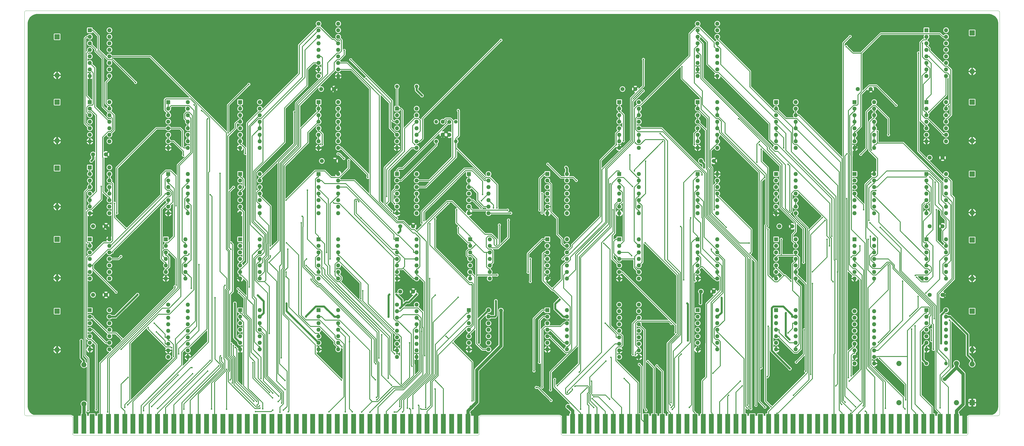
<source format=gbl>
G04 #@! TF.GenerationSoftware,KiCad,Pcbnew,(5.1.4)-1*
G04 #@! TF.CreationDate,2019-11-18T03:08:56+02:00*
G04 #@! TF.ProjectId,HexPerTerminal,48657850-6572-4546-9572-6d696e616c2e,0.1*
G04 #@! TF.SameCoordinates,Original*
G04 #@! TF.FileFunction,Copper,L2,Bot*
G04 #@! TF.FilePolarity,Positive*
%FSLAX46Y46*%
G04 Gerber Fmt 4.6, Leading zero omitted, Abs format (unit mm)*
G04 Created by KiCad (PCBNEW (5.1.4)-1) date 2019-11-18 03:08:56*
%MOMM*%
%LPD*%
G04 APERTURE LIST*
%ADD10C,0.050000*%
%ADD11O,1.600000X1.600000*%
%ADD12R,1.600000X1.600000*%
%ADD13C,1.600000*%
%ADD14O,1.400000X1.400000*%
%ADD15C,1.400000*%
%ADD16O,2.000000X2.000000*%
%ADD17C,2.000000*%
%ADD18R,2.000000X2.000000*%
%ADD19R,1.905000X7.620000*%
%ADD20C,1.524000*%
%ADD21C,0.800000*%
%ADD22C,0.600000*%
%ADD23C,1.270000*%
%ADD24C,0.750000*%
%ADD25C,0.350000*%
%ADD26C,0.127000*%
G04 APERTURE END LIST*
D10*
X18669000Y-158115000D02*
X18669000Y-164465000D01*
X19304000Y-165100000D02*
G75*
G02X18669000Y-164465000I0J635000D01*
G01*
X0Y-635000D02*
X0Y-156845000D01*
X176784000Y-158115000D02*
G75*
G02X177419000Y-157480000I635000J0D01*
G01*
X18034000Y-157480000D02*
G75*
G02X18669000Y-158115000I0J-635000D01*
G01*
X366649000Y-164465000D02*
G75*
G02X366014000Y-165100000I-635000J0D01*
G01*
X366649000Y-164465000D02*
X366649000Y-158115000D01*
X209169000Y-165100000D02*
X266954000Y-165100000D01*
X208534000Y-158115000D02*
X208534000Y-164465000D01*
X209169000Y-165100000D02*
G75*
G02X208534000Y-164465000I0J635000D01*
G01*
X207899000Y-157480000D02*
G75*
G02X208534000Y-158115000I0J-635000D01*
G01*
X266954000Y-165100000D02*
X366014000Y-165100000D01*
X96139000Y-165100000D02*
X176149000Y-165100000D01*
X176784000Y-158115000D02*
X176784000Y-164465000D01*
X207899000Y-157480000D02*
X177419000Y-157480000D01*
X176784000Y-164465000D02*
G75*
G02X176149000Y-165100000I-635000J0D01*
G01*
X366649000Y-158115000D02*
G75*
G02X367284000Y-157480000I635000J0D01*
G01*
X378968000Y-156845000D02*
G75*
G02X378333000Y-157480000I-635000J0D01*
G01*
X367284000Y-157480000D02*
X378333000Y-157480000D01*
X378968000Y-635000D02*
X378968000Y-156845000D01*
X19304000Y-165100000D02*
X96139000Y-165100000D01*
X635000Y-157480000D02*
X18034000Y-157480000D01*
X378333000Y0D02*
X635000Y0D01*
X378333000Y0D02*
G75*
G02X378968000Y-635000I0J-635000D01*
G01*
X635000Y-157480000D02*
G75*
G02X0Y-156845000I0J635000D01*
G01*
X0Y-635000D02*
G75*
G02X635000Y0I635000J0D01*
G01*
D11*
X91440000Y-35560000D03*
X83820000Y-53340000D03*
X91440000Y-38100000D03*
X83820000Y-50800000D03*
X91440000Y-40640000D03*
X83820000Y-48260000D03*
X91440000Y-43180000D03*
X83820000Y-45720000D03*
X91440000Y-45720000D03*
X83820000Y-43180000D03*
X91440000Y-48260000D03*
X83820000Y-40640000D03*
X91440000Y-50800000D03*
X83820000Y-38100000D03*
X91440000Y-53340000D03*
D12*
X83820000Y-35560000D03*
D11*
X33020000Y-7620000D03*
X25400000Y-25400000D03*
X33020000Y-10160000D03*
X25400000Y-22860000D03*
X33020000Y-12700000D03*
X25400000Y-20320000D03*
X33020000Y-15240000D03*
X25400000Y-17780000D03*
X33020000Y-17780000D03*
X25400000Y-15240000D03*
X33020000Y-20320000D03*
X25400000Y-12700000D03*
X33020000Y-22860000D03*
X25400000Y-10160000D03*
X33020000Y-25400000D03*
D12*
X25400000Y-7620000D03*
D11*
X330200000Y-116840000D03*
X322580000Y-137160000D03*
X330200000Y-119380000D03*
X322580000Y-134620000D03*
X330200000Y-121920000D03*
X322580000Y-132080000D03*
X330200000Y-124460000D03*
X322580000Y-129540000D03*
X330200000Y-127000000D03*
X322580000Y-127000000D03*
X330200000Y-129540000D03*
X322580000Y-124460000D03*
X330200000Y-132080000D03*
X322580000Y-121920000D03*
X330200000Y-134620000D03*
X322580000Y-119380000D03*
X330200000Y-137160000D03*
D13*
X322580000Y-116840000D03*
D11*
X269240000Y-5080000D03*
X261620000Y-25400000D03*
X269240000Y-7620000D03*
X261620000Y-22860000D03*
X269240000Y-10160000D03*
X261620000Y-20320000D03*
X269240000Y-12700000D03*
X261620000Y-17780000D03*
X269240000Y-15240000D03*
X261620000Y-15240000D03*
X269240000Y-17780000D03*
X261620000Y-12700000D03*
X269240000Y-20320000D03*
X261620000Y-10160000D03*
X269240000Y-22860000D03*
X261620000Y-7620000D03*
X269240000Y-25400000D03*
D13*
X261620000Y-5080000D03*
D11*
X238760000Y-114300000D03*
X231140000Y-134620000D03*
X238760000Y-116840000D03*
X231140000Y-132080000D03*
X238760000Y-119380000D03*
X231140000Y-129540000D03*
X238760000Y-121920000D03*
X231140000Y-127000000D03*
X238760000Y-124460000D03*
X231140000Y-124460000D03*
X238760000Y-127000000D03*
X231140000Y-121920000D03*
X238760000Y-129540000D03*
X231140000Y-119380000D03*
X238760000Y-132080000D03*
X231140000Y-116840000D03*
X238760000Y-134620000D03*
D13*
X231140000Y-114300000D03*
D11*
X152400000Y-114300000D03*
X144780000Y-134620000D03*
X152400000Y-116840000D03*
X144780000Y-132080000D03*
X152400000Y-119380000D03*
X144780000Y-129540000D03*
X152400000Y-121920000D03*
X144780000Y-127000000D03*
X152400000Y-124460000D03*
X144780000Y-124460000D03*
X152400000Y-127000000D03*
X144780000Y-121920000D03*
X152400000Y-129540000D03*
X144780000Y-119380000D03*
X152400000Y-132080000D03*
X144780000Y-116840000D03*
X152400000Y-134620000D03*
D13*
X144780000Y-114300000D03*
D11*
X121920000Y-5080000D03*
X114300000Y-25400000D03*
X121920000Y-7620000D03*
X114300000Y-22860000D03*
X121920000Y-10160000D03*
X114300000Y-20320000D03*
X121920000Y-12700000D03*
X114300000Y-17780000D03*
X121920000Y-15240000D03*
X114300000Y-15240000D03*
X121920000Y-17780000D03*
X114300000Y-12700000D03*
X121920000Y-20320000D03*
X114300000Y-10160000D03*
X121920000Y-22860000D03*
X114300000Y-7620000D03*
X121920000Y-25400000D03*
D13*
X114300000Y-5080000D03*
D11*
X63500000Y-114300000D03*
X55880000Y-134620000D03*
X63500000Y-116840000D03*
X55880000Y-132080000D03*
X63500000Y-119380000D03*
X55880000Y-129540000D03*
X63500000Y-121920000D03*
X55880000Y-127000000D03*
X63500000Y-124460000D03*
X55880000Y-124460000D03*
X63500000Y-127000000D03*
X55880000Y-121920000D03*
X63500000Y-129540000D03*
X55880000Y-119380000D03*
X63500000Y-132080000D03*
X55880000Y-116840000D03*
X63500000Y-134620000D03*
D13*
X55880000Y-114300000D03*
D14*
X160020000Y-43180000D03*
D15*
X160020000Y-50800000D03*
D14*
X167640000Y-50800000D03*
D15*
X167640000Y-43180000D03*
D14*
X152400000Y-29464000D03*
D15*
X144780000Y-29464000D03*
D14*
X358140000Y-137160000D03*
D15*
X350520000Y-137160000D03*
D16*
X339852000Y-137160000D03*
D17*
X339852000Y-152400000D03*
D16*
X362204000Y-152400000D03*
D17*
X362204000Y-137160000D03*
D16*
X23114000Y-137668000D03*
D17*
X23114000Y-152908000D03*
D16*
X368300000Y-137400000D03*
D18*
X368300000Y-152400000D03*
D16*
X368300000Y-50560000D03*
D18*
X368300000Y-35560000D03*
D16*
X368300000Y-78500000D03*
D18*
X368300000Y-63500000D03*
D16*
X368300000Y-104140000D03*
D18*
X368300000Y-89140000D03*
D16*
X368300000Y-131840000D03*
D18*
X368300000Y-116840000D03*
D16*
X368300000Y-23636000D03*
D18*
X368300000Y-8636000D03*
D16*
X12700000Y-131840000D03*
D18*
X12700000Y-116840000D03*
D16*
X12700000Y-103900000D03*
D18*
X12700000Y-88900000D03*
D16*
X12700000Y-76200000D03*
D18*
X12700000Y-61200000D03*
D16*
X12700000Y-50560000D03*
D18*
X12700000Y-35560000D03*
D16*
X12700000Y-25160000D03*
D18*
X12700000Y-10160000D03*
D13*
X356790000Y-110490000D03*
X351790000Y-110490000D03*
X356790000Y-83820000D03*
X351790000Y-83820000D03*
X356790000Y-57150000D03*
X351790000Y-57150000D03*
X328850000Y-30480000D03*
X323850000Y-30480000D03*
X298370000Y-83820000D03*
X293370000Y-83820000D03*
X267890000Y-109220000D03*
X262890000Y-109220000D03*
X267890000Y-58420000D03*
X262890000Y-58420000D03*
X237410000Y-30480000D03*
X232410000Y-30480000D03*
X151050000Y-109220000D03*
X146050000Y-109220000D03*
X120570000Y-58420000D03*
X115570000Y-58420000D03*
X120316000Y-30480000D03*
X115316000Y-30480000D03*
X151050000Y-83820000D03*
X146050000Y-83820000D03*
X31670000Y-55880000D03*
X26670000Y-55880000D03*
X31670000Y-83820000D03*
X26670000Y-83820000D03*
X31670000Y-110490000D03*
X26670000Y-110490000D03*
X165100000Y-43260000D03*
X165100000Y-48260000D03*
X162560000Y-48180000D03*
X162560000Y-43180000D03*
D11*
X358140000Y-7620000D03*
X350520000Y-25400000D03*
X358140000Y-10160000D03*
X350520000Y-22860000D03*
X358140000Y-12700000D03*
X350520000Y-20320000D03*
X358140000Y-15240000D03*
X350520000Y-17780000D03*
X358140000Y-17780000D03*
X350520000Y-15240000D03*
X358140000Y-20320000D03*
X350520000Y-12700000D03*
X358140000Y-22860000D03*
X350520000Y-10160000D03*
X358140000Y-25400000D03*
D12*
X350520000Y-7620000D03*
D11*
X358140000Y-35560000D03*
X350520000Y-50800000D03*
X358140000Y-38100000D03*
X350520000Y-48260000D03*
X358140000Y-40640000D03*
X350520000Y-45720000D03*
X358140000Y-43180000D03*
X350520000Y-43180000D03*
X358140000Y-45720000D03*
X350520000Y-40640000D03*
X358140000Y-48260000D03*
X350520000Y-38100000D03*
X358140000Y-50800000D03*
D12*
X350520000Y-35560000D03*
D11*
X358140000Y-63500000D03*
X350520000Y-78740000D03*
X358140000Y-66040000D03*
X350520000Y-76200000D03*
X358140000Y-68580000D03*
X350520000Y-73660000D03*
X358140000Y-71120000D03*
X350520000Y-71120000D03*
X358140000Y-73660000D03*
X350520000Y-68580000D03*
X358140000Y-76200000D03*
X350520000Y-66040000D03*
X358140000Y-78740000D03*
D12*
X350520000Y-63500000D03*
D11*
X358140000Y-88900000D03*
X350520000Y-104140000D03*
X358140000Y-91440000D03*
X350520000Y-101600000D03*
X358140000Y-93980000D03*
X350520000Y-99060000D03*
X358140000Y-96520000D03*
X350520000Y-96520000D03*
X358140000Y-99060000D03*
X350520000Y-93980000D03*
X358140000Y-101600000D03*
X350520000Y-91440000D03*
X358140000Y-104140000D03*
D12*
X350520000Y-88900000D03*
D11*
X358140000Y-116459000D03*
X350520000Y-131699000D03*
X358140000Y-118999000D03*
X350520000Y-129159000D03*
X358140000Y-121539000D03*
X350520000Y-126619000D03*
X358140000Y-124079000D03*
X350520000Y-124079000D03*
X358140000Y-126619000D03*
X350520000Y-121539000D03*
X358140000Y-129159000D03*
X350520000Y-118999000D03*
X358140000Y-131699000D03*
D12*
X350520000Y-116459000D03*
D11*
X330200000Y-35560000D03*
X322580000Y-53340000D03*
X330200000Y-38100000D03*
X322580000Y-50800000D03*
X330200000Y-40640000D03*
X322580000Y-48260000D03*
X330200000Y-43180000D03*
X322580000Y-45720000D03*
X330200000Y-45720000D03*
X322580000Y-43180000D03*
X330200000Y-48260000D03*
X322580000Y-40640000D03*
X330200000Y-50800000D03*
X322580000Y-38100000D03*
X330200000Y-53340000D03*
D12*
X322580000Y-35560000D03*
D11*
X330200000Y-63500000D03*
X322580000Y-78740000D03*
X330200000Y-66040000D03*
X322580000Y-76200000D03*
X330200000Y-68580000D03*
X322580000Y-73660000D03*
X330200000Y-71120000D03*
X322580000Y-71120000D03*
X330200000Y-73660000D03*
X322580000Y-68580000D03*
X330200000Y-76200000D03*
X322580000Y-66040000D03*
X330200000Y-78740000D03*
D12*
X322580000Y-63500000D03*
D11*
X330200000Y-88900000D03*
X322580000Y-104140000D03*
X330200000Y-91440000D03*
X322580000Y-101600000D03*
X330200000Y-93980000D03*
X322580000Y-99060000D03*
X330200000Y-96520000D03*
X322580000Y-96520000D03*
X330200000Y-99060000D03*
X322580000Y-93980000D03*
X330200000Y-101600000D03*
X322580000Y-91440000D03*
X330200000Y-104140000D03*
D12*
X322580000Y-88900000D03*
D11*
X299720000Y-35560000D03*
X292100000Y-53340000D03*
X299720000Y-38100000D03*
X292100000Y-50800000D03*
X299720000Y-40640000D03*
X292100000Y-48260000D03*
X299720000Y-43180000D03*
X292100000Y-45720000D03*
X299720000Y-45720000D03*
X292100000Y-43180000D03*
X299720000Y-48260000D03*
X292100000Y-40640000D03*
X299720000Y-50800000D03*
X292100000Y-38100000D03*
X299720000Y-53340000D03*
D12*
X292100000Y-35560000D03*
D11*
X299720000Y-63500000D03*
X292100000Y-78740000D03*
X299720000Y-66040000D03*
X292100000Y-76200000D03*
X299720000Y-68580000D03*
X292100000Y-73660000D03*
X299720000Y-71120000D03*
X292100000Y-71120000D03*
X299720000Y-73660000D03*
X292100000Y-68580000D03*
X299720000Y-76200000D03*
X292100000Y-66040000D03*
X299720000Y-78740000D03*
D12*
X292100000Y-63500000D03*
D11*
X299720000Y-88900000D03*
X292100000Y-104140000D03*
X299720000Y-91440000D03*
X292100000Y-101600000D03*
X299720000Y-93980000D03*
X292100000Y-99060000D03*
X299720000Y-96520000D03*
X292100000Y-96520000D03*
X299720000Y-99060000D03*
X292100000Y-93980000D03*
X299720000Y-101600000D03*
X292100000Y-91440000D03*
X299720000Y-104140000D03*
D12*
X292100000Y-88900000D03*
D11*
X299720000Y-116459000D03*
X292100000Y-131699000D03*
X299720000Y-118999000D03*
X292100000Y-129159000D03*
X299720000Y-121539000D03*
X292100000Y-126619000D03*
X299720000Y-124079000D03*
X292100000Y-124079000D03*
X299720000Y-126619000D03*
X292100000Y-121539000D03*
X299720000Y-129159000D03*
X292100000Y-118999000D03*
X299720000Y-131699000D03*
D12*
X292100000Y-116459000D03*
D11*
X269240000Y-35560000D03*
X261620000Y-53340000D03*
X269240000Y-38100000D03*
X261620000Y-50800000D03*
X269240000Y-40640000D03*
X261620000Y-48260000D03*
X269240000Y-43180000D03*
X261620000Y-45720000D03*
X269240000Y-45720000D03*
X261620000Y-43180000D03*
X269240000Y-48260000D03*
X261620000Y-40640000D03*
X269240000Y-50800000D03*
X261620000Y-38100000D03*
X269240000Y-53340000D03*
D12*
X261620000Y-35560000D03*
D11*
X269240000Y-63500000D03*
X261620000Y-78740000D03*
X269240000Y-66040000D03*
X261620000Y-76200000D03*
X269240000Y-68580000D03*
X261620000Y-73660000D03*
X269240000Y-71120000D03*
X261620000Y-71120000D03*
X269240000Y-73660000D03*
X261620000Y-68580000D03*
X269240000Y-76200000D03*
X261620000Y-66040000D03*
X269240000Y-78740000D03*
D12*
X261620000Y-63500000D03*
D11*
X269240000Y-88900000D03*
X261620000Y-104140000D03*
X269240000Y-91440000D03*
X261620000Y-101600000D03*
X269240000Y-93980000D03*
X261620000Y-99060000D03*
X269240000Y-96520000D03*
X261620000Y-96520000D03*
X269240000Y-99060000D03*
X261620000Y-93980000D03*
X269240000Y-101600000D03*
X261620000Y-91440000D03*
X269240000Y-104140000D03*
D12*
X261620000Y-88900000D03*
D11*
X269240000Y-116459000D03*
X261620000Y-131699000D03*
X269240000Y-118999000D03*
X261620000Y-129159000D03*
X269240000Y-121539000D03*
X261620000Y-126619000D03*
X269240000Y-124079000D03*
X261620000Y-124079000D03*
X269240000Y-126619000D03*
X261620000Y-121539000D03*
X269240000Y-129159000D03*
X261620000Y-118999000D03*
X269240000Y-131699000D03*
D12*
X261620000Y-116459000D03*
D11*
X238760000Y-35560000D03*
X231140000Y-53340000D03*
X238760000Y-38100000D03*
X231140000Y-50800000D03*
X238760000Y-40640000D03*
X231140000Y-48260000D03*
X238760000Y-43180000D03*
X231140000Y-45720000D03*
X238760000Y-45720000D03*
X231140000Y-43180000D03*
X238760000Y-48260000D03*
X231140000Y-40640000D03*
X238760000Y-50800000D03*
X231140000Y-38100000D03*
X238760000Y-53340000D03*
D12*
X231140000Y-35560000D03*
D11*
X238760000Y-63500000D03*
X231140000Y-78740000D03*
X238760000Y-66040000D03*
X231140000Y-76200000D03*
X238760000Y-68580000D03*
X231140000Y-73660000D03*
X238760000Y-71120000D03*
X231140000Y-71120000D03*
X238760000Y-73660000D03*
X231140000Y-68580000D03*
X238760000Y-76200000D03*
X231140000Y-66040000D03*
X238760000Y-78740000D03*
D12*
X231140000Y-63500000D03*
D11*
X238760000Y-88900000D03*
X231140000Y-104140000D03*
X238760000Y-91440000D03*
X231140000Y-101600000D03*
X238760000Y-93980000D03*
X231140000Y-99060000D03*
X238760000Y-96520000D03*
X231140000Y-96520000D03*
X238760000Y-99060000D03*
X231140000Y-93980000D03*
X238760000Y-101600000D03*
X231140000Y-91440000D03*
X238760000Y-104140000D03*
D12*
X231140000Y-88900000D03*
D11*
X210820000Y-63500000D03*
X203200000Y-78740000D03*
X210820000Y-66040000D03*
X203200000Y-76200000D03*
X210820000Y-68580000D03*
X203200000Y-73660000D03*
X210820000Y-71120000D03*
X203200000Y-71120000D03*
X210820000Y-73660000D03*
X203200000Y-68580000D03*
X210820000Y-76200000D03*
X203200000Y-66040000D03*
X210820000Y-78740000D03*
D12*
X203200000Y-63500000D03*
D11*
X210820000Y-88900000D03*
X203200000Y-104140000D03*
X210820000Y-91440000D03*
X203200000Y-101600000D03*
X210820000Y-93980000D03*
X203200000Y-99060000D03*
X210820000Y-96520000D03*
X203200000Y-96520000D03*
X210820000Y-99060000D03*
X203200000Y-93980000D03*
X210820000Y-101600000D03*
X203200000Y-91440000D03*
X210820000Y-104140000D03*
D12*
X203200000Y-88900000D03*
D11*
X210820000Y-116459000D03*
X203200000Y-131699000D03*
X210820000Y-118999000D03*
X203200000Y-129159000D03*
X210820000Y-121539000D03*
X203200000Y-126619000D03*
X210820000Y-124079000D03*
X203200000Y-124079000D03*
X210820000Y-126619000D03*
X203200000Y-121539000D03*
X210820000Y-129159000D03*
X203200000Y-118999000D03*
X210820000Y-131699000D03*
D12*
X203200000Y-116459000D03*
D11*
X180340000Y-63500000D03*
X172720000Y-78740000D03*
X180340000Y-66040000D03*
X172720000Y-76200000D03*
X180340000Y-68580000D03*
X172720000Y-73660000D03*
X180340000Y-71120000D03*
X172720000Y-71120000D03*
X180340000Y-73660000D03*
X172720000Y-68580000D03*
X180340000Y-76200000D03*
X172720000Y-66040000D03*
X180340000Y-78740000D03*
D12*
X172720000Y-63500000D03*
D11*
X180802000Y-88900000D03*
X173182000Y-104140000D03*
X180802000Y-91440000D03*
X173182000Y-101600000D03*
X180802000Y-93980000D03*
X173182000Y-99060000D03*
X180802000Y-96520000D03*
X173182000Y-96520000D03*
X180802000Y-99060000D03*
X173182000Y-93980000D03*
X180802000Y-101600000D03*
X173182000Y-91440000D03*
X180802000Y-104140000D03*
D12*
X173182000Y-88900000D03*
D11*
X180340000Y-116459000D03*
X172720000Y-131699000D03*
X180340000Y-118999000D03*
X172720000Y-129159000D03*
X180340000Y-121539000D03*
X172720000Y-126619000D03*
X180340000Y-124079000D03*
X172720000Y-124079000D03*
X180340000Y-126619000D03*
X172720000Y-121539000D03*
X180340000Y-129159000D03*
X172720000Y-118999000D03*
X180340000Y-131699000D03*
D12*
X172720000Y-116459000D03*
D11*
X152400000Y-38100000D03*
X144780000Y-53340000D03*
X152400000Y-40640000D03*
X144780000Y-50800000D03*
X152400000Y-43180000D03*
X144780000Y-48260000D03*
X152400000Y-45720000D03*
X144780000Y-45720000D03*
X152400000Y-48260000D03*
X144780000Y-43180000D03*
X152400000Y-50800000D03*
X144780000Y-40640000D03*
X152400000Y-53340000D03*
D12*
X144780000Y-38100000D03*
D11*
X152400000Y-63500000D03*
X144780000Y-78740000D03*
X152400000Y-66040000D03*
X144780000Y-76200000D03*
X152400000Y-68580000D03*
X144780000Y-73660000D03*
X152400000Y-71120000D03*
X144780000Y-71120000D03*
X152400000Y-73660000D03*
X144780000Y-68580000D03*
X152400000Y-76200000D03*
X144780000Y-66040000D03*
X152400000Y-78740000D03*
D12*
X144780000Y-63500000D03*
D11*
X152400000Y-88900000D03*
X144780000Y-104140000D03*
X152400000Y-91440000D03*
X144780000Y-101600000D03*
X152400000Y-93980000D03*
X144780000Y-99060000D03*
X152400000Y-96520000D03*
X144780000Y-96520000D03*
X152400000Y-99060000D03*
X144780000Y-93980000D03*
X152400000Y-101600000D03*
X144780000Y-91440000D03*
X152400000Y-104140000D03*
D12*
X144780000Y-88900000D03*
D11*
X121920000Y-35560000D03*
X114300000Y-53340000D03*
X121920000Y-38100000D03*
X114300000Y-50800000D03*
X121920000Y-40640000D03*
X114300000Y-48260000D03*
X121920000Y-43180000D03*
X114300000Y-45720000D03*
X121920000Y-45720000D03*
X114300000Y-43180000D03*
X121920000Y-48260000D03*
X114300000Y-40640000D03*
X121920000Y-50800000D03*
X114300000Y-38100000D03*
X121920000Y-53340000D03*
D12*
X114300000Y-35560000D03*
D11*
X121920000Y-63500000D03*
X114300000Y-78740000D03*
X121920000Y-66040000D03*
X114300000Y-76200000D03*
X121920000Y-68580000D03*
X114300000Y-73660000D03*
X121920000Y-71120000D03*
X114300000Y-71120000D03*
X121920000Y-73660000D03*
X114300000Y-68580000D03*
X121920000Y-76200000D03*
X114300000Y-66040000D03*
X121920000Y-78740000D03*
D12*
X114300000Y-63500000D03*
D11*
X121920000Y-88900000D03*
X114300000Y-104140000D03*
X121920000Y-91440000D03*
X114300000Y-101600000D03*
X121920000Y-93980000D03*
X114300000Y-99060000D03*
X121920000Y-96520000D03*
X114300000Y-96520000D03*
X121920000Y-99060000D03*
X114300000Y-93980000D03*
X121920000Y-101600000D03*
X114300000Y-91440000D03*
X121920000Y-104140000D03*
D12*
X114300000Y-88900000D03*
D11*
X121920000Y-116459000D03*
X114300000Y-131699000D03*
X121920000Y-118999000D03*
X114300000Y-129159000D03*
X121920000Y-121539000D03*
X114300000Y-126619000D03*
X121920000Y-124079000D03*
X114300000Y-124079000D03*
X121920000Y-126619000D03*
X114300000Y-121539000D03*
X121920000Y-129159000D03*
X114300000Y-118999000D03*
X121920000Y-131699000D03*
D12*
X114300000Y-116459000D03*
D11*
X91440000Y-63500000D03*
X83820000Y-78740000D03*
X91440000Y-66040000D03*
X83820000Y-76200000D03*
X91440000Y-68580000D03*
X83820000Y-73660000D03*
X91440000Y-71120000D03*
X83820000Y-71120000D03*
X91440000Y-73660000D03*
X83820000Y-68580000D03*
X91440000Y-76200000D03*
X83820000Y-66040000D03*
X91440000Y-78740000D03*
D12*
X83820000Y-63500000D03*
D11*
X91440000Y-88900000D03*
X83820000Y-104140000D03*
X91440000Y-91440000D03*
X83820000Y-101600000D03*
X91440000Y-93980000D03*
X83820000Y-99060000D03*
X91440000Y-96520000D03*
X83820000Y-96520000D03*
X91440000Y-99060000D03*
X83820000Y-93980000D03*
X91440000Y-101600000D03*
X83820000Y-91440000D03*
X91440000Y-104140000D03*
D12*
X83820000Y-88900000D03*
D11*
X91440000Y-116459000D03*
X83820000Y-131699000D03*
X91440000Y-118999000D03*
X83820000Y-129159000D03*
X91440000Y-121539000D03*
X83820000Y-126619000D03*
X91440000Y-124079000D03*
X83820000Y-124079000D03*
X91440000Y-126619000D03*
X83820000Y-121539000D03*
X91440000Y-129159000D03*
X83820000Y-118999000D03*
X91440000Y-131699000D03*
D12*
X83820000Y-116459000D03*
D11*
X63500000Y-35560000D03*
X55880000Y-53340000D03*
X63500000Y-38100000D03*
X55880000Y-50800000D03*
X63500000Y-40640000D03*
X55880000Y-48260000D03*
X63500000Y-43180000D03*
X55880000Y-45720000D03*
X63500000Y-45720000D03*
X55880000Y-43180000D03*
X63500000Y-48260000D03*
X55880000Y-40640000D03*
X63500000Y-50800000D03*
X55880000Y-38100000D03*
X63500000Y-53340000D03*
D12*
X55880000Y-35560000D03*
D11*
X63500000Y-63500000D03*
X55880000Y-78740000D03*
X63500000Y-66040000D03*
X55880000Y-76200000D03*
X63500000Y-68580000D03*
X55880000Y-73660000D03*
X63500000Y-71120000D03*
X55880000Y-71120000D03*
X63500000Y-73660000D03*
X55880000Y-68580000D03*
X63500000Y-76200000D03*
X55880000Y-66040000D03*
X63500000Y-78740000D03*
D12*
X55880000Y-63500000D03*
D11*
X62576400Y-88900000D03*
X54956400Y-104140000D03*
X62576400Y-91440000D03*
X54956400Y-101600000D03*
X62576400Y-93980000D03*
X54956400Y-99060000D03*
X62576400Y-96520000D03*
X54956400Y-96520000D03*
X62576400Y-99060000D03*
X54956400Y-93980000D03*
X62576400Y-101600000D03*
X54956400Y-91440000D03*
X62576400Y-104140000D03*
D12*
X54956400Y-88900000D03*
D11*
X33020000Y-35560000D03*
X25400000Y-50800000D03*
X33020000Y-38100000D03*
X25400000Y-48260000D03*
X33020000Y-40640000D03*
X25400000Y-45720000D03*
X33020000Y-43180000D03*
X25400000Y-43180000D03*
X33020000Y-45720000D03*
X25400000Y-40640000D03*
X33020000Y-48260000D03*
X25400000Y-38100000D03*
X33020000Y-50800000D03*
D12*
X25400000Y-35560000D03*
D11*
X33020000Y-60960000D03*
X25400000Y-78740000D03*
X33020000Y-63500000D03*
X25400000Y-76200000D03*
X33020000Y-66040000D03*
X25400000Y-73660000D03*
X33020000Y-68580000D03*
X25400000Y-71120000D03*
X33020000Y-71120000D03*
X25400000Y-68580000D03*
X33020000Y-73660000D03*
X25400000Y-66040000D03*
X33020000Y-76200000D03*
X25400000Y-63500000D03*
X33020000Y-78740000D03*
D12*
X25400000Y-60960000D03*
D11*
X33020000Y-88900000D03*
X25400000Y-104140000D03*
X33020000Y-91440000D03*
X25400000Y-101600000D03*
X33020000Y-93980000D03*
X25400000Y-99060000D03*
X33020000Y-96520000D03*
X25400000Y-96520000D03*
X33020000Y-99060000D03*
X25400000Y-93980000D03*
X33020000Y-101600000D03*
X25400000Y-91440000D03*
X33020000Y-104140000D03*
D12*
X25400000Y-88900000D03*
D11*
X33020000Y-116459000D03*
X25400000Y-131699000D03*
X33020000Y-118999000D03*
X25400000Y-129159000D03*
X33020000Y-121539000D03*
X25400000Y-126619000D03*
X33020000Y-124079000D03*
X25400000Y-124079000D03*
X33020000Y-126619000D03*
X25400000Y-121539000D03*
X33020000Y-129159000D03*
X25400000Y-118999000D03*
X33020000Y-131699000D03*
D12*
X25400000Y-116459000D03*
D19*
X365379000Y-160655000D03*
X362204000Y-160655000D03*
X359029000Y-160655000D03*
X355854000Y-160655000D03*
X352679000Y-160655000D03*
X349504000Y-160655000D03*
X346329000Y-160655000D03*
X343154000Y-160655000D03*
X339979000Y-160655000D03*
X336804000Y-160655000D03*
X333629000Y-160655000D03*
X330454000Y-160655000D03*
X327279000Y-160655000D03*
X324104000Y-160655000D03*
X320929000Y-160655000D03*
X317754000Y-160655000D03*
X314579000Y-160655000D03*
X311404000Y-160655000D03*
X308229000Y-160655000D03*
X305054000Y-160655000D03*
X301879000Y-160655000D03*
X298704000Y-160655000D03*
X295529000Y-160655000D03*
X292354000Y-160655000D03*
X289179000Y-160655000D03*
X286004000Y-160655000D03*
X282829000Y-160655000D03*
X279654000Y-160655000D03*
X276479000Y-160655000D03*
X273304000Y-160655000D03*
X270129000Y-160655000D03*
X266954000Y-160655000D03*
X263779000Y-160655000D03*
X260604000Y-160655000D03*
X257429000Y-160655000D03*
X254254000Y-160655000D03*
X251079000Y-160655000D03*
X247904000Y-160655000D03*
X244729000Y-160655000D03*
X241554000Y-160655000D03*
X238379000Y-160655000D03*
X235204000Y-160655000D03*
X232029000Y-160655000D03*
X228854000Y-160655000D03*
X225679000Y-160655000D03*
X222504000Y-160655000D03*
X219329000Y-160655000D03*
X216154000Y-160655000D03*
X212979000Y-160655000D03*
X209804000Y-160655000D03*
X175514000Y-160655000D03*
X172339000Y-160655000D03*
X169164000Y-160655000D03*
X165989000Y-160655000D03*
X162814000Y-160655000D03*
X159639000Y-160655000D03*
X156464000Y-160655000D03*
X153289000Y-160655000D03*
X150114000Y-160655000D03*
X146939000Y-160655000D03*
X143764000Y-160655000D03*
X140589000Y-160655000D03*
X137414000Y-160655000D03*
X134239000Y-160655000D03*
X131064000Y-160655000D03*
X127889000Y-160655000D03*
X124714000Y-160655000D03*
X121539000Y-160655000D03*
X118364000Y-160655000D03*
X115189000Y-160655000D03*
X112014000Y-160655000D03*
X108839000Y-160655000D03*
X105664000Y-160655000D03*
X102489000Y-160655000D03*
X99314000Y-160655000D03*
X96139000Y-160655000D03*
X92964000Y-160655000D03*
X89789000Y-160655000D03*
X86614000Y-160655000D03*
X83439000Y-160655000D03*
X80264000Y-160655000D03*
X77089000Y-160655000D03*
X73914000Y-160655000D03*
X70739000Y-160655000D03*
X67564000Y-160655000D03*
X64389000Y-160655000D03*
X61214000Y-160655000D03*
X58039000Y-160655000D03*
X54864000Y-160655000D03*
X51689000Y-160655000D03*
X48514000Y-160655000D03*
X45339000Y-160655000D03*
X42164000Y-160655000D03*
X38989000Y-160655000D03*
X35814000Y-160655000D03*
X32639000Y-160655000D03*
X29464000Y-160655000D03*
X26289000Y-160655000D03*
X23114000Y-160655000D03*
X19939000Y-160655000D03*
D20*
X357632000Y-143256000D03*
D21*
X141501300Y-119067900D03*
X141786300Y-110358800D03*
X144526700Y-110358800D03*
X146638100Y-114756300D03*
X145987400Y-115686400D03*
X152383400Y-110259900D03*
X183188200Y-112866300D03*
X208000500Y-112265000D03*
X297457500Y-139192000D03*
X290405300Y-118999000D03*
X270895800Y-111634700D03*
X109356300Y-118999000D03*
X90660100Y-110690600D03*
X43957300Y-110405300D03*
D22*
X57908600Y-134460100D03*
X88815300Y-136832800D03*
X96400700Y-150522200D03*
X50419000Y-121539000D03*
X67836800Y-98691100D03*
X59932700Y-133430300D03*
X81150200Y-130200400D03*
X89173000Y-151806300D03*
X51264900Y-124924900D03*
X352477300Y-128303900D03*
X352404500Y-124079000D03*
X142768500Y-78014600D03*
X159505000Y-80949100D03*
X123450000Y-130743000D03*
X37850500Y-127667200D03*
X80434200Y-129540000D03*
X91295700Y-153715100D03*
X81235800Y-68685400D03*
X80252900Y-92821000D03*
X64008400Y-94595200D03*
X37541100Y-131699000D03*
X57180000Y-131080400D03*
X48031200Y-123181100D03*
X81906900Y-130882800D03*
X90237000Y-151911900D03*
X58890200Y-75837500D03*
X107932600Y-79903400D03*
X136507800Y-137302700D03*
X245744800Y-138081700D03*
X115986900Y-100004600D03*
X141393800Y-142961400D03*
X233030100Y-143020600D03*
X35591800Y-109442500D03*
X83435000Y-109528700D03*
X95232500Y-148395900D03*
X220727800Y-149429800D03*
X227388700Y-151069800D03*
X59026900Y-106686600D03*
X131428800Y-108851900D03*
X146413900Y-144945100D03*
X220389800Y-144042500D03*
X37475500Y-95577200D03*
X95530500Y-95343800D03*
X101344300Y-147338900D03*
X64822800Y-107979300D03*
X82992700Y-108131300D03*
X96537500Y-148702200D03*
X221184600Y-150105100D03*
X29873500Y-68352200D03*
X109966600Y-69755300D03*
X137734100Y-135086000D03*
X242207000Y-136381200D03*
X80222500Y-90240700D03*
X80738300Y-144824300D03*
X204660500Y-151574500D03*
X198881998Y-146505000D03*
X27889200Y-155194000D03*
X155265900Y-81648600D03*
X178054000Y-71501000D03*
X72218000Y-71515900D03*
X35895800Y-78740000D03*
X115758000Y-52053600D03*
X133444700Y-64864700D03*
X24739600Y-155549600D03*
X288987500Y-85115800D03*
X39251200Y-84684900D03*
X34997800Y-74930000D03*
X346143800Y-102964600D03*
X297820300Y-105154000D03*
X76032800Y-63283200D03*
X78572200Y-154940000D03*
X241324600Y-58526200D03*
X124114500Y-57479700D03*
X121821700Y-55687500D03*
X85820600Y-55542900D03*
X79152300Y-47503700D03*
X87229300Y-28653400D03*
X255528400Y-21763800D03*
X281701800Y-90372300D03*
X302769600Y-97884700D03*
X277537500Y-41965900D03*
X214456700Y-66040000D03*
X203371000Y-59695400D03*
X61787900Y-56238000D03*
X320852000Y-10036000D03*
X318906300Y-152220000D03*
X347429800Y-16430600D03*
X355828604Y-154406600D03*
X91472400Y-154541400D03*
X126788000Y-19085900D03*
X43191200Y-27941300D03*
X132715000Y-26416004D03*
X90369800Y-153410100D03*
X92571600Y-154811500D03*
X98621600Y-151991500D03*
X99974800Y-152541800D03*
X104927600Y-39409200D03*
X338765600Y-36796700D03*
X130723100Y-112001500D03*
X260504700Y-105065500D03*
X306187500Y-106131800D03*
X120611200Y-101431900D03*
X140807400Y-74966300D03*
X335780000Y-48272000D03*
X325009700Y-55879400D03*
X285686800Y-50910600D03*
X284659200Y-58932400D03*
X126034900Y-58195500D03*
X101673500Y-73660000D03*
X237006000Y-62324600D03*
X248095800Y-50800000D03*
X157481900Y-104140000D03*
X128898300Y-74045600D03*
X130754000Y-80591300D03*
X146939000Y-156006798D03*
X32328200Y-156027600D03*
X38996406Y-154272206D03*
X95153300Y-125443700D03*
X95530500Y-91440000D03*
X91916800Y-143037300D03*
X159723700Y-143873100D03*
X98806700Y-149897200D03*
X149636300Y-154706100D03*
X95021200Y-97884600D03*
X101227100Y-143787000D03*
X159538400Y-147098500D03*
X109453300Y-99060000D03*
X137003500Y-151266700D03*
X153110300Y-153398300D03*
X101668100Y-103349700D03*
X101668100Y-101600000D03*
X102315900Y-92710000D03*
X123146800Y-143599700D03*
X213929500Y-146094700D03*
X95530500Y-92710000D03*
X111436100Y-104383700D03*
X136405400Y-143486800D03*
X206031000Y-143367100D03*
X101837700Y-90264500D03*
X294103000Y-88900000D03*
X303586800Y-140195500D03*
X167934800Y-77399300D03*
X85198300Y-68580000D03*
X87392900Y-107429000D03*
X58507800Y-107362000D03*
X99314000Y-156159204D03*
X79875500Y-143575100D03*
X65930100Y-36613100D03*
X40106600Y-153289000D03*
X126301500Y-128719700D03*
X127431800Y-155930600D03*
X124714000Y-155956000D03*
X131064001Y-156006799D03*
X134239000Y-156133800D03*
X297414900Y-77691100D03*
X296750700Y-59697300D03*
X188087000Y-81407000D03*
X143501900Y-123867100D03*
X138861000Y-125957600D03*
X142606100Y-145595900D03*
X117423400Y-93980000D03*
X140747300Y-72218300D03*
X129964400Y-74264100D03*
X136842400Y-150384700D03*
X109634800Y-96520000D03*
X220655100Y-150780500D03*
X118804500Y-96520000D03*
X286346200Y-53837200D03*
X288656500Y-83806200D03*
X184531000Y-83339900D03*
X143851100Y-133444600D03*
X227889200Y-134793400D03*
X272703800Y-84207300D03*
X168647100Y-84410100D03*
X173958800Y-151750200D03*
X166503100Y-129187900D03*
X149649800Y-129140600D03*
X155527100Y-134118000D03*
X255259100Y-133540400D03*
X225139700Y-90426400D03*
X150640100Y-138225100D03*
X238947500Y-137532400D03*
X120122500Y-74713300D03*
X241173000Y-90240700D03*
X68792200Y-38793100D03*
X46253400Y-155498800D03*
X235258400Y-56065300D03*
X71229900Y-41978800D03*
X102489002Y-155981400D03*
X353925700Y-66604400D03*
X285559400Y-52071800D03*
X99821800Y-134990400D03*
X76637000Y-134990400D03*
X144692900Y-80697500D03*
X157581700Y-82825300D03*
X173800600Y-106491000D03*
X145894900Y-153948600D03*
X183514400Y-90922300D03*
X163845500Y-126564100D03*
X153974800Y-154736800D03*
X155973700Y-154347800D03*
X154258500Y-124740700D03*
X154784300Y-123123200D03*
X168586400Y-38766300D03*
X183642000Y-76708000D03*
X143851200Y-75024600D03*
X151717200Y-52070000D03*
X351467400Y-39441600D03*
X185170500Y-11492400D03*
X183642000Y-102806200D03*
X195707000Y-101727000D03*
X195707000Y-101727000D03*
X107569600Y-82473500D03*
X154432000Y-82549992D03*
X118364000Y-155930600D03*
X187750700Y-77552300D03*
X200253600Y-77546200D03*
X177419000Y-76835000D03*
X255022300Y-83890200D03*
X251333000Y-154254200D03*
X164595500Y-74835400D03*
X177627600Y-73907800D03*
X143763997Y-156006803D03*
X328540900Y-82462200D03*
X353512600Y-119754400D03*
X359441600Y-120339700D03*
X182244998Y-76708000D03*
X332580500Y-84239400D03*
X201168000Y-71120000D03*
X188976000Y-78740000D03*
X201168000Y-78740000D03*
X225679000Y-121539000D03*
X201168000Y-146368700D03*
X210951300Y-148527700D03*
X72213400Y-135945300D03*
X200151984Y-136779000D03*
X71155700Y-140148200D03*
X197993000Y-140081000D03*
X331412300Y-46990000D03*
X295044000Y-53340000D03*
X260363300Y-52060700D03*
X230029000Y-52062800D03*
X240531800Y-18955300D03*
X209255400Y-96520000D03*
X77982800Y-106753600D03*
X196595996Y-96520000D03*
X196596000Y-105337000D03*
X72669400Y-154889200D03*
X74028700Y-111636000D03*
X61919700Y-154942300D03*
X236470600Y-133709400D03*
X76212800Y-134206100D03*
X241554004Y-155549600D03*
X225921400Y-136241700D03*
X237369000Y-133879800D03*
X251384400Y-121647000D03*
X221183200Y-154228800D03*
X253054600Y-125137400D03*
X266943700Y-92736900D03*
X235966000Y-95250000D03*
X65347100Y-141110400D03*
X215606000Y-140534600D03*
X236282200Y-68343700D03*
X51688998Y-154660600D03*
X212884100Y-147132200D03*
X228727700Y-77399200D03*
X268009200Y-77425300D03*
X204470000Y-147469300D03*
X280898600Y-154508200D03*
X280910000Y-153416000D03*
X247070700Y-47790300D03*
X251307600Y-152374600D03*
X232773700Y-50626300D03*
X237411500Y-51388300D03*
X251002800Y-153314400D03*
X267553300Y-140974800D03*
X59700400Y-141673800D03*
X282018600Y-94282500D03*
X258368800Y-154228800D03*
X290100800Y-153990400D03*
X287782000Y-154152600D03*
X282295600Y-154762200D03*
X284251400Y-153466798D03*
X278978600Y-145866300D03*
X315287400Y-145866300D03*
X315952000Y-101600000D03*
X315401700Y-96660600D03*
X325942500Y-153633400D03*
X124289400Y-15456900D03*
X96516800Y-155301800D03*
X312847900Y-91440000D03*
X89789000Y-155905200D03*
X100634802Y-155321000D03*
X286239300Y-138883800D03*
X65048500Y-138777900D03*
X287627500Y-64864700D03*
X328897400Y-66615800D03*
X49428400Y-153924000D03*
X314249300Y-105423500D03*
X313737900Y-87724100D03*
X328705800Y-87724100D03*
X75540100Y-138098300D03*
X296766100Y-125349000D03*
X78541800Y-139457500D03*
X299952800Y-136689200D03*
X303042900Y-124079000D03*
X288677300Y-142310500D03*
X289067100Y-122714400D03*
X321323700Y-95837600D03*
X324720300Y-91440000D03*
X344741700Y-123803900D03*
X331856900Y-128939500D03*
X327862500Y-88900000D03*
X311897100Y-88900000D03*
X306205400Y-101517200D03*
X353181900Y-131699000D03*
X258914400Y-80520900D03*
X251739400Y-155016200D03*
X321327600Y-155639300D03*
X317550800Y-153085800D03*
X321291000Y-142021800D03*
X320209700Y-142678400D03*
X218635300Y-146573200D03*
X216154002Y-154965400D03*
X332294900Y-135127600D03*
X342468200Y-151333200D03*
X328166200Y-81531000D03*
X311115200Y-81531000D03*
X305512100Y-141412900D03*
X40244200Y-142561200D03*
X350267700Y-109803500D03*
X347250500Y-111046700D03*
X344076100Y-118749500D03*
X346067800Y-122496000D03*
X319504000Y-73093400D03*
X324822900Y-151875100D03*
X335722600Y-99047800D03*
X334568800Y-154609800D03*
X273638000Y-149503800D03*
X298836700Y-149503800D03*
X310020900Y-80438300D03*
X354390100Y-77399200D03*
X326089600Y-77399200D03*
X227627100Y-67310100D03*
X207069700Y-145830300D03*
X351760400Y-100925300D03*
X330890100Y-69929200D03*
X263333800Y-63879500D03*
X256145700Y-104688100D03*
X159629600Y-110591700D03*
X148835900Y-154498900D03*
X346731000Y-103675100D03*
X341308000Y-105131300D03*
X351863400Y-64675400D03*
X342163400Y-154863800D03*
X329131700Y-54166500D03*
X319681800Y-55600500D03*
X322980900Y-154028900D03*
X326827800Y-155713600D03*
X348997500Y-12609900D03*
X319365100Y-13970000D03*
X278162100Y-144024700D03*
X320530300Y-144024700D03*
X240472800Y-31183200D03*
X205511700Y-107988500D03*
X168586400Y-111417100D03*
X150952200Y-154711396D03*
D20*
X173736000Y-154178000D03*
D21*
X154483300Y-33020000D03*
X356194300Y-129409100D03*
X262742900Y-113792000D03*
X264076900Y-60974900D03*
X145305800Y-86360000D03*
X25942200Y-58420000D03*
X297320800Y-127875500D03*
X295929000Y-117516600D03*
X257803700Y-128302500D03*
X257555200Y-113792000D03*
X210443900Y-60960000D03*
X176626400Y-129159000D03*
X101868100Y-113792000D03*
X81755500Y-113792000D03*
X22103500Y-128302500D03*
D20*
X211328000Y-153924000D03*
X185166000Y-116586000D03*
D21*
X287646300Y-57823400D03*
X19939000Y-156130500D03*
D20*
X178308000Y-154686000D03*
D23*
X23114000Y-160655000D02*
X23114000Y-152908000D01*
X362204000Y-160655000D02*
X362204000Y-155575000D01*
X362204000Y-155575000D02*
X364744000Y-153035000D01*
X364744000Y-153035000D02*
X364744000Y-141224000D01*
X364744000Y-141224000D02*
X362204000Y-138684000D01*
X362204000Y-138684000D02*
X362204000Y-137160000D01*
X357632000Y-143256000D02*
X362204000Y-138684000D01*
D24*
X152383400Y-110259900D02*
X149293500Y-113349800D01*
X149293500Y-113349800D02*
X148324000Y-113349800D01*
X148324000Y-113349800D02*
X145987400Y-115686400D01*
X144526700Y-110358800D02*
X146638100Y-112470200D01*
X146638100Y-112470200D02*
X146638100Y-114756300D01*
X141501300Y-119067900D02*
X141501300Y-110643800D01*
X141501300Y-110643800D02*
X141786300Y-110358800D01*
X91440000Y-118999000D02*
X92935700Y-117503300D01*
X92935700Y-117503300D02*
X92935700Y-112966200D01*
X92935700Y-112966200D02*
X90660100Y-110690600D01*
X269240000Y-118999000D02*
X270895800Y-117343200D01*
X270895800Y-117343200D02*
X270895800Y-111634700D01*
X358140000Y-118999000D02*
X359615300Y-118999000D01*
X368300000Y-135724700D02*
X366497600Y-133922300D01*
X366497600Y-133922300D02*
X366497500Y-133922300D01*
X366497500Y-133922300D02*
X366497500Y-125881200D01*
X366497500Y-125881200D02*
X359615300Y-118999000D01*
X206270000Y-114983600D02*
X206270000Y-113995500D01*
X206270000Y-113995500D02*
X208000500Y-112265000D01*
X206270000Y-114983600D02*
X206270000Y-115924300D01*
X206270000Y-115924300D02*
X209344700Y-118999000D01*
X290405300Y-118999000D02*
X290405300Y-132139800D01*
X290405300Y-132139800D02*
X297457500Y-139192000D01*
X298244700Y-118999000D02*
X298244700Y-118311600D01*
X298244700Y-118311600D02*
X294916700Y-114983600D01*
X294916700Y-114983600D02*
X290972100Y-114983600D01*
X290972100Y-114983600D02*
X290405300Y-115550400D01*
X290405300Y-115550400D02*
X290405300Y-118999000D01*
X299720000Y-118999000D02*
X298244700Y-118999000D01*
X210820000Y-118999000D02*
X209344700Y-118999000D01*
X120444700Y-118999000D02*
X116429300Y-114983600D01*
X116429300Y-114983600D02*
X113182600Y-114983600D01*
X113182600Y-114983600D02*
X109356300Y-118809900D01*
X109356300Y-118809900D02*
X109356300Y-118999000D01*
X121920000Y-118999000D02*
X120444700Y-118999000D01*
X33020000Y-118999000D02*
X35363600Y-118999000D01*
X35363600Y-118999000D02*
X43957300Y-110405300D01*
X368300000Y-137400000D02*
X368300000Y-135724700D01*
X183188200Y-118563800D02*
X183188200Y-112866300D01*
X180340000Y-118999000D02*
X182753000Y-118999000D01*
X182753000Y-118999000D02*
X183188200Y-118563800D01*
D25*
X88815300Y-136832800D02*
X88815300Y-142936800D01*
X88815300Y-142936800D02*
X96400700Y-150522200D01*
X55880000Y-127000000D02*
X55880000Y-128175300D01*
X55880000Y-128175300D02*
X56247300Y-128175300D01*
X56247300Y-128175300D02*
X57908600Y-129836600D01*
X57908600Y-129836600D02*
X57908600Y-134460100D01*
X54704700Y-127000000D02*
X54704700Y-125824700D01*
X54704700Y-125824700D02*
X50419000Y-121539000D01*
X55880000Y-127000000D02*
X54704700Y-127000000D01*
X67836800Y-98691100D02*
X67836800Y-124360300D01*
X67836800Y-124360300D02*
X63927100Y-128270000D01*
X63927100Y-128270000D02*
X63092700Y-128270000D01*
X63092700Y-128270000D02*
X59932800Y-131429900D01*
X59932800Y-131429900D02*
X59932800Y-133430300D01*
X59932800Y-133430300D02*
X59932700Y-133430300D01*
X83820000Y-76200000D02*
X83820000Y-77375300D01*
X83820000Y-99060000D02*
X83820000Y-97884700D01*
X83820000Y-97884700D02*
X84187300Y-97884700D01*
X84187300Y-97884700D02*
X85140000Y-96932000D01*
X85140000Y-96932000D02*
X85140000Y-78208200D01*
X85140000Y-78208200D02*
X84307100Y-77375300D01*
X84307100Y-77375300D02*
X83820000Y-77375300D01*
X81150200Y-130200400D02*
X81150200Y-134047900D01*
X81150200Y-134047900D02*
X81968600Y-134866300D01*
X81968600Y-134866300D02*
X81968600Y-144601900D01*
X81968600Y-144601900D02*
X89173000Y-151806300D01*
X55880000Y-129540000D02*
X54704700Y-129540000D01*
X51264900Y-124924900D02*
X54704700Y-128364700D01*
X54704700Y-128364700D02*
X54704700Y-129540000D01*
X352477300Y-128303900D02*
X352477300Y-124151800D01*
X352477300Y-124151800D02*
X352404500Y-124079000D01*
X172720000Y-124079000D02*
X174513600Y-122285400D01*
X174513600Y-122285400D02*
X174513600Y-106248900D01*
X174513600Y-106248900D02*
X173916400Y-105651700D01*
X173916400Y-105651700D02*
X172889600Y-105651700D01*
X172889600Y-105651700D02*
X159505000Y-92267100D01*
X159505000Y-92267100D02*
X159505000Y-80949100D01*
X144780000Y-38100000D02*
X144780000Y-29464000D01*
X121920000Y-129159000D02*
X123450000Y-130689000D01*
X123450000Y-130689000D02*
X123450000Y-130743000D01*
X292100000Y-124079000D02*
X293275300Y-124079000D01*
X293275300Y-124079000D02*
X293275300Y-125107400D01*
X293275300Y-125107400D02*
X297326900Y-129159000D01*
X297326900Y-129159000D02*
X299720000Y-129159000D01*
X210820000Y-129159000D02*
X209644700Y-129159000D01*
X209644700Y-129159000D02*
X204564700Y-124079000D01*
X204564700Y-124079000D02*
X203200000Y-124079000D01*
X25400000Y-124079000D02*
X26575300Y-124079000D01*
X33020000Y-129159000D02*
X31655300Y-129159000D01*
X31655300Y-129159000D02*
X26575300Y-124079000D01*
X140072000Y-75318100D02*
X142768500Y-78014600D01*
X140072000Y-61055700D02*
X140072000Y-75318100D01*
X146812000Y-54315700D02*
X140072000Y-61055700D01*
X146812000Y-38735000D02*
X146812000Y-54315700D01*
X144780000Y-38100000D02*
X146177000Y-38100000D01*
X146177000Y-38100000D02*
X146812000Y-38735000D01*
X80434200Y-129540000D02*
X80434200Y-134110200D01*
X80434200Y-134110200D02*
X81418300Y-135094300D01*
X81418300Y-135094300D02*
X81418300Y-145454600D01*
X81418300Y-145454600D02*
X90079500Y-154115800D01*
X90079500Y-154115800D02*
X90895000Y-154115800D01*
X90895000Y-154115800D02*
X91295700Y-153715100D01*
X26575300Y-118999000D02*
X26575300Y-119366300D01*
X26575300Y-119366300D02*
X32558000Y-125349000D01*
X32558000Y-125349000D02*
X35532300Y-125349000D01*
X35532300Y-125349000D02*
X37850500Y-127667200D01*
X25400000Y-118999000D02*
X26575300Y-118999000D01*
X37541100Y-131699000D02*
X53599400Y-115640700D01*
X53599400Y-115640700D02*
X56365100Y-115640700D01*
X56365100Y-115640700D02*
X60802800Y-111203000D01*
X60802800Y-111203000D02*
X60802800Y-96623100D01*
X60802800Y-96623100D02*
X62270500Y-95155400D01*
X62270500Y-95155400D02*
X63448200Y-95155400D01*
X63448200Y-95155400D02*
X64008400Y-94595200D01*
X81235800Y-68685400D02*
X79547200Y-70374000D01*
X79547200Y-70374000D02*
X79547200Y-92115300D01*
X79547200Y-92115300D02*
X80252900Y-92821000D01*
X57180000Y-131080400D02*
X56815000Y-130715400D01*
X56815000Y-130715400D02*
X55017500Y-130715400D01*
X55017500Y-130715400D02*
X48031200Y-123729100D01*
X48031200Y-123729100D02*
X48031200Y-123181100D01*
X81906900Y-130882800D02*
X82518900Y-131494800D01*
X82518900Y-131494800D02*
X82518900Y-144193800D01*
X82518900Y-144193800D02*
X90237000Y-151911900D01*
X33020000Y-91440000D02*
X33451200Y-91440000D01*
X33451200Y-91440000D02*
X53234200Y-71657000D01*
X53234200Y-71657000D02*
X53234200Y-63959500D01*
X53234200Y-63959500D02*
X54885500Y-62308200D01*
X54885500Y-62308200D02*
X56873900Y-62308200D01*
X56873900Y-62308200D02*
X58890200Y-64324500D01*
X58890200Y-64324500D02*
X58890200Y-75837500D01*
X136507800Y-137302700D02*
X135958100Y-136753000D01*
X135958100Y-136753000D02*
X135958100Y-127872400D01*
X135958100Y-127872400D02*
X114893400Y-106807700D01*
X114893400Y-106807700D02*
X114297500Y-106807700D01*
X114297500Y-106807700D02*
X112111500Y-104621700D01*
X112111500Y-104621700D02*
X112111500Y-103579600D01*
X112111500Y-103579600D02*
X108166800Y-99634900D01*
X108166800Y-99634900D02*
X108166800Y-84101500D01*
X108166800Y-84101500D02*
X108244900Y-84023400D01*
X108244900Y-84023400D02*
X108244900Y-80215700D01*
X108244900Y-80215700D02*
X107932600Y-79903400D01*
X247904000Y-160655000D02*
X247904000Y-140240900D01*
X247904000Y-140240900D02*
X245744800Y-138081700D01*
X115986900Y-100004600D02*
X116700900Y-100718600D01*
X116700900Y-100718600D02*
X116700900Y-102550000D01*
X116700900Y-102550000D02*
X141393800Y-127242900D01*
X141393800Y-127242900D02*
X141393800Y-142961400D01*
X235204000Y-160655000D02*
X235204000Y-145194500D01*
X235204000Y-145194500D02*
X233030100Y-143020600D01*
X33020000Y-93980000D02*
X34195300Y-93980000D01*
X55880000Y-63500000D02*
X55880000Y-64675300D01*
X55880000Y-64675300D02*
X55512700Y-64675300D01*
X55512700Y-64675300D02*
X54668500Y-65519500D01*
X54668500Y-65519500D02*
X54668500Y-69088900D01*
X54668500Y-69088900D02*
X55429600Y-69850000D01*
X55429600Y-69850000D02*
X56310500Y-69850000D01*
X56310500Y-69850000D02*
X57070800Y-70610300D01*
X57070800Y-70610300D02*
X57070800Y-71628700D01*
X57070800Y-71628700D02*
X56309500Y-72390000D01*
X56309500Y-72390000D02*
X55420000Y-72390000D01*
X55420000Y-72390000D02*
X34195300Y-93614700D01*
X34195300Y-93614700D02*
X34195300Y-93980000D01*
X227388700Y-151069800D02*
X225748700Y-149429800D01*
X225748700Y-149429800D02*
X220727800Y-149429800D01*
X95232500Y-148395900D02*
X89498400Y-142661800D01*
X89498400Y-142661800D02*
X89498400Y-136449400D01*
X89498400Y-136449400D02*
X87512000Y-134463000D01*
X87512000Y-134463000D02*
X87512000Y-120180500D01*
X87512000Y-120180500D02*
X85600400Y-118268900D01*
X85600400Y-118268900D02*
X85600400Y-111694100D01*
X85600400Y-111694100D02*
X83435000Y-109528700D01*
X26575300Y-99060000D02*
X26575300Y-100426000D01*
X26575300Y-100426000D02*
X35591800Y-109442500D01*
X55880000Y-71120000D02*
X54704700Y-71120000D01*
X25400000Y-99060000D02*
X26575300Y-99060000D01*
X26575300Y-99060000D02*
X26575300Y-98692700D01*
X26575300Y-98692700D02*
X32463400Y-92804600D01*
X32463400Y-92804600D02*
X33385400Y-92804600D01*
X33385400Y-92804600D02*
X54704700Y-71485300D01*
X54704700Y-71485300D02*
X54704700Y-71120000D01*
X222504000Y-160655000D02*
X222504000Y-154260000D01*
X222504000Y-154260000D02*
X219949400Y-151705400D01*
X219949400Y-151705400D02*
X219949400Y-149253200D01*
X219949400Y-149253200D02*
X220441600Y-148761000D01*
X220441600Y-148761000D02*
X220441600Y-144094300D01*
X220441600Y-144094300D02*
X220389800Y-144042500D01*
X146413900Y-144945100D02*
X146413900Y-126947000D01*
X146413900Y-126947000D02*
X145196900Y-125730000D01*
X145196900Y-125730000D02*
X144323400Y-125730000D01*
X144323400Y-125730000D02*
X131428800Y-112835400D01*
X131428800Y-112835400D02*
X131428800Y-108851900D01*
X54956400Y-96520000D02*
X53747300Y-95310900D01*
X53747300Y-95310900D02*
X53747300Y-93519200D01*
X53747300Y-93519200D02*
X54505900Y-92760600D01*
X54505900Y-92760600D02*
X55416400Y-92760600D01*
X55416400Y-92760600D02*
X59026900Y-96371100D01*
X59026900Y-96371100D02*
X59026900Y-106686600D01*
X33020000Y-96520000D02*
X36532700Y-96520000D01*
X36532700Y-96520000D02*
X37475500Y-95577200D01*
X95530500Y-95343800D02*
X95530500Y-95951400D01*
X95530500Y-95951400D02*
X94345900Y-97136000D01*
X94345900Y-97136000D02*
X94345900Y-101582900D01*
X94345900Y-101582900D02*
X98003500Y-105240500D01*
X98003500Y-105240500D02*
X98003500Y-143998100D01*
X98003500Y-143998100D02*
X101344300Y-147338900D01*
X96537500Y-148702200D02*
X90790800Y-142955500D01*
X90790800Y-142955500D02*
X90790800Y-135511700D01*
X90790800Y-135511700D02*
X88109600Y-132830500D01*
X88109600Y-132830500D02*
X88109600Y-119957200D01*
X88109600Y-119957200D02*
X86150800Y-117998400D01*
X86150800Y-117998400D02*
X86150800Y-111289400D01*
X86150800Y-111289400D02*
X82992700Y-108131300D01*
X62576400Y-101600000D02*
X64822800Y-103846400D01*
X64822800Y-103846400D02*
X64822800Y-107979300D01*
X223104700Y-150105100D02*
X221184600Y-150105100D01*
X228854000Y-160655000D02*
X228854000Y-155854400D01*
X228854000Y-155854400D02*
X223104700Y-150105100D01*
X137734100Y-135086000D02*
X137734100Y-124750700D01*
X137734100Y-124750700D02*
X115601000Y-102617600D01*
X115601000Y-102617600D02*
X115601000Y-100573700D01*
X115601000Y-100573700D02*
X115311600Y-100284300D01*
X115311600Y-100284300D02*
X115311600Y-99724900D01*
X115311600Y-99724900D02*
X115528600Y-99507900D01*
X115528600Y-99507900D02*
X115528600Y-93546300D01*
X115528600Y-93546300D02*
X114692300Y-92710000D01*
X114692300Y-92710000D02*
X113851600Y-92710000D01*
X113851600Y-92710000D02*
X109966600Y-88825000D01*
X109966600Y-88825000D02*
X109966600Y-69755300D01*
X25400000Y-90264700D02*
X24592000Y-90264700D01*
X24592000Y-90264700D02*
X24111000Y-89783700D01*
X24111000Y-89783700D02*
X24111000Y-78205400D01*
X24111000Y-78205400D02*
X24917100Y-77399300D01*
X24917100Y-77399300D02*
X25877800Y-77399300D01*
X25877800Y-77399300D02*
X29873500Y-73403600D01*
X29873500Y-73403600D02*
X29873500Y-68352200D01*
X244729000Y-160655000D02*
X244729000Y-138903200D01*
X244729000Y-138903200D02*
X242207000Y-136381200D01*
X25400000Y-91440000D02*
X25400000Y-90264700D01*
X80738300Y-144824300D02*
X80868000Y-144694600D01*
X80868000Y-144694600D02*
X80868000Y-135322300D01*
X80868000Y-135322300D02*
X79758800Y-134213100D01*
X79758800Y-134213100D02*
X79758800Y-110286500D01*
X79758800Y-110286500D02*
X80859400Y-109185900D01*
X80859400Y-109185900D02*
X80859400Y-93169600D01*
X80859400Y-93169600D02*
X80928200Y-93100800D01*
X80928200Y-93100800D02*
X80928200Y-90946400D01*
X80928200Y-90946400D02*
X80222500Y-90240700D01*
X199591000Y-146505000D02*
X199306262Y-146505000D01*
X199306262Y-146505000D02*
X198881998Y-146505000D01*
X204660500Y-151574500D02*
X199591000Y-146505000D01*
X33020000Y-63500000D02*
X33020000Y-66040000D01*
X24179700Y-96057300D02*
X24179700Y-127112000D01*
X25882800Y-127818300D02*
X27889200Y-129824700D01*
X24179700Y-127112000D02*
X24886000Y-127818300D01*
X24886000Y-127818300D02*
X25882800Y-127818300D01*
X27889200Y-129824700D02*
X27889200Y-154769736D01*
X27889200Y-154769736D02*
X27889200Y-155194000D01*
X24987000Y-95250000D02*
X24179700Y-96057300D01*
X25809100Y-95250000D02*
X24987000Y-95250000D01*
X30818400Y-90240700D02*
X25809100Y-95250000D01*
X34309700Y-89449500D02*
X33518500Y-90240700D01*
X33518500Y-90240700D02*
X30818400Y-90240700D01*
X33020000Y-66040000D02*
X34309700Y-67329700D01*
X34309700Y-67329700D02*
X34309700Y-89449500D01*
X25400000Y-73660000D02*
X25400000Y-76200000D01*
X230340001Y-74459999D02*
X231140000Y-73660000D01*
X229403000Y-75397000D02*
X230340001Y-74459999D01*
X228430989Y-96350989D02*
X228430989Y-87418011D01*
X231140000Y-99060000D02*
X228430989Y-96350989D01*
X228430989Y-87418011D02*
X229373900Y-86475100D01*
X229373900Y-86475100D02*
X229373900Y-77708100D01*
X229373900Y-77708100D02*
X229403000Y-77679000D01*
X229403000Y-77679000D02*
X229403000Y-75397000D01*
X178054000Y-71076736D02*
X178054000Y-71501000D01*
X178054000Y-66294000D02*
X178054000Y-71076736D01*
X173990000Y-62230000D02*
X178054000Y-66294000D01*
X171323000Y-62230000D02*
X173990000Y-62230000D01*
X155265900Y-81648600D02*
X155265900Y-78287100D01*
X155265900Y-78287100D02*
X171323000Y-62230000D01*
X25400000Y-73072300D02*
X25400000Y-73660000D01*
X25400000Y-72484700D02*
X25400000Y-73072300D01*
X25765300Y-72484700D02*
X25400000Y-72484700D01*
X27987300Y-70262700D02*
X25765300Y-72484700D01*
X25400000Y-38100000D02*
X27987300Y-40687300D01*
X27987300Y-40687300D02*
X27987300Y-70262700D01*
X54864000Y-160655000D02*
X54864000Y-154344600D01*
X54864000Y-154344600D02*
X72918100Y-136290500D01*
X72918100Y-136290500D02*
X72918100Y-72216000D01*
X72918100Y-72216000D02*
X72218000Y-71515900D01*
X33020000Y-71120000D02*
X33020000Y-68580000D01*
X133444700Y-64864700D02*
X133444700Y-63689400D01*
X133444700Y-63689400D02*
X123095300Y-53340000D01*
X114300000Y-45720000D02*
X114300000Y-46895300D01*
X115758000Y-52053600D02*
X115758000Y-47988000D01*
X115758000Y-47988000D02*
X114665300Y-46895300D01*
X114665300Y-46895300D02*
X114300000Y-46895300D01*
X121920000Y-53340000D02*
X123095300Y-53340000D01*
X35895800Y-61132200D02*
X35895800Y-78740000D01*
X55880000Y-45720000D02*
X51308000Y-45720000D01*
X51308000Y-45720000D02*
X35895800Y-61132200D01*
X60452000Y-45720000D02*
X55880000Y-45720000D01*
X61468000Y-46736000D02*
X60452000Y-45720000D01*
X61468000Y-52832000D02*
X61468000Y-46736000D01*
X63500000Y-53340000D02*
X61976000Y-53340000D01*
X61976000Y-53340000D02*
X61468000Y-52832000D01*
X209804000Y-91440000D02*
X210820000Y-91440000D01*
X208915000Y-90551000D02*
X209804000Y-91440000D01*
X203200000Y-66040000D02*
X204597000Y-67437000D01*
X204597000Y-78285200D02*
X207080700Y-80768900D01*
X207080700Y-80768900D02*
X207080700Y-86966100D01*
X207080700Y-86966100D02*
X208915000Y-88800400D01*
X208915000Y-88800400D02*
X208915000Y-90551000D01*
X204597000Y-76200000D02*
X203200000Y-76200000D01*
X204597000Y-76200000D02*
X204597000Y-78285200D01*
X204597000Y-67437000D02*
X204597000Y-76200000D01*
X25400000Y-66040000D02*
X25400000Y-68580000D01*
X24739600Y-155125336D02*
X24739600Y-155549600D01*
X23523900Y-70456100D02*
X23523900Y-134018900D01*
X24739600Y-135234600D02*
X24739600Y-155125336D01*
X25400000Y-68580000D02*
X23523900Y-70456100D01*
X23523900Y-134018900D02*
X24739600Y-135234600D01*
X295110500Y-102945200D02*
X292640300Y-105415400D01*
X292640300Y-105415400D02*
X291534200Y-105415400D01*
X291534200Y-105415400D02*
X288987500Y-102868700D01*
X288987500Y-102868700D02*
X288987500Y-85115800D01*
X297820300Y-105154000D02*
X295611500Y-102945200D01*
X295611500Y-102945200D02*
X295110500Y-102945200D01*
X292100000Y-100235300D02*
X292400600Y-100235300D01*
X292400600Y-100235300D02*
X295110500Y-102945200D01*
X39251200Y-84684900D02*
X34997800Y-80431500D01*
X34997800Y-80431500D02*
X34997800Y-74930000D01*
X350520000Y-99060000D02*
X351695300Y-99060000D01*
X292100000Y-99060000D02*
X292100000Y-100235300D01*
X351695300Y-99060000D02*
X352486000Y-99850700D01*
X352486000Y-99850700D02*
X352486000Y-101333100D01*
X352486000Y-101333100D02*
X351019900Y-102799200D01*
X351019900Y-102799200D02*
X346309200Y-102799200D01*
X346309200Y-102799200D02*
X346143800Y-102964600D01*
X33020000Y-40640000D02*
X34195600Y-41815600D01*
X34195600Y-41815600D02*
X34195600Y-46275300D01*
X34195600Y-46275300D02*
X33480900Y-46990000D01*
X33480900Y-46990000D02*
X32560400Y-46990000D01*
X32560400Y-46990000D02*
X30374800Y-49175600D01*
X30374800Y-49175600D02*
X30374800Y-56953800D01*
X30374800Y-56953800D02*
X30579200Y-57158200D01*
X30579200Y-57158200D02*
X30579200Y-70409200D01*
X30579200Y-70409200D02*
X32654700Y-72484700D01*
X32654700Y-72484700D02*
X33020000Y-72484700D01*
X350520000Y-99060000D02*
X350520000Y-97884700D01*
X350520000Y-73660000D02*
X348786000Y-75394000D01*
X348786000Y-75394000D02*
X348786000Y-91376900D01*
X348786000Y-91376900D02*
X350119100Y-92710000D01*
X350119100Y-92710000D02*
X351005800Y-92710000D01*
X351005800Y-92710000D02*
X351719800Y-93424000D01*
X351719800Y-93424000D02*
X351719800Y-97050200D01*
X351719800Y-97050200D02*
X350885300Y-97884700D01*
X350885300Y-97884700D02*
X350520000Y-97884700D01*
X33020000Y-73660000D02*
X33020000Y-72484700D01*
X25400000Y-60960000D02*
X25400000Y-63500000D01*
X78107900Y-134897100D02*
X79217100Y-136006300D01*
X76032800Y-63283200D02*
X76032800Y-101437700D01*
X78107900Y-108485900D02*
X78107900Y-134897100D01*
X79217100Y-139811700D02*
X78572200Y-140456600D01*
X78572200Y-154515736D02*
X78572200Y-154940000D01*
X79217100Y-136006300D02*
X79217100Y-139811700D01*
X78658200Y-107935600D02*
X78107900Y-108485900D01*
X76032800Y-101437700D02*
X78658200Y-104063100D01*
X78572200Y-140456600D02*
X78572200Y-154515736D01*
X78658200Y-104063100D02*
X78658200Y-107935600D01*
X33020000Y-25400000D02*
X33020000Y-26575300D01*
X33020000Y-38100000D02*
X33020000Y-36924700D01*
X33020000Y-36924700D02*
X32579300Y-36924700D01*
X32579300Y-36924700D02*
X31693000Y-36038400D01*
X31693000Y-36038400D02*
X31693000Y-27902300D01*
X31693000Y-27902300D02*
X33020000Y-26575300D01*
X83820000Y-50800000D02*
X83820000Y-51975300D01*
X83820000Y-51975300D02*
X84260700Y-51975300D01*
X84260700Y-51975300D02*
X85820600Y-53535200D01*
X85820600Y-53535200D02*
X85820600Y-55542900D01*
X83820000Y-48260000D02*
X83820000Y-50800000D01*
X124114500Y-57479700D02*
X122322300Y-55687500D01*
X122322300Y-55687500D02*
X121821700Y-55687500D01*
X241324600Y-58526200D02*
X241324600Y-71095400D01*
X241324600Y-71095400D02*
X238760000Y-73660000D01*
X238760000Y-74178600D02*
X238760000Y-73660000D01*
X238760000Y-74835300D02*
X238760000Y-74178600D01*
X239125300Y-74835300D02*
X238760000Y-74835300D01*
X240039300Y-75749300D02*
X239125300Y-74835300D01*
X238760000Y-99060000D02*
X240039300Y-97780700D01*
X240039300Y-97780700D02*
X240039300Y-75749300D01*
X23529300Y-43849300D02*
X25400000Y-45720000D01*
X23529300Y-10760700D02*
X23529300Y-43849300D01*
X25400000Y-10160000D02*
X24130000Y-10160000D01*
X24130000Y-10160000D02*
X23529300Y-10760700D01*
X27353900Y-37513900D02*
X33020000Y-43180000D01*
X25400000Y-20320000D02*
X27353900Y-22273900D01*
X27353900Y-22273900D02*
X27353900Y-37513900D01*
X255528400Y-21763800D02*
X255528400Y-26396100D01*
X255528400Y-26396100D02*
X262923600Y-33791300D01*
X262923600Y-33791300D02*
X262923600Y-38395400D01*
X262923600Y-38395400D02*
X266052900Y-41524700D01*
X266052900Y-41524700D02*
X266052900Y-60743500D01*
X266052900Y-60743500D02*
X266603200Y-61293800D01*
X266603200Y-61293800D02*
X266603200Y-79126200D01*
X266603200Y-79126200D02*
X277849300Y-90372300D01*
X277849300Y-90372300D02*
X281701800Y-90372300D01*
X79152300Y-47503700D02*
X79152300Y-36730400D01*
X79152300Y-36730400D02*
X87229300Y-28653400D01*
X63500000Y-50800000D02*
X63500000Y-48260000D01*
X350520000Y-90264700D02*
X349712000Y-90264700D01*
X349712000Y-90264700D02*
X349343000Y-89895700D01*
X349343000Y-89895700D02*
X349343000Y-81778200D01*
X349343000Y-81778200D02*
X352349600Y-78771600D01*
X352349600Y-78771600D02*
X352349600Y-68679600D01*
X352349600Y-68679600D02*
X350885300Y-67215300D01*
X350885300Y-67215300D02*
X350520000Y-67215300D01*
X350520000Y-91440000D02*
X350520000Y-90264700D01*
X350520000Y-66040000D02*
X350520000Y-67215300D01*
X277537500Y-41965900D02*
X277719800Y-41965900D01*
X277719800Y-41965900D02*
X288733000Y-52979100D01*
X288733000Y-52979100D02*
X288733000Y-54112100D01*
X288733000Y-54112100D02*
X294362300Y-59741400D01*
X294362300Y-59741400D02*
X294362300Y-76371800D01*
X294362300Y-76371800D02*
X302769600Y-84779100D01*
X302769600Y-84779100D02*
X302769600Y-97884700D01*
X358140000Y-99060000D02*
X359983600Y-97216400D01*
X359983600Y-97216400D02*
X359983600Y-75503600D01*
X359983600Y-75503600D02*
X358140000Y-73660000D01*
X91440000Y-48260000D02*
X91440000Y-50800000D01*
X24213700Y-39453700D02*
X25400000Y-40640000D01*
X26753400Y-24213400D02*
X26753400Y-36356700D01*
X25400000Y-22860000D02*
X26753400Y-24213400D01*
X26753400Y-36356700D02*
X26370200Y-36739900D01*
X26370200Y-36739900D02*
X25047700Y-36739900D01*
X25047700Y-36739900D02*
X24213700Y-37573900D01*
X24213700Y-37573900D02*
X24213700Y-39453700D01*
X34765100Y-46514900D02*
X33020000Y-48260000D01*
X27686000Y-14986000D02*
X27686000Y-15794000D01*
X33507500Y-39370000D02*
X34765100Y-40627600D01*
X25400000Y-12700000D02*
X27686000Y-14986000D01*
X27686000Y-15794000D02*
X30462200Y-18570200D01*
X30462200Y-18570200D02*
X30462200Y-37288100D01*
X30462200Y-37288100D02*
X32544100Y-39370000D01*
X34765100Y-40627600D02*
X34765100Y-46514900D01*
X32544100Y-39370000D02*
X33507500Y-39370000D01*
X55880000Y-48260000D02*
X55880000Y-50800000D01*
X214456700Y-66040000D02*
X213236700Y-64820000D01*
X213236700Y-64820000D02*
X208495600Y-64820000D01*
X208495600Y-64820000D02*
X203371000Y-59695400D01*
X231140000Y-91440000D02*
X232985000Y-89595000D01*
X232985000Y-89595000D02*
X232985000Y-68693000D01*
X232985000Y-68693000D02*
X231507300Y-67215300D01*
X231507300Y-67215300D02*
X231140000Y-67215300D01*
X231140000Y-66040000D02*
X231140000Y-67215300D01*
X61787900Y-54675900D02*
X61787900Y-56238000D01*
X55880000Y-50800000D02*
X57912000Y-50800000D01*
X57912000Y-50800000D02*
X61787900Y-54675900D01*
X25400000Y-34384700D02*
X25400000Y-35560000D01*
X24120700Y-33105400D02*
X25400000Y-34384700D01*
X24120700Y-17329300D02*
X24120700Y-33105400D01*
X24130000Y-17320000D02*
X24120700Y-17329300D01*
X25400000Y-15240000D02*
X24130000Y-16510000D01*
X24130000Y-16510000D02*
X24130000Y-17320000D01*
X320852000Y-10036000D02*
X318278300Y-12609700D01*
X318278300Y-12609700D02*
X318278300Y-151592000D01*
X318278300Y-151592000D02*
X318906300Y-152220000D01*
X361106700Y-104349500D02*
X355318900Y-110137300D01*
X355318900Y-110137300D02*
X355318900Y-131788000D01*
X355828604Y-153982336D02*
X355828604Y-154406600D01*
X358606700Y-64840700D02*
X360098400Y-66332400D01*
X355318900Y-131788000D02*
X359221900Y-135691000D01*
X359221900Y-135691000D02*
X359221900Y-138197000D01*
X355828604Y-141590296D02*
X355828604Y-153982336D01*
X347429800Y-54651200D02*
X357619300Y-64840700D01*
X361106700Y-72784200D02*
X361106700Y-104349500D01*
X360098400Y-66332400D02*
X360098400Y-71775900D01*
X357619300Y-64840700D02*
X358606700Y-64840700D01*
X360098400Y-71775900D02*
X361106700Y-72784200D01*
X347429800Y-16430600D02*
X347429800Y-54651200D01*
X359221900Y-138197000D02*
X355828604Y-141590296D01*
X33020000Y-17780000D02*
X48830400Y-17780000D01*
X48830400Y-17780000D02*
X78446600Y-47396200D01*
X78446600Y-47396200D02*
X78446600Y-92838300D01*
X78446600Y-92838300D02*
X79208500Y-93600200D01*
X79208500Y-93600200D02*
X79208500Y-108163600D01*
X79208500Y-108163600D02*
X78658200Y-108713900D01*
X78658200Y-108713900D02*
X78658200Y-134669100D01*
X78658200Y-134669100D02*
X79767400Y-135778300D01*
X79767400Y-135778300D02*
X79767400Y-140039700D01*
X79767400Y-140039700D02*
X79200100Y-140607000D01*
X79200100Y-140607000D02*
X79200100Y-144318300D01*
X79200100Y-144318300D02*
X89599000Y-154717200D01*
X89599000Y-154717200D02*
X91296600Y-154717200D01*
X91296600Y-154717200D02*
X91472400Y-154541400D01*
X126788000Y-19085900D02*
X142748000Y-35045900D01*
X142748000Y-42418000D02*
X143510000Y-43180000D01*
X143510000Y-43180000D02*
X143648630Y-43180000D01*
X142748000Y-35045900D02*
X142748000Y-42418000D01*
X143648630Y-43180000D02*
X144780000Y-43180000D01*
X42891201Y-27641301D02*
X43191200Y-27941300D01*
X26550000Y-7620000D02*
X28702000Y-9772000D01*
X25400000Y-7620000D02*
X26550000Y-7620000D01*
X28702000Y-15221700D02*
X32530300Y-19050000D01*
X28702000Y-9772000D02*
X28702000Y-15221700D01*
X32530300Y-19050000D02*
X34299900Y-19050000D01*
X34299900Y-19050000D02*
X42891201Y-27641301D01*
X144780000Y-48260000D02*
X142113000Y-45593000D01*
X133014999Y-26716003D02*
X132715000Y-26416004D01*
X142113000Y-35814004D02*
X133014999Y-26716003D01*
X142113000Y-45593000D02*
X142113000Y-35814004D01*
X90369800Y-153410100D02*
X90912300Y-152867600D01*
X90912300Y-152867600D02*
X90912300Y-151632100D01*
X90912300Y-151632100D02*
X85184600Y-145904400D01*
X85184600Y-145904400D02*
X85184600Y-121173600D01*
X85184600Y-121173600D02*
X84185300Y-120174300D01*
X84185300Y-120174300D02*
X83820000Y-120174300D01*
X83820000Y-118999000D02*
X83820000Y-120174300D01*
X83820000Y-117634300D02*
X84187300Y-117634300D01*
X84187300Y-117634300D02*
X86961700Y-120408700D01*
X86961700Y-120408700D02*
X86961700Y-146903200D01*
X86961700Y-146903200D02*
X92571600Y-152513100D01*
X92571600Y-152513100D02*
X92571600Y-154811500D01*
X83820000Y-116459000D02*
X83820000Y-117634300D01*
X91440000Y-124079000D02*
X93377300Y-126016300D01*
X93377300Y-126016300D02*
X93377300Y-142571600D01*
X93377300Y-142571600D02*
X99532400Y-148726700D01*
X99532400Y-148726700D02*
X99532400Y-151080700D01*
X99532400Y-151080700D02*
X98621600Y-151991500D01*
X91440000Y-122714300D02*
X91805300Y-122714300D01*
X91805300Y-122714300D02*
X93927600Y-124836600D01*
X93927600Y-124836600D02*
X93927600Y-142343600D01*
X93927600Y-142343600D02*
X100082700Y-148498700D01*
X100082700Y-148498700D02*
X100082700Y-152433900D01*
X100082700Y-152433900D02*
X99974800Y-152541800D01*
X91440000Y-121539000D02*
X91440000Y-122714300D01*
X91440000Y-64864700D02*
X91880700Y-64864700D01*
X91880700Y-64864700D02*
X104927600Y-51817800D01*
X104927600Y-51817800D02*
X104927600Y-39409200D01*
X91440000Y-66040000D02*
X91440000Y-64864700D01*
X322580000Y-48260000D02*
X322580000Y-47084700D01*
X322580000Y-47084700D02*
X322947300Y-47084700D01*
X322947300Y-47084700D02*
X325003200Y-45028800D01*
X325003200Y-45028800D02*
X325003200Y-32463900D01*
X325003200Y-32463900D02*
X328265300Y-29201800D01*
X328265300Y-29201800D02*
X331170700Y-29201800D01*
X331170700Y-29201800D02*
X338765600Y-36796700D01*
X322580000Y-48260000D02*
X322580000Y-50800000D01*
X63500000Y-66040000D02*
X63500000Y-67215300D01*
X62576400Y-91440000D02*
X62576400Y-90264700D01*
X62576400Y-90264700D02*
X62135700Y-90264700D01*
X62135700Y-90264700D02*
X61292200Y-89421200D01*
X61292200Y-89421200D02*
X61292200Y-69057800D01*
X61292200Y-69057800D02*
X63134700Y-67215300D01*
X63134700Y-67215300D02*
X63500000Y-67215300D01*
X121920000Y-97051300D02*
X130723000Y-105854300D01*
X130723000Y-105854300D02*
X130723000Y-112001500D01*
X130723000Y-112001500D02*
X130723100Y-112001500D01*
X261620000Y-101012300D02*
X260342500Y-102289800D01*
X260342500Y-102289800D02*
X260342500Y-104903300D01*
X260342500Y-104903300D02*
X260504700Y-105065500D01*
X121920000Y-97051300D02*
X121920000Y-97695300D01*
X121920000Y-96520000D02*
X121920000Y-97051300D01*
X261620000Y-101012300D02*
X261620000Y-100424700D01*
X261620000Y-101600000D02*
X261620000Y-101012300D01*
X292354000Y-156469700D02*
X292825900Y-156469700D01*
X292825900Y-156469700D02*
X306187400Y-143108200D01*
X306187400Y-143108200D02*
X306187400Y-106131800D01*
X306187400Y-106131800D02*
X306187500Y-106131800D01*
X292354000Y-160655000D02*
X292354000Y-156469700D01*
X269240000Y-104140000D02*
X268064700Y-104140000D01*
X262814000Y-99596000D02*
X261985300Y-100424700D01*
X261985300Y-100424700D02*
X261620000Y-100424700D01*
X261620000Y-95155300D02*
X261987300Y-95155300D01*
X261987300Y-95155300D02*
X262814000Y-95982000D01*
X262814000Y-95982000D02*
X262814000Y-99596000D01*
X268064700Y-104140000D02*
X263520700Y-99596000D01*
X263520700Y-99596000D02*
X262814000Y-99596000D01*
X358140000Y-96520000D02*
X358140000Y-97695300D01*
X358140000Y-104140000D02*
X358140000Y-102964700D01*
X358140000Y-102964700D02*
X357772700Y-102964700D01*
X357772700Y-102964700D02*
X356946000Y-102138000D01*
X356946000Y-102138000D02*
X356946000Y-98524000D01*
X356946000Y-98524000D02*
X357774700Y-97695300D01*
X357774700Y-97695300D02*
X358140000Y-97695300D01*
X261620000Y-93980000D02*
X261620000Y-95155300D01*
X120726000Y-101431900D02*
X120611200Y-101431900D01*
X120726000Y-101431900D02*
X120726000Y-98524000D01*
X120726000Y-98524000D02*
X121554700Y-97695300D01*
X121554700Y-97695300D02*
X121920000Y-97695300D01*
X121920000Y-104140000D02*
X120726000Y-102946000D01*
X120726000Y-102946000D02*
X120726000Y-101431900D01*
X114300000Y-101600000D02*
X114300000Y-100424700D01*
X114300000Y-93980000D02*
X114300000Y-95155300D01*
X114300000Y-95155300D02*
X113932700Y-95155300D01*
X113932700Y-95155300D02*
X113106000Y-95982000D01*
X113106000Y-95982000D02*
X113106000Y-99596000D01*
X113106000Y-99596000D02*
X113934700Y-100424700D01*
X113934700Y-100424700D02*
X114300000Y-100424700D01*
X54956400Y-101600000D02*
X54956400Y-100424700D01*
X54956400Y-93980000D02*
X54956400Y-95155300D01*
X54956400Y-95155300D02*
X55323700Y-95155300D01*
X55323700Y-95155300D02*
X56150400Y-95982000D01*
X56150400Y-95982000D02*
X56150400Y-99596000D01*
X56150400Y-99596000D02*
X55321700Y-100424700D01*
X55321700Y-100424700D02*
X54956400Y-100424700D01*
X62576400Y-96520000D02*
X62576400Y-97695300D01*
X62576400Y-104140000D02*
X62576400Y-102964700D01*
X62576400Y-102964700D02*
X62209100Y-102964700D01*
X62209100Y-102964700D02*
X61382400Y-102138000D01*
X61382400Y-102138000D02*
X61382400Y-98524000D01*
X61382400Y-98524000D02*
X62211100Y-97695300D01*
X62211100Y-97695300D02*
X62576400Y-97695300D01*
X55880000Y-74835300D02*
X55514700Y-74835300D01*
X55514700Y-74835300D02*
X53197000Y-77153000D01*
X53197000Y-77153000D02*
X53197000Y-96492600D01*
X53197000Y-96492600D02*
X54589100Y-97884700D01*
X54589100Y-97884700D02*
X54956400Y-97884700D01*
X231140000Y-48260000D02*
X231140000Y-50800000D01*
X55880000Y-73660000D02*
X55880000Y-74835300D01*
X54956400Y-99060000D02*
X54956400Y-97884700D01*
X141663300Y-74110400D02*
X140807400Y-74966300D01*
X141663300Y-62044700D02*
X141663300Y-74110400D01*
X152400000Y-53340000D02*
X150368000Y-53340000D01*
X150368000Y-53340000D02*
X141663300Y-62044700D01*
X325009700Y-55879400D02*
X327240400Y-53648700D01*
X327240400Y-53648700D02*
X327240400Y-39385800D01*
X327240400Y-39385800D02*
X329725500Y-36900700D01*
X329725500Y-36900700D02*
X330669400Y-36900700D01*
X330669400Y-36900700D02*
X335780000Y-42011300D01*
X335780000Y-42011300D02*
X335780000Y-48272000D01*
X126034900Y-58195500D02*
X126034900Y-61191000D01*
X126034900Y-61191000D02*
X122385200Y-64840700D01*
X122385200Y-64840700D02*
X119169000Y-64840700D01*
X119169000Y-64840700D02*
X116652900Y-62324600D01*
X116652900Y-62324600D02*
X113008900Y-62324600D01*
X113008900Y-62324600D02*
X101673500Y-73660000D01*
X285686800Y-50910600D02*
X284659200Y-51938200D01*
X284659200Y-51938200D02*
X284659200Y-58932400D01*
X292100000Y-48260000D02*
X292100000Y-50800000D01*
X63500000Y-73660000D02*
X63500000Y-74835300D01*
X62576400Y-99060000D02*
X64714100Y-96922300D01*
X64714100Y-96922300D02*
X64714100Y-75684100D01*
X64714100Y-75684100D02*
X63865300Y-74835300D01*
X63865300Y-74835300D02*
X63500000Y-74835300D01*
X248095800Y-50800000D02*
X237006000Y-61889800D01*
X237006000Y-61889800D02*
X237006000Y-62324600D01*
X261620000Y-48260000D02*
X261620000Y-50800000D01*
X54956400Y-90264700D02*
X55764400Y-90264700D01*
X55764400Y-90264700D02*
X58211200Y-87817900D01*
X58211200Y-87817900D02*
X58211200Y-69181200D01*
X58211200Y-69181200D02*
X56245300Y-67215300D01*
X56245300Y-67215300D02*
X55880000Y-67215300D01*
X55880000Y-66040000D02*
X55880000Y-67215300D01*
X54956400Y-91440000D02*
X54956400Y-90264700D01*
X130754000Y-80591300D02*
X128898300Y-78735600D01*
X128898300Y-78735600D02*
X128898300Y-74045600D01*
X144780000Y-92804700D02*
X142967400Y-92804700D01*
X142967400Y-92804700D02*
X130754000Y-80591300D01*
X147158600Y-100073800D02*
X146807700Y-100424700D01*
X146807700Y-100424700D02*
X144780000Y-100424700D01*
X147907700Y-96520000D02*
X147746200Y-96681500D01*
X147746200Y-96681500D02*
X147746200Y-99486200D01*
X147746200Y-99486200D02*
X147158600Y-100073800D01*
X151224700Y-104140000D02*
X147158600Y-100073800D01*
X152400000Y-104140000D02*
X151224700Y-104140000D01*
X350520000Y-76200000D02*
X350520000Y-75024700D01*
X350520000Y-68580000D02*
X350520000Y-69755300D01*
X350520000Y-69755300D02*
X350853400Y-69755300D01*
X350853400Y-69755300D02*
X351730500Y-70632400D01*
X351730500Y-70632400D02*
X351730500Y-74179500D01*
X351730500Y-74179500D02*
X350885300Y-75024700D01*
X350885300Y-75024700D02*
X350520000Y-75024700D01*
X231140000Y-76200000D02*
X231140000Y-75024700D01*
X231140000Y-68580000D02*
X231140000Y-69755300D01*
X231140000Y-69755300D02*
X231479300Y-69755300D01*
X231479300Y-69755300D02*
X232365900Y-70641900D01*
X232365900Y-70641900D02*
X232365900Y-74164100D01*
X232365900Y-74164100D02*
X231505300Y-75024700D01*
X231505300Y-75024700D02*
X231140000Y-75024700D01*
X238760000Y-71120000D02*
X238760000Y-72295300D01*
X238760000Y-78740000D02*
X238760000Y-77564700D01*
X238760000Y-77564700D02*
X238392700Y-77564700D01*
X238392700Y-77564700D02*
X237549500Y-76721500D01*
X237549500Y-76721500D02*
X237549500Y-73140500D01*
X237549500Y-73140500D02*
X238394700Y-72295300D01*
X238394700Y-72295300D02*
X238760000Y-72295300D01*
X147907700Y-96520000D02*
X144780000Y-93392300D01*
X152400000Y-96520000D02*
X147907700Y-96520000D01*
X144780000Y-101600000D02*
X144780000Y-100424700D01*
X144780000Y-93392300D02*
X144780000Y-92804700D01*
X144780000Y-93980000D02*
X144780000Y-93392300D01*
X55880000Y-68580000D02*
X57660900Y-70360900D01*
X57660900Y-70360900D02*
X57660900Y-74419100D01*
X57660900Y-74419100D02*
X55880000Y-76200000D01*
X63500000Y-71120000D02*
X63500000Y-72295300D01*
X63500000Y-78740000D02*
X63500000Y-77564700D01*
X63500000Y-77564700D02*
X63132700Y-77564700D01*
X63132700Y-77564700D02*
X62306000Y-76738000D01*
X62306000Y-76738000D02*
X62306000Y-73124000D01*
X62306000Y-73124000D02*
X63134700Y-72295300D01*
X63134700Y-72295300D02*
X63500000Y-72295300D01*
X147416799Y-151333501D02*
X147416799Y-155528999D01*
X147238999Y-155706799D02*
X146939000Y-156006798D01*
X157481900Y-141268400D02*
X147416799Y-151333501D01*
X157481900Y-104140000D02*
X157481900Y-141268400D01*
X147416799Y-155528999D02*
X147238999Y-155706799D01*
X64694000Y-41834000D02*
X63500000Y-40640000D01*
X64694000Y-55018600D02*
X64694000Y-41834000D01*
X59702200Y-60010400D02*
X64694000Y-55018600D01*
X59702200Y-107664300D02*
X59702200Y-60010400D01*
X32328200Y-156027600D02*
X32328200Y-135038300D01*
X32328200Y-135038300D02*
X59702200Y-107664300D01*
X32639000Y-160655000D02*
X33033900Y-160260100D01*
X33033900Y-160260100D02*
X33033900Y-135195200D01*
X33033900Y-135195200D02*
X60252500Y-107976600D01*
X60252500Y-107976600D02*
X60252500Y-60238400D01*
X60252500Y-60238400D02*
X65283500Y-55207400D01*
X65283500Y-55207400D02*
X65283500Y-40744100D01*
X65283500Y-40744100D02*
X63977300Y-39437900D01*
X63977300Y-39437900D02*
X63033500Y-39437900D01*
X63033500Y-39437900D02*
X62309800Y-40161600D01*
X62309800Y-40161600D02*
X62309800Y-41989800D01*
X62309800Y-41989800D02*
X63500000Y-43180000D01*
X63500000Y-43180000D02*
X63500000Y-45720000D01*
X42164000Y-160655000D02*
X42164000Y-152015100D01*
X42164000Y-152015100D02*
X59164600Y-135014500D01*
X59164600Y-135014500D02*
X59164600Y-129662900D01*
X59164600Y-129662900D02*
X63097500Y-125730000D01*
X63097500Y-125730000D02*
X63958400Y-125730000D01*
X63958400Y-125730000D02*
X66994200Y-122694200D01*
X66994200Y-122694200D02*
X66994200Y-36722100D01*
X66994200Y-36722100D02*
X64540200Y-34268100D01*
X64540200Y-34268100D02*
X55006100Y-34268100D01*
X55006100Y-34268100D02*
X54650800Y-34623400D01*
X54650800Y-34623400D02*
X54650800Y-38600800D01*
X54650800Y-38600800D02*
X55514700Y-39464700D01*
X55514700Y-39464700D02*
X55880000Y-39464700D01*
X55880000Y-40640000D02*
X55880000Y-39464700D01*
X55880000Y-35560000D02*
X55880000Y-38100000D01*
X65880900Y-38765200D02*
X65880900Y-108518000D01*
X56332900Y-118066000D02*
X52119300Y-118066000D01*
X52119300Y-118066000D02*
X40949900Y-129235400D01*
X38996406Y-153847942D02*
X38996406Y-154272206D01*
X40949900Y-129235400D02*
X40949900Y-151182800D01*
X38996406Y-153136294D02*
X38996406Y-153847942D01*
X40949900Y-151182800D02*
X38996406Y-153136294D01*
X57079300Y-36900700D02*
X64016400Y-36900700D01*
X55880000Y-38100000D02*
X57079300Y-36900700D01*
X65880900Y-108518000D02*
X56332900Y-118066000D01*
X64016400Y-36900700D02*
X65880900Y-38765200D01*
X95153300Y-125443700D02*
X95153300Y-107207200D01*
X95153300Y-107207200D02*
X93288600Y-105342500D01*
X93288600Y-105342500D02*
X93795600Y-104835500D01*
X93795600Y-104835500D02*
X93795600Y-96908000D01*
X93795600Y-96908000D02*
X94855100Y-95848500D01*
X94855100Y-95848500D02*
X94855100Y-90911600D01*
X94855100Y-90911600D02*
X94978500Y-90788200D01*
X94978500Y-90788200D02*
X94978500Y-83453800D01*
X94978500Y-83453800D02*
X91440000Y-79915300D01*
X93288600Y-105342500D02*
X90921500Y-105342500D01*
X90921500Y-105342500D02*
X90258700Y-104679700D01*
X90258700Y-104679700D02*
X90258700Y-98511300D01*
X90258700Y-98511300D02*
X91074700Y-97695300D01*
X91074700Y-97695300D02*
X91440000Y-97695300D01*
X91440000Y-78740000D02*
X91440000Y-79915300D01*
X91440000Y-96520000D02*
X91440000Y-97695300D01*
X95530500Y-91440000D02*
X95530500Y-76020500D01*
X95530500Y-76020500D02*
X91805300Y-72295300D01*
X91805300Y-72295300D02*
X91440000Y-72295300D01*
X91440000Y-71120000D02*
X91440000Y-72295300D01*
X91440000Y-130523700D02*
X91072700Y-130523700D01*
X91072700Y-130523700D02*
X89405300Y-128856300D01*
X89405300Y-128856300D02*
X89405300Y-112427600D01*
X89405300Y-112427600D02*
X88579800Y-111602100D01*
X88579800Y-111602100D02*
X88579800Y-95117500D01*
X88579800Y-95117500D02*
X91082000Y-92615300D01*
X91082000Y-92615300D02*
X91440000Y-92615300D01*
X91440000Y-91440000D02*
X91440000Y-92615300D01*
X91440000Y-131699000D02*
X91440000Y-130523700D01*
X162814000Y-160655000D02*
X162814000Y-146963400D01*
X162814000Y-146963400D02*
X159723700Y-143873100D01*
X91916800Y-143037300D02*
X91916800Y-134760700D01*
X91916800Y-134760700D02*
X88855000Y-131698900D01*
X88855000Y-131698900D02*
X88855000Y-114339300D01*
X88855000Y-114339300D02*
X86701200Y-112185500D01*
X86701200Y-112185500D02*
X86701200Y-105169400D01*
X86701200Y-105169400D02*
X84307100Y-102775300D01*
X84307100Y-102775300D02*
X83820000Y-102775300D01*
X83820000Y-101600000D02*
X83820000Y-102775300D01*
X83820000Y-100424700D02*
X83820000Y-101600000D01*
X84187300Y-100424700D02*
X83820000Y-100424700D01*
X86661700Y-97950300D02*
X84187300Y-100424700D01*
X86661700Y-43695800D02*
X86661700Y-97950300D01*
X90987500Y-39370000D02*
X86661700Y-43695800D01*
X91924800Y-39370000D02*
X90987500Y-39370000D01*
X120396000Y-11176000D02*
X119586000Y-11176000D01*
X119586000Y-11176000D02*
X114830700Y-6420700D01*
X106804100Y-24490700D02*
X91924800Y-39370000D01*
X114830700Y-6420700D02*
X113817400Y-6420700D01*
X113817400Y-6420700D02*
X106804100Y-13434000D01*
X121920000Y-12700000D02*
X120396000Y-11176000D01*
X106804100Y-13434000D02*
X106804100Y-24490700D01*
X150114000Y-160655000D02*
X150114000Y-155183800D01*
X150114000Y-155183800D02*
X149636300Y-154706100D01*
X91440000Y-93980000D02*
X89130100Y-96289900D01*
X89130100Y-96289900D02*
X89130100Y-111099200D01*
X89130100Y-111099200D02*
X90070000Y-112039100D01*
X90070000Y-112039100D02*
X90070000Y-124449400D01*
X90070000Y-124449400D02*
X91019900Y-125399300D01*
X91019900Y-125399300D02*
X91919200Y-125399300D01*
X91919200Y-125399300D02*
X92826900Y-126307000D01*
X92826900Y-126307000D02*
X92826900Y-143917400D01*
X92826900Y-143917400D02*
X98806700Y-149897200D01*
X92653900Y-92766100D02*
X91440000Y-93980000D01*
X92653900Y-89999600D02*
X92653900Y-92766100D01*
X92734400Y-89919100D02*
X92653900Y-89999600D01*
X87812900Y-83253500D02*
X92734400Y-88175000D01*
X114300000Y-7620000D02*
X107984900Y-13935100D01*
X107984900Y-25819800D02*
X91894700Y-41910000D01*
X92734400Y-88175000D02*
X92734400Y-89919100D01*
X91894700Y-41910000D02*
X90962400Y-41910000D01*
X90962400Y-41910000D02*
X87812900Y-45059500D01*
X107984900Y-13935100D02*
X107984900Y-25819800D01*
X87812900Y-45059500D02*
X87812900Y-83253500D01*
X159639000Y-160655000D02*
X159639000Y-147199100D01*
X159639000Y-147199100D02*
X159538400Y-147098500D01*
X95021200Y-97884600D02*
X98553800Y-101417200D01*
X98553800Y-101417200D02*
X98553800Y-141113700D01*
X98553800Y-141113700D02*
X101227100Y-143787000D01*
X99341800Y-93564000D02*
X95021200Y-97884600D01*
X99341800Y-59335300D02*
X99341800Y-93564000D01*
X106153300Y-52523800D02*
X99341800Y-59335300D01*
X106153300Y-36223800D02*
X106153300Y-52523800D01*
X117802500Y-24574600D02*
X106153300Y-36223800D01*
X121920000Y-10160000D02*
X123190000Y-11430000D01*
X123190000Y-15748000D02*
X122428000Y-16510000D01*
X122428000Y-16510000D02*
X121501400Y-16510000D01*
X123190000Y-11430000D02*
X123190000Y-15748000D01*
X121501400Y-16510000D02*
X117802500Y-20208900D01*
X117802500Y-20208900D02*
X117802500Y-24574600D01*
X153289000Y-160655000D02*
X153289000Y-153577000D01*
X153289000Y-153577000D02*
X153110300Y-153398300D01*
X109453300Y-99060000D02*
X113192600Y-102799300D01*
X113192600Y-102799300D02*
X114819900Y-102799300D01*
X114819900Y-102799300D02*
X137058700Y-125038100D01*
X137058700Y-125038100D02*
X137058700Y-136120200D01*
X137058700Y-136120200D02*
X137763800Y-136825300D01*
X137763800Y-136825300D02*
X137763800Y-150506400D01*
X137763800Y-150506400D02*
X137003500Y-151266700D01*
X92615400Y-97884600D02*
X91440000Y-99060000D01*
X92615400Y-96256600D02*
X92615400Y-97884600D01*
X93754500Y-90455600D02*
X93754500Y-95117500D01*
X93877900Y-86893700D02*
X93877900Y-90332200D01*
X89039200Y-62398600D02*
X89039200Y-82055000D01*
X93754500Y-95117500D02*
X92615400Y-96256600D01*
X114300000Y-10160000D02*
X114205300Y-10160000D01*
X109051800Y-15313500D02*
X109051800Y-25913600D01*
X109051800Y-25913600D02*
X92715400Y-42250000D01*
X89039200Y-82055000D02*
X93877900Y-86893700D01*
X92715400Y-42250000D02*
X92715400Y-58722400D01*
X93877900Y-90332200D02*
X93754500Y-90455600D01*
X114205300Y-10160000D02*
X109051800Y-15313500D01*
X92715400Y-58722400D02*
X89039200Y-62398600D01*
X101668100Y-103349700D02*
X102743400Y-104425000D01*
X102743400Y-104425000D02*
X102743400Y-115199000D01*
X102743400Y-115199000D02*
X112988100Y-125443700D01*
X112988100Y-125443700D02*
X114300000Y-125443700D01*
X101668100Y-103349700D02*
X101668100Y-101600000D01*
X114300000Y-126619000D02*
X114300000Y-125443700D01*
X213929500Y-146094700D02*
X214126400Y-145897800D01*
X214126400Y-145897800D02*
X218928200Y-145897800D01*
X218928200Y-145897800D02*
X219341000Y-146310600D01*
X219341000Y-146310600D02*
X219341000Y-148305000D01*
X219341000Y-148305000D02*
X218790600Y-148855400D01*
X123146800Y-143599700D02*
X113024600Y-133477500D01*
X113024600Y-133477500D02*
X113024600Y-129880700D01*
X113024600Y-129880700D02*
X100992700Y-117848800D01*
X100992700Y-117848800D02*
X100992700Y-101199800D01*
X100992700Y-101199800D02*
X102315900Y-99876600D01*
X102315900Y-99876600D02*
X102315900Y-92710000D01*
X98791500Y-89449000D02*
X95530500Y-92710000D01*
X114300000Y-17780000D02*
X115316000Y-17780000D01*
X115824000Y-18288000D02*
X115824000Y-25774800D01*
X115824000Y-25774800D02*
X105603000Y-35995800D01*
X105603000Y-35995800D02*
X105603000Y-51973700D01*
X98791500Y-58785200D02*
X98791500Y-89449000D01*
X115316000Y-17780000D02*
X115824000Y-18288000D01*
X105603000Y-51973700D02*
X98791500Y-58785200D01*
X219329000Y-153629200D02*
X219329000Y-160655000D01*
X218790600Y-153090800D02*
X219329000Y-153629200D01*
X218790600Y-148855400D02*
X218790600Y-153090800D01*
X216154000Y-156469700D02*
X206031000Y-146346700D01*
X206031000Y-146346700D02*
X206031000Y-143367100D01*
X111436100Y-104383700D02*
X111436100Y-104821900D01*
X111436100Y-104821900D02*
X113972200Y-107358000D01*
X113972200Y-107358000D02*
X114653100Y-107358000D01*
X114653100Y-107358000D02*
X134857500Y-127562400D01*
X134857500Y-127562400D02*
X134857500Y-141938900D01*
X134857500Y-141938900D02*
X136405400Y-143486800D01*
X216154000Y-160655000D02*
X216154000Y-156469700D01*
X91805300Y-102964700D02*
X91440000Y-102964700D01*
X94304800Y-90683600D02*
X94304800Y-95392600D01*
X94304800Y-95392600D02*
X93245300Y-96452100D01*
X94428200Y-90560200D02*
X94304800Y-90683600D01*
X93245300Y-96452100D02*
X93245300Y-101524700D01*
X94428200Y-86147300D02*
X94428200Y-90560200D01*
X89634000Y-62582100D02*
X89634000Y-81353100D01*
X91440000Y-102964700D02*
X91440000Y-104140000D01*
X112268000Y-20320000D02*
X109796700Y-22791300D01*
X114300000Y-20320000D02*
X112268000Y-20320000D01*
X89634000Y-81353100D02*
X94428200Y-86147300D01*
X109796700Y-22791300D02*
X109796700Y-29146200D01*
X109796700Y-29146200D02*
X101069200Y-37873700D01*
X101069200Y-37873700D02*
X101069200Y-51146900D01*
X93245300Y-101524700D02*
X91805300Y-102964700D01*
X101069200Y-51146900D02*
X89634000Y-62582100D01*
X101837700Y-90264500D02*
X106595200Y-95022000D01*
X106595200Y-95022000D02*
X106595200Y-118272500D01*
X106595200Y-118272500D02*
X111131700Y-122809000D01*
X111131700Y-122809000D02*
X114741500Y-122809000D01*
X114741500Y-122809000D02*
X120555400Y-128622900D01*
X120555400Y-128622900D02*
X120555400Y-129524400D01*
X120555400Y-129524400D02*
X121554700Y-130523700D01*
X121554700Y-130523700D02*
X121920000Y-130523700D01*
X121920000Y-131699000D02*
X121920000Y-130523700D01*
X299720000Y-102775300D02*
X300085300Y-102775300D01*
X300085300Y-102775300D02*
X303718300Y-106408300D01*
X303718300Y-106408300D02*
X303718300Y-140064000D01*
X303718300Y-140064000D02*
X303586800Y-140195500D01*
X85013400Y-68580000D02*
X85013400Y-69116600D01*
X85013400Y-69116600D02*
X84185300Y-69944700D01*
X84185300Y-69944700D02*
X83820000Y-69944700D01*
X83820000Y-64675300D02*
X84187300Y-64675300D01*
X84187300Y-64675300D02*
X85013400Y-65501400D01*
X85013400Y-65501400D02*
X85013400Y-68580000D01*
X85013400Y-68580000D02*
X85198300Y-68580000D01*
X294103000Y-95155300D02*
X299720000Y-95155300D01*
X292100000Y-95932300D02*
X292877000Y-95155300D01*
X292877000Y-95155300D02*
X294103000Y-95155300D01*
X294103000Y-95155300D02*
X294103000Y-88900000D01*
X299720000Y-101600000D02*
X299720000Y-102775300D01*
X299720000Y-101600000D02*
X299720000Y-100424700D01*
X83820000Y-71120000D02*
X83820000Y-69944700D01*
X292100000Y-96520000D02*
X292100000Y-95932300D01*
X299720000Y-93980000D02*
X299720000Y-95155300D01*
X299720000Y-100424700D02*
X300087300Y-100424700D01*
X300087300Y-100424700D02*
X300914000Y-99598000D01*
X300914000Y-99598000D02*
X300914000Y-95984000D01*
X300914000Y-95984000D02*
X300085300Y-95155300D01*
X300085300Y-95155300D02*
X299720000Y-95155300D01*
X231140000Y-96520000D02*
X231140000Y-95932300D01*
X173182000Y-87724700D02*
X167934800Y-82477500D01*
X167934800Y-82477500D02*
X167934800Y-77399300D01*
X175458100Y-90847400D02*
X178590700Y-93980000D01*
X178590700Y-93980000D02*
X179581700Y-93980000D01*
X173182000Y-88571300D02*
X175458100Y-90847400D01*
X173182000Y-96520000D02*
X171981900Y-95319900D01*
X171981900Y-95319900D02*
X171981900Y-93506900D01*
X171981900Y-93506900D02*
X172684200Y-92804600D01*
X172684200Y-92804600D02*
X173500900Y-92804600D01*
X173500900Y-92804600D02*
X175458100Y-90847400D01*
X179581700Y-93980000D02*
X180802000Y-93980000D01*
X180802000Y-100424700D02*
X180434700Y-100424700D01*
X180434700Y-100424700D02*
X179581700Y-99571700D01*
X179581700Y-99571700D02*
X179581700Y-93980000D01*
X180802000Y-101600000D02*
X180802000Y-100424700D01*
X173182000Y-88571300D02*
X173182000Y-87724700D01*
X173182000Y-88900000D02*
X173182000Y-88571300D01*
X91440000Y-68580000D02*
X91440000Y-69755300D01*
X91440000Y-76200000D02*
X91440000Y-75024700D01*
X91440000Y-75024700D02*
X91072700Y-75024700D01*
X91072700Y-75024700D02*
X90247100Y-74199100D01*
X90247100Y-74199100D02*
X90247100Y-70582900D01*
X90247100Y-70582900D02*
X91074700Y-69755300D01*
X91074700Y-69755300D02*
X91440000Y-69755300D01*
X83820000Y-63500000D02*
X83820000Y-64675300D01*
X231140000Y-96520000D02*
X237030000Y-96520000D01*
X238760000Y-101600000D02*
X237109000Y-99949000D01*
X237109000Y-99949000D02*
X237109000Y-96441000D01*
X237109000Y-95631000D02*
X237109000Y-96393000D01*
X238760000Y-93980000D02*
X237109000Y-95631000D01*
X228981000Y-94361000D02*
X231140000Y-96520000D01*
X228981000Y-89662000D02*
X228981000Y-94361000D01*
X231140000Y-88900000D02*
X229743000Y-88900000D01*
X229743000Y-88900000D02*
X228981000Y-89662000D01*
X29464000Y-160655000D02*
X29464000Y-137082600D01*
X29464000Y-137082600D02*
X58507800Y-108038800D01*
X58507800Y-108038800D02*
X58507800Y-107362000D01*
X91440000Y-40640000D02*
X87230900Y-44849100D01*
X87230900Y-44849100D02*
X87230900Y-89737900D01*
X87230900Y-89737900D02*
X87392900Y-89899900D01*
X87392900Y-89899900D02*
X87392900Y-107429000D01*
X91440000Y-45720000D02*
X91440000Y-43180000D01*
X94477900Y-142115600D02*
X100650100Y-148287800D01*
X93204200Y-93933100D02*
X91887300Y-95250000D01*
X91887300Y-95250000D02*
X91022900Y-95250000D01*
X91022900Y-95250000D02*
X89680400Y-96592500D01*
X94477900Y-109728100D02*
X94477900Y-142115600D01*
X99314000Y-154157700D02*
X99314000Y-155734940D01*
X100650100Y-148287800D02*
X100650100Y-152821600D01*
X93204200Y-90227600D02*
X93204200Y-93933100D01*
X89680400Y-104930600D02*
X94477900Y-109728100D01*
X93327600Y-90104200D02*
X93204200Y-90227600D01*
X93327600Y-87137300D02*
X93327600Y-90104200D01*
X91440000Y-45720000D02*
X88417100Y-48742900D01*
X99314000Y-155734940D02*
X99314000Y-156159204D01*
X88417100Y-82226800D02*
X93327600Y-87137300D01*
X89680400Y-96592500D02*
X89680400Y-104930600D01*
X88417100Y-48742900D02*
X88417100Y-82226800D01*
X100650100Y-152821600D02*
X99314000Y-154157700D01*
X83820000Y-40640000D02*
X83820000Y-43180000D01*
X82042000Y-43942000D02*
X82804000Y-43180000D01*
X82042000Y-45768000D02*
X82042000Y-43942000D01*
X78996900Y-48813100D02*
X82042000Y-45768000D01*
X79758800Y-93372200D02*
X78996900Y-92610300D01*
X80317700Y-143132900D02*
X80317700Y-135550300D01*
X82804000Y-43180000D02*
X83820000Y-43180000D01*
X78996900Y-92610300D02*
X78996900Y-48813100D01*
X80317700Y-135550300D02*
X79208500Y-134441100D01*
X79875500Y-143575100D02*
X80317700Y-143132900D01*
X79208500Y-134441100D02*
X79208500Y-108941900D01*
X79208500Y-108941900D02*
X79758800Y-108391600D01*
X79758800Y-108391600D02*
X79758800Y-93372200D01*
X83820000Y-35560000D02*
X83820000Y-38100000D01*
X66433800Y-37116800D02*
X66433800Y-120666400D01*
X65930100Y-36613100D02*
X66433800Y-37116800D01*
X63910200Y-123190000D02*
X63044900Y-123190000D01*
X66433800Y-120666400D02*
X63910200Y-123190000D01*
X63044900Y-123190000D02*
X58614200Y-127620700D01*
X58614200Y-127620700D02*
X58614200Y-134781400D01*
X40406599Y-152989001D02*
X40106600Y-153289000D01*
X58614200Y-134781400D02*
X40406599Y-152989001D01*
X121920000Y-122714300D02*
X122287300Y-122714300D01*
X122287300Y-122714300D02*
X126301500Y-126728500D01*
X126301500Y-126728500D02*
X126301500Y-128719700D01*
X121920000Y-121539000D02*
X121920000Y-122714300D01*
X126301500Y-128719700D02*
X126301500Y-154800300D01*
X127131801Y-155630601D02*
X127431800Y-155930600D01*
X126301500Y-154800300D02*
X127131801Y-155630601D01*
X124714000Y-155531736D02*
X124714000Y-155956000D01*
X124714000Y-126873000D02*
X124714000Y-155531736D01*
X121920000Y-124079000D02*
X124714000Y-126873000D01*
X135141300Y-151942000D02*
X137283300Y-151942000D01*
X137283300Y-151942000D02*
X143054600Y-146170700D01*
X143054600Y-146170700D02*
X146953700Y-146170700D01*
X146953700Y-146170700D02*
X151315400Y-141809000D01*
X151315400Y-141809000D02*
X151315400Y-137706800D01*
X151315400Y-137706800D02*
X151105400Y-137496800D01*
X151105400Y-137496800D02*
X151105400Y-124022600D01*
X151105400Y-124022600D02*
X152032700Y-123095300D01*
X152032700Y-123095300D02*
X152400000Y-123095300D01*
X115475300Y-118999000D02*
X116816000Y-120339700D01*
X116816000Y-120339700D02*
X122396200Y-120339700D01*
X122396200Y-120339700D02*
X134177200Y-132120700D01*
X134177200Y-132120700D02*
X134177200Y-150977900D01*
X134177200Y-150977900D02*
X135141300Y-151942000D01*
X114300000Y-118999000D02*
X115475300Y-118999000D01*
X152400000Y-121920000D02*
X152400000Y-123095300D01*
X135141300Y-151942000D02*
X135128800Y-151942000D01*
X135128800Y-151942000D02*
X131364000Y-155706800D01*
X131364000Y-155706800D02*
X131064001Y-156006799D01*
X153679300Y-140227100D02*
X147185400Y-146721000D01*
X147185400Y-146721000D02*
X143651800Y-146721000D01*
X153679300Y-125116500D02*
X153679300Y-140227100D01*
X153583200Y-125020400D02*
X153679300Y-125116500D01*
X153583200Y-123655400D02*
X153583200Y-125020400D01*
X134538999Y-155833801D02*
X134239000Y-156133800D01*
X153558700Y-123630900D02*
X153583200Y-123655400D01*
X153558700Y-122615500D02*
X153558700Y-123630900D01*
X153619000Y-122555200D02*
X153558700Y-122615500D01*
X153619000Y-120599000D02*
X153619000Y-122555200D01*
X143651800Y-146721000D02*
X134538999Y-155833801D01*
X152400000Y-119380000D02*
X153619000Y-120599000D01*
X297414900Y-77691100D02*
X297414900Y-60361500D01*
X297414900Y-60361500D02*
X296750700Y-59697300D01*
X330200000Y-50800000D02*
X330200000Y-48260000D01*
X180802000Y-91440000D02*
X181601999Y-92239999D01*
X188087000Y-81831264D02*
X188087000Y-81407000D01*
X181601999Y-92239999D02*
X183987201Y-92239999D01*
X183987201Y-92239999D02*
X188087000Y-88140200D01*
X188087000Y-88140200D02*
X188087000Y-81831264D01*
X121920000Y-93980000D02*
X121920000Y-95155300D01*
X138861000Y-125957600D02*
X138861000Y-141850800D01*
X138861000Y-141850800D02*
X142606100Y-145595900D01*
X121920000Y-95155300D02*
X122287300Y-95155300D01*
X122287300Y-95155300D02*
X133620100Y-106488100D01*
X133620100Y-106488100D02*
X133620100Y-113985300D01*
X133620100Y-113985300D02*
X143501900Y-123867100D01*
X114300000Y-72295300D02*
X114667300Y-72295300D01*
X114667300Y-72295300D02*
X117423400Y-75051400D01*
X117423400Y-75051400D02*
X117423400Y-93980000D01*
X114300000Y-71120000D02*
X114300000Y-72295300D01*
X144780000Y-97884700D02*
X145147300Y-97884700D01*
X145147300Y-97884700D02*
X145979000Y-97053000D01*
X145979000Y-97053000D02*
X145979000Y-96056700D01*
X145979000Y-96056700D02*
X145119900Y-95197600D01*
X145119900Y-95197600D02*
X144250000Y-95197600D01*
X144250000Y-95197600D02*
X128214600Y-79162200D01*
X128214600Y-79162200D02*
X128214600Y-73728400D01*
X128214600Y-73728400D02*
X128589800Y-73353200D01*
X128589800Y-73353200D02*
X129233200Y-73353200D01*
X129233200Y-73353200D02*
X129964400Y-74084400D01*
X129964400Y-74084400D02*
X129964400Y-74264100D01*
X144780000Y-99060000D02*
X144780000Y-97884700D01*
X238760000Y-50800000D02*
X238760000Y-48260000D01*
X153797000Y-42672000D02*
X153797000Y-46863000D01*
X140747300Y-61690700D02*
X147736800Y-54701200D01*
X140747300Y-72218300D02*
X140747300Y-61690700D01*
X147736800Y-54701200D02*
X147736800Y-45811200D01*
X153797000Y-46863000D02*
X152400000Y-48260000D01*
X147736800Y-45811200D02*
X151638000Y-41910000D01*
X151638000Y-41910000D02*
X153035000Y-41910000D01*
X153035000Y-41910000D02*
X153797000Y-42672000D01*
X225679000Y-160655000D02*
X225679000Y-155804400D01*
X225679000Y-155804400D02*
X220655100Y-150780500D01*
X109634800Y-96520000D02*
X108751900Y-97402900D01*
X108751900Y-97402900D02*
X108751900Y-99441700D01*
X108751900Y-99441700D02*
X112661800Y-103351600D01*
X112661800Y-103351600D02*
X112661800Y-104320700D01*
X112661800Y-104320700D02*
X114403800Y-106062700D01*
X114403800Y-106062700D02*
X114961000Y-106062700D01*
X114961000Y-106062700D02*
X136508400Y-127610100D01*
X136508400Y-127610100D02*
X136508400Y-136348200D01*
X136508400Y-136348200D02*
X137213500Y-137053300D01*
X137213500Y-137053300D02*
X137213500Y-150013600D01*
X137213500Y-150013600D02*
X136842400Y-150384700D01*
X121920000Y-72295300D02*
X121552700Y-72295300D01*
X121552700Y-72295300D02*
X118804500Y-75043500D01*
X118804500Y-75043500D02*
X118804500Y-96520000D01*
X121920000Y-71120000D02*
X121920000Y-72295300D01*
X288656500Y-83806200D02*
X288853300Y-83609400D01*
X288853300Y-83609400D02*
X288853300Y-61139500D01*
X288853300Y-61139500D02*
X286346200Y-58632400D01*
X286346200Y-58632400D02*
X286346200Y-53837200D01*
X299720000Y-50800000D02*
X299720000Y-48260000D01*
X180802000Y-99060000D02*
X181990100Y-97871900D01*
X180353200Y-92710000D02*
X179487000Y-91843800D01*
X181990100Y-97871900D02*
X181990100Y-93469200D01*
X184531000Y-90867200D02*
X184531000Y-83764164D01*
X184531000Y-83764164D02*
X184531000Y-83339900D01*
X183790000Y-91608200D02*
X184531000Y-90867200D01*
X182536600Y-90931600D02*
X183213200Y-91608200D01*
X183213200Y-91608200D02*
X183790000Y-91608200D01*
X182536600Y-88817700D02*
X182536600Y-90931600D01*
X180253600Y-87618100D02*
X181337000Y-87618100D01*
X179487000Y-91843800D02*
X179487000Y-88384700D01*
X179487000Y-88384700D02*
X180253600Y-87618100D01*
X181337000Y-87618100D02*
X182536600Y-88817700D01*
X181230900Y-92710000D02*
X180353200Y-92710000D01*
X181990100Y-93469200D02*
X181230900Y-92710000D01*
X122377000Y-105363700D02*
X121460400Y-105363700D01*
X121460400Y-105363700D02*
X118660300Y-102563600D01*
X118660300Y-102563600D02*
X118660300Y-99225200D01*
X118660300Y-99225200D02*
X118110000Y-98674900D01*
X118110000Y-98674900D02*
X118110000Y-73200000D01*
X118110000Y-73200000D02*
X114665300Y-69755300D01*
X114665300Y-69755300D02*
X114300000Y-69755300D01*
X122377000Y-105363700D02*
X123099900Y-104640800D01*
X123099900Y-104640800D02*
X123099900Y-103589900D01*
X123099900Y-103589900D02*
X122285300Y-102775300D01*
X122285300Y-102775300D02*
X121920000Y-102775300D01*
X122377000Y-105363700D02*
X142678800Y-125665500D01*
X142678800Y-125665500D02*
X142678800Y-132272300D01*
X142678800Y-132272300D02*
X143851100Y-133444600D01*
X114300000Y-68580000D02*
X114300000Y-69755300D01*
X121920000Y-101600000D02*
X121920000Y-102775300D01*
X228064000Y-134968200D02*
X227889200Y-134793400D01*
X228064000Y-150314600D02*
X228064000Y-134968200D01*
X232029000Y-160655000D02*
X232029000Y-154279600D01*
X232029000Y-154279600D02*
X228064000Y-150314600D01*
X272703800Y-84207300D02*
X267153500Y-78657000D01*
X267153500Y-78657000D02*
X267153500Y-61065600D01*
X267153500Y-61065600D02*
X266603200Y-60515300D01*
X266603200Y-60515300D02*
X266603200Y-54298400D01*
X266603200Y-54298400D02*
X268926300Y-51975300D01*
X268926300Y-51975300D02*
X269240000Y-51975300D01*
X269240000Y-50800000D02*
X269240000Y-51975300D01*
X173182000Y-91440000D02*
X173182000Y-90264700D01*
X173182000Y-90264700D02*
X172374000Y-90264700D01*
X172374000Y-90264700D02*
X168647100Y-86537800D01*
X168647100Y-86537800D02*
X168647100Y-84410100D01*
X269240000Y-50800000D02*
X269240000Y-48260000D01*
X166503100Y-129187900D02*
X173958800Y-136643600D01*
X173958800Y-136643600D02*
X173958800Y-151750200D01*
X114300000Y-88312300D02*
X116662300Y-90674600D01*
X116662300Y-90674600D02*
X116662300Y-98280400D01*
X116662300Y-98280400D02*
X117835000Y-99453100D01*
X117835000Y-99453100D02*
X117835000Y-102579200D01*
X117835000Y-102579200D02*
X142002600Y-126746800D01*
X142002600Y-126746800D02*
X142002600Y-141490500D01*
X142002600Y-141490500D02*
X146132500Y-145620400D01*
X146132500Y-145620400D02*
X146693700Y-145620400D01*
X146693700Y-145620400D02*
X149649800Y-142664300D01*
X149649800Y-142664300D02*
X149649800Y-129140600D01*
X114300000Y-88312300D02*
X114300000Y-87724700D01*
X114300000Y-88900000D02*
X114300000Y-88312300D01*
X114300000Y-63500000D02*
X114300000Y-64675300D01*
X114300000Y-87724700D02*
X113124700Y-86549400D01*
X113124700Y-86549400D02*
X113124700Y-65483200D01*
X113124700Y-65483200D02*
X113932600Y-64675300D01*
X113932600Y-64675300D02*
X114300000Y-64675300D01*
X155527100Y-134118000D02*
X155527100Y-105537100D01*
X155527100Y-105537100D02*
X152765300Y-102775300D01*
X152765300Y-102775300D02*
X152400000Y-102775300D01*
X121920000Y-66040000D02*
X128202000Y-66040000D01*
X128202000Y-66040000D02*
X144649200Y-82487200D01*
X144649200Y-82487200D02*
X147031600Y-82487200D01*
X147031600Y-82487200D02*
X151026100Y-86481700D01*
X151026100Y-86481700D02*
X151804400Y-86481700D01*
X151804400Y-86481700D02*
X153679300Y-88356600D01*
X153679300Y-88356600D02*
X153679300Y-99510700D01*
X153679300Y-99510700D02*
X152765300Y-100424700D01*
X152765300Y-100424700D02*
X152400000Y-100424700D01*
X152400000Y-101600000D02*
X152400000Y-102775300D01*
X254254000Y-160655000D02*
X254254000Y-134545500D01*
X254254000Y-134545500D02*
X255259100Y-133540400D01*
X152400000Y-101600000D02*
X152400000Y-100424700D01*
X238379000Y-160655000D02*
X238379000Y-144679100D01*
X238379000Y-144679100D02*
X229854200Y-136154300D01*
X229854200Y-136154300D02*
X229854200Y-131474900D01*
X229854200Y-131474900D02*
X230589800Y-130739300D01*
X230589800Y-130739300D02*
X231668400Y-130739300D01*
X231668400Y-130739300D02*
X232315400Y-130092300D01*
X232315400Y-130092300D02*
X232315400Y-126505200D01*
X232315400Y-126505200D02*
X231540200Y-125730000D01*
X231540200Y-125730000D02*
X230698000Y-125730000D01*
X230698000Y-125730000D02*
X227545900Y-122577900D01*
X227545900Y-122577900D02*
X227545900Y-92832600D01*
X227545900Y-92832600D02*
X225139700Y-90426400D01*
X143604700Y-88900000D02*
X143604700Y-86946400D01*
X143604700Y-86946400D02*
X125238300Y-68580000D01*
X125238300Y-68580000D02*
X121920000Y-68580000D01*
X144780000Y-88900000D02*
X143604700Y-88900000D01*
X150640100Y-138225100D02*
X150325100Y-137910100D01*
X150325100Y-137910100D02*
X150325100Y-125766200D01*
X150325100Y-125766200D02*
X145208900Y-120650000D01*
X145208900Y-120650000D02*
X144356700Y-120650000D01*
X144356700Y-120650000D02*
X143504700Y-119798000D01*
X143504700Y-119798000D02*
X143504700Y-96620000D01*
X143504700Y-96620000D02*
X143604700Y-96520000D01*
X241554000Y-160655000D02*
X239795500Y-158896500D01*
X239795500Y-158896500D02*
X239795500Y-138380400D01*
X239795500Y-138380400D02*
X238947500Y-137532400D01*
X144780000Y-96520000D02*
X143604700Y-96520000D01*
X143604700Y-96520000D02*
X143604700Y-96156100D01*
X143604700Y-96156100D02*
X122378700Y-74930100D01*
X122378700Y-74930100D02*
X120339300Y-74930100D01*
X120339300Y-74930100D02*
X120122500Y-74713300D01*
X115475300Y-66040000D02*
X116650600Y-67215300D01*
X116650600Y-67215300D02*
X124893300Y-67215300D01*
X124893300Y-67215300D02*
X144943300Y-87265300D01*
X144943300Y-87265300D02*
X145341200Y-87265300D01*
X145341200Y-87265300D02*
X151224700Y-93148800D01*
X151224700Y-93148800D02*
X151224700Y-93980000D01*
X152400000Y-93980000D02*
X151224700Y-93980000D01*
X114300000Y-66040000D02*
X115475300Y-66040000D01*
X251079000Y-156469700D02*
X250058200Y-155448900D01*
X250058200Y-129351700D02*
X253757200Y-125652700D01*
X241472999Y-90540699D02*
X241173000Y-90240700D01*
X253757200Y-125652700D02*
X253757200Y-102824900D01*
X251079000Y-160655000D02*
X251079000Y-156469700D01*
X253757200Y-102824900D02*
X241472999Y-90540699D01*
X250058200Y-155448900D02*
X250058200Y-129351700D01*
X121920000Y-40640000D02*
X121920000Y-38100000D01*
X71913100Y-62475000D02*
X71505100Y-62883000D01*
X46253400Y-155074536D02*
X46253400Y-155498800D01*
X71505100Y-128834500D02*
X46253400Y-154086200D01*
X46253400Y-154086200D02*
X46253400Y-155074536D01*
X71913100Y-41706700D02*
X71913100Y-62475000D01*
X68792200Y-38793100D02*
X69092199Y-39093099D01*
X69092199Y-39093099D02*
X69299499Y-39093099D01*
X69299499Y-39093099D02*
X71913100Y-41706700D01*
X71505100Y-62883000D02*
X71505100Y-128834500D01*
X238760000Y-64864700D02*
X238272900Y-64864700D01*
X238272900Y-64864700D02*
X235258400Y-61850200D01*
X235258400Y-61850200D02*
X235258400Y-56065300D01*
X238760000Y-66040000D02*
X238760000Y-64864700D01*
X114300000Y-48260000D02*
X114300000Y-50800000D01*
X236930400Y-89610400D02*
X238760000Y-91440000D01*
X236930400Y-68679600D02*
X236930400Y-89610400D01*
X238394700Y-67215300D02*
X236930400Y-68679600D01*
X238760000Y-66040000D02*
X238760000Y-67215300D01*
X238760000Y-67215300D02*
X238394700Y-67215300D01*
X71229900Y-41978800D02*
X70921400Y-42287300D01*
X70921400Y-42287300D02*
X70921400Y-123790000D01*
X70921400Y-123790000D02*
X63901400Y-130810000D01*
X63901400Y-130810000D02*
X63027300Y-130810000D01*
X63027300Y-130810000D02*
X61102900Y-132734400D01*
X61102900Y-132734400D02*
X61102900Y-137785900D01*
X61102900Y-137785900D02*
X45339000Y-153549800D01*
X45339000Y-153549800D02*
X45339000Y-160655000D01*
X121920000Y-45720000D02*
X121920000Y-43180000D01*
X114300000Y-40640000D02*
X114300000Y-43180000D01*
X100992700Y-60382600D02*
X100992700Y-100421400D01*
X102789001Y-155681401D02*
X102489002Y-155981400D01*
X114300000Y-43180000D02*
X110142100Y-47337900D01*
X100442400Y-118076800D02*
X102789001Y-120423401D01*
X102789001Y-120423401D02*
X102789001Y-155681401D01*
X100442400Y-100971700D02*
X100442400Y-118076800D01*
X100992700Y-100421400D02*
X100442400Y-100971700D01*
X110142100Y-51233200D02*
X100992700Y-60382600D01*
X110142100Y-47337900D02*
X110142100Y-51233200D01*
X353925700Y-66604400D02*
X353925700Y-75395700D01*
X353925700Y-75395700D02*
X356414300Y-77884300D01*
X356414300Y-77884300D02*
X356414300Y-79493300D01*
X356414300Y-79493300D02*
X358098200Y-81177200D01*
X358098200Y-81177200D02*
X358098200Y-84447600D01*
X358098200Y-84447600D02*
X356864600Y-85681200D01*
X356864600Y-85681200D02*
X356864600Y-89430000D01*
X356864600Y-89430000D02*
X357699300Y-90264700D01*
X357699300Y-90264700D02*
X358140000Y-90264700D01*
X299720000Y-90264700D02*
X299279300Y-90264700D01*
X299279300Y-90264700D02*
X298438800Y-89424200D01*
X298438800Y-89424200D02*
X298438800Y-87135900D01*
X298438800Y-87135900D02*
X299653800Y-85920900D01*
X299653800Y-85920900D02*
X299653800Y-82441600D01*
X299653800Y-82441600D02*
X293812000Y-76599800D01*
X293812000Y-76599800D02*
X293812000Y-60324400D01*
X293812000Y-60324400D02*
X285559400Y-52071800D01*
X358140000Y-91440000D02*
X358140000Y-90264700D01*
X299720000Y-91440000D02*
X299720000Y-90264700D01*
X121920000Y-50800000D02*
X121920000Y-48260000D01*
X114300000Y-39275300D02*
X114002400Y-39275300D01*
X114002400Y-39275300D02*
X107337200Y-45940500D01*
X107337200Y-45940500D02*
X107337200Y-52896500D01*
X107337200Y-52896500D02*
X100442400Y-59791300D01*
X100442400Y-59791300D02*
X100442400Y-100193400D01*
X100442400Y-100193400D02*
X99821800Y-100814000D01*
X99821800Y-100814000D02*
X99821800Y-134990400D01*
X67564000Y-160655000D02*
X67564000Y-149129900D01*
X67564000Y-149129900D02*
X77316100Y-139377800D01*
X77316100Y-139377800D02*
X77316100Y-137061000D01*
X77316100Y-137061000D02*
X76637000Y-136381900D01*
X76637000Y-136381900D02*
X76637000Y-134990400D01*
X114300000Y-38100000D02*
X114300000Y-39275300D01*
X114300000Y-35560000D02*
X114300000Y-38100000D01*
X173800600Y-106491000D02*
X173942200Y-106632600D01*
X173942200Y-106632600D02*
X173942200Y-122003000D01*
X173942200Y-122003000D02*
X173136200Y-122809000D01*
X173136200Y-122809000D02*
X171927000Y-122809000D01*
X171927000Y-122809000D02*
X160776300Y-133959700D01*
X160776300Y-133959700D02*
X160776300Y-141865500D01*
X160776300Y-141865500D02*
X158352100Y-144289700D01*
X158352100Y-144289700D02*
X158352100Y-153879800D01*
X158352100Y-153879800D02*
X156464000Y-155767900D01*
X156464000Y-155767900D02*
X156464000Y-160655000D01*
X173800600Y-106491000D02*
X172950600Y-106491000D01*
X172950600Y-106491000D02*
X157581700Y-91122100D01*
X157581700Y-91122100D02*
X157581700Y-82825300D01*
X144392901Y-80397501D02*
X144692900Y-80697500D01*
X144196401Y-80397501D02*
X144392901Y-80397501D01*
X137931300Y-74132400D02*
X144196401Y-80397501D01*
X137931300Y-32902300D02*
X137931300Y-74132400D01*
X121920000Y-20320000D02*
X125349000Y-20320000D01*
X125349000Y-20320000D02*
X137931300Y-32902300D01*
X152447100Y-85971400D02*
X156202900Y-89727200D01*
X156202900Y-89727200D02*
X156202900Y-140990800D01*
X156202900Y-140990800D02*
X145894900Y-151298800D01*
X145894900Y-151298800D02*
X145894900Y-153948600D01*
X183514400Y-90922300D02*
X183514400Y-89017200D01*
X183514400Y-89017200D02*
X181414300Y-86917100D01*
X181414300Y-86917100D02*
X178950000Y-86917100D01*
X178950000Y-86917100D02*
X166192900Y-74160000D01*
X166192900Y-74160000D02*
X164258500Y-74160000D01*
X164258500Y-74160000D02*
X152447100Y-85971400D01*
X151576700Y-85101000D02*
X152447100Y-85971400D01*
X150423700Y-85101000D02*
X151576700Y-85101000D01*
X127000000Y-22860000D02*
X134366000Y-30226000D01*
X121920000Y-22860000D02*
X127000000Y-22860000D01*
X134366000Y-71345400D02*
X144957500Y-81936900D01*
X144957500Y-81936900D02*
X147259600Y-81936900D01*
X134366000Y-30226000D02*
X134366000Y-71345400D01*
X147259600Y-81936900D02*
X150423700Y-85101000D01*
X164894800Y-127613400D02*
X163845500Y-126564100D01*
X164894800Y-127613400D02*
X172333900Y-120174300D01*
X172333900Y-120174300D02*
X172720000Y-120174300D01*
X172720000Y-118999000D02*
X172720000Y-120174300D01*
X160226000Y-141637500D02*
X157801800Y-144061700D01*
X157801800Y-144061700D02*
X157801800Y-153493064D01*
X157801800Y-153493064D02*
X156258065Y-155036799D01*
X154274799Y-155036799D02*
X153974800Y-154736800D01*
X164894800Y-127613400D02*
X160226000Y-132282200D01*
X156258065Y-155036799D02*
X154274799Y-155036799D01*
X160226000Y-132282200D02*
X160226000Y-141637500D01*
X172720000Y-117634300D02*
X171820300Y-117634300D01*
X171820300Y-117634300D02*
X159675700Y-129778900D01*
X159675700Y-129778900D02*
X159675700Y-141409500D01*
X159675700Y-141409500D02*
X155973700Y-145111500D01*
X155973700Y-145111500D02*
X155973700Y-154347800D01*
X172720000Y-116459000D02*
X172720000Y-117634300D01*
X145955300Y-119380000D02*
X147154600Y-118180700D01*
X147154600Y-118180700D02*
X152878500Y-118180700D01*
X152878500Y-118180700D02*
X154175700Y-119477900D01*
X154175700Y-119477900D02*
X154175700Y-122776800D01*
X154175700Y-122776800D02*
X154109000Y-122843500D01*
X154109000Y-122843500D02*
X154109000Y-123402900D01*
X154109000Y-123402900D02*
X154242400Y-123536300D01*
X154242400Y-123536300D02*
X154242400Y-124740700D01*
X154242400Y-124740700D02*
X154258500Y-124740700D01*
X144780000Y-119380000D02*
X145955300Y-119380000D01*
X154242400Y-140456800D02*
X154242400Y-124740700D01*
X147303000Y-147396200D02*
X154242400Y-140456800D01*
X144195800Y-147396200D02*
X147303000Y-147396200D01*
X137414000Y-160655000D02*
X137414000Y-154178000D01*
X137414000Y-154178000D02*
X144195800Y-147396200D01*
X154784300Y-123123200D02*
X154933800Y-123272700D01*
X154933800Y-123272700D02*
X154933800Y-133756300D01*
X154933800Y-133756300D02*
X154851800Y-133838300D01*
X154851800Y-133838300D02*
X154851800Y-141563600D01*
X154851800Y-141563600D02*
X140589000Y-155826400D01*
X140589000Y-155826400D02*
X140589000Y-160655000D01*
X144780000Y-116840000D02*
X146071700Y-116840000D01*
X146071700Y-116840000D02*
X147359100Y-115552600D01*
X147359100Y-115552600D02*
X152922700Y-115552600D01*
X152922700Y-115552600D02*
X154784300Y-117414200D01*
X154784300Y-117414200D02*
X154784300Y-123123200D01*
X163696300Y-42043700D02*
X162560000Y-43180000D01*
X165553200Y-42043700D02*
X163696300Y-42043700D01*
X166400800Y-42891300D02*
X165553200Y-42043700D01*
X166400800Y-56992200D02*
X166400800Y-42891300D01*
X152400000Y-66040000D02*
X157353000Y-66040000D01*
X157353000Y-66040000D02*
X166400800Y-56992200D01*
X167640000Y-53329100D02*
X167640000Y-50800000D01*
X167640000Y-50800000D02*
X167640000Y-49724700D01*
X167640000Y-49724700D02*
X168756800Y-48607900D01*
X168756800Y-48607900D02*
X168756800Y-38936700D01*
X168756800Y-38936700D02*
X168586400Y-38766300D01*
X299720000Y-76200000D02*
X299720000Y-73660000D01*
X155971833Y-68580000D02*
X153531370Y-68580000D01*
X153531370Y-68580000D02*
X152400000Y-68580000D01*
X167640000Y-56911833D02*
X155971833Y-68580000D01*
X167640000Y-53329100D02*
X167640000Y-56911833D01*
X167640000Y-53329100D02*
X179151600Y-64840700D01*
X183642000Y-76283736D02*
X183642000Y-76708000D01*
X180834964Y-64840700D02*
X183642000Y-67647736D01*
X179151600Y-64840700D02*
X180834964Y-64840700D01*
X183642000Y-67647736D02*
X183642000Y-76283736D01*
X152400000Y-73660000D02*
X152400000Y-71120000D01*
X143129000Y-74302400D02*
X143851200Y-75024600D01*
X144780000Y-68580000D02*
X143129000Y-70231000D01*
X143129000Y-70231000D02*
X143129000Y-74302400D01*
X160020000Y-52451000D02*
X160020000Y-50800000D01*
X144780000Y-66040000D02*
X146431000Y-66040000D01*
X146431000Y-66040000D02*
X160020000Y-52451000D01*
X150876000Y-44704000D02*
X152400000Y-43180000D01*
X151717200Y-52070000D02*
X150876000Y-51228800D01*
X150876000Y-51228800D02*
X150876000Y-44704000D01*
X292100000Y-71120000D02*
X292100000Y-73660000D01*
X147019000Y-61341000D02*
X165100000Y-43260000D01*
X145542000Y-61341000D02*
X147019000Y-61341000D01*
X144780000Y-63500000D02*
X144780000Y-62103000D01*
X144780000Y-62103000D02*
X145542000Y-61341000D01*
X358140000Y-25400000D02*
X358140000Y-32769000D01*
X358140000Y-32769000D02*
X351467400Y-39441600D01*
X154714400Y-41948500D02*
X185170500Y-11492400D01*
X154714400Y-49755600D02*
X154714400Y-41948500D01*
X152400000Y-50800000D02*
X153670000Y-50800000D01*
X153670000Y-50800000D02*
X154714400Y-49755600D01*
X172720000Y-125443700D02*
X172720000Y-126619000D01*
X173087300Y-125443700D02*
X172720000Y-125443700D01*
X175063900Y-123467100D02*
X173087300Y-125443700D01*
X173182000Y-101600000D02*
X175063900Y-103481900D01*
X175063900Y-103481900D02*
X175063900Y-123467100D01*
X175722300Y-96520300D02*
X173182000Y-93980000D01*
X180340000Y-131699000D02*
X177920500Y-131699000D01*
X177920500Y-131699000D02*
X175722300Y-129500800D01*
X175722300Y-129500800D02*
X175722300Y-102788700D01*
X175722300Y-102788700D02*
X175722300Y-96520300D01*
X175739800Y-102806200D02*
X175722300Y-102788700D01*
X183642000Y-102806200D02*
X175739800Y-102806200D01*
X201295000Y-88900000D02*
X203200000Y-88900000D01*
X195707000Y-101727000D02*
X195707000Y-94488000D01*
X195707000Y-94488000D02*
X201295000Y-88900000D01*
X154432000Y-82125728D02*
X154432000Y-82549992D01*
X154432000Y-78105000D02*
X154432000Y-82125728D01*
X171069000Y-61468000D02*
X154432000Y-78105000D01*
X174117000Y-61468000D02*
X171069000Y-61468000D01*
X180340000Y-66040000D02*
X178689000Y-66040000D01*
X178689000Y-66040000D02*
X174117000Y-61468000D01*
X124158900Y-129667200D02*
X124158900Y-150135700D01*
X122380700Y-127889000D02*
X124158900Y-129667200D01*
X121494500Y-127889000D02*
X122380700Y-127889000D01*
X107569600Y-118468600D02*
X109370000Y-120269000D01*
X107569600Y-82473500D02*
X107569600Y-118468600D01*
X109370000Y-120269000D02*
X114738900Y-120269000D01*
X124158900Y-150135700D02*
X118364000Y-155930600D01*
X114738900Y-120269000D02*
X120693900Y-126224000D01*
X120693900Y-126224000D02*
X120693900Y-127088400D01*
X120693900Y-127088400D02*
X121494500Y-127889000D01*
X174072300Y-77552300D02*
X187750700Y-77552300D01*
X172720000Y-76200000D02*
X174072300Y-77552300D01*
X200253600Y-77121936D02*
X200253600Y-77546200D01*
X200253600Y-65296400D02*
X200253600Y-77121936D01*
X203200000Y-63500000D02*
X202050000Y-63500000D01*
X202050000Y-63500000D02*
X200253600Y-65296400D01*
X174244000Y-73660000D02*
X172720000Y-73660000D01*
X177419000Y-76835000D02*
X174244000Y-73660000D01*
X252091200Y-153496000D02*
X251632999Y-153954201D01*
X251632999Y-153954201D02*
X251333000Y-154254200D01*
X255454700Y-84322600D02*
X255454700Y-129063700D01*
X255022300Y-83890200D02*
X255454700Y-84322600D01*
X255454700Y-129063700D02*
X252091200Y-132427200D01*
X252091200Y-132427200D02*
X252091200Y-153496000D01*
X177627600Y-73832400D02*
X177627600Y-73907800D01*
X180340000Y-71120000D02*
X177627600Y-73832400D01*
X144188261Y-156006803D02*
X143763997Y-156006803D01*
X146570200Y-154259864D02*
X144823261Y-156006803D01*
X144823261Y-156006803D02*
X144188261Y-156006803D01*
X146570200Y-151401800D02*
X146570200Y-154259864D01*
X156806600Y-141165400D02*
X146570200Y-151401800D01*
X156806600Y-82624300D02*
X156806600Y-141165400D01*
X164595500Y-74835400D02*
X156806600Y-82624300D01*
X353512600Y-119754400D02*
X353512600Y-114797100D01*
X353512600Y-114797100D02*
X340138000Y-101422500D01*
X340138000Y-101422500D02*
X340138000Y-94059300D01*
X340138000Y-94059300D02*
X328540900Y-82462200D01*
X359029000Y-160655000D02*
X359029000Y-146377100D01*
X359029000Y-146377100D02*
X356459400Y-143807500D01*
X356459400Y-143807500D02*
X356459400Y-142644100D01*
X356459400Y-142644100D02*
X359816700Y-139286800D01*
X359816700Y-139286800D02*
X359816700Y-120714800D01*
X359816700Y-120714800D02*
X359441600Y-120339700D01*
X182244998Y-75564998D02*
X182244998Y-76283736D01*
X180340000Y-73660000D02*
X182244998Y-75564998D01*
X182244998Y-76283736D02*
X182244998Y-76708000D01*
X355854000Y-156469700D02*
X354218300Y-154834000D01*
X354218300Y-154834000D02*
X354218300Y-114724500D01*
X354218300Y-114724500D02*
X340688300Y-101194500D01*
X340688300Y-101194500D02*
X340688300Y-92347200D01*
X340688300Y-92347200D02*
X332580500Y-84239400D01*
X355854000Y-160655000D02*
X355854000Y-156469700D01*
X172720000Y-66040000D02*
X172720000Y-68580000D01*
X172720000Y-63500000D02*
X172720000Y-66040000D01*
X178562000Y-76200000D02*
X180340000Y-76200000D01*
X176149000Y-73787000D02*
X178562000Y-76200000D01*
X176149000Y-70866000D02*
X176149000Y-73787000D01*
X172720000Y-68580000D02*
X173863000Y-68580000D01*
X173863000Y-68580000D02*
X176149000Y-70866000D01*
X201168000Y-78613000D02*
X201168000Y-71120000D01*
X180340000Y-78740000D02*
X188976000Y-78740000D01*
X209644700Y-121539000D02*
X208374700Y-122809000D01*
X208374700Y-122809000D02*
X202300800Y-122809000D01*
X210820000Y-121539000D02*
X209644700Y-121539000D01*
X229964700Y-127000000D02*
X229964700Y-125824700D01*
X229964700Y-125824700D02*
X225679000Y-121539000D01*
X231140000Y-127000000D02*
X229964700Y-127000000D01*
X201168000Y-123941800D02*
X201168000Y-146368700D01*
X202300800Y-122809000D02*
X201168000Y-123941800D01*
X209550000Y-107907900D02*
X209550000Y-102870000D01*
X204375300Y-126619000D02*
X204375300Y-126986300D01*
X203200000Y-126619000D02*
X204375300Y-126619000D01*
X212650300Y-111008200D02*
X209550000Y-107907900D01*
X204375300Y-126986300D02*
X210302800Y-132913800D01*
X210302800Y-132913800D02*
X211277200Y-132913800D01*
X209550000Y-102870000D02*
X210820000Y-101600000D01*
X211277200Y-132913800D02*
X212650300Y-131540700D01*
X212650300Y-131540700D02*
X212650300Y-111008200D01*
X231140000Y-129540000D02*
X229478300Y-129540000D01*
X229478300Y-129540000D02*
X210951300Y-148067000D01*
X210951300Y-148067000D02*
X210951300Y-148527700D01*
X51689000Y-156469700D02*
X72213400Y-135945300D01*
X51689000Y-160655000D02*
X51689000Y-156469700D01*
X200151984Y-120396016D02*
X200151984Y-136779000D01*
X203200000Y-118999000D02*
X201549000Y-118999000D01*
X201549000Y-118999000D02*
X200151984Y-120396016D01*
X210820000Y-130523700D02*
X210820000Y-131699000D01*
X211185300Y-130523700D02*
X210820000Y-130523700D01*
X212100000Y-129609000D02*
X211185300Y-130523700D01*
X212100000Y-115087500D02*
X212100000Y-129609000D01*
X202057000Y-93980000D02*
X201549000Y-94488000D01*
X203200000Y-93980000D02*
X202057000Y-93980000D01*
X201549000Y-94488000D02*
X201549000Y-104980800D01*
X201549000Y-104980800D02*
X205232000Y-108663800D01*
X205232000Y-108663800D02*
X205676300Y-108663800D01*
X205676300Y-108663800D02*
X212100000Y-115087500D01*
X58039000Y-160655000D02*
X58039000Y-153264900D01*
X58039000Y-153264900D02*
X71155700Y-140148200D01*
X197993000Y-119761000D02*
X197993000Y-140081000D01*
X203200000Y-116459000D02*
X201295000Y-116459000D01*
X201295000Y-116459000D02*
X197993000Y-119761000D01*
X358140000Y-136084700D02*
X354768600Y-132713300D01*
X354768600Y-132713300D02*
X354768600Y-109909300D01*
X354768600Y-109909300D02*
X360533900Y-104144000D01*
X360533900Y-104144000D02*
X360533900Y-74389500D01*
X360533900Y-74389500D02*
X358534400Y-72390000D01*
X358534400Y-72390000D02*
X357670400Y-72390000D01*
X357670400Y-72390000D02*
X356872700Y-71592300D01*
X356872700Y-71592300D02*
X356872700Y-66875600D01*
X356872700Y-66875600D02*
X341472900Y-51475800D01*
X341472900Y-51475800D02*
X331412300Y-51475800D01*
X292100000Y-46895300D02*
X292467300Y-46895300D01*
X292467300Y-46895300D02*
X295044000Y-49472000D01*
X295044000Y-49472000D02*
X295044000Y-53340000D01*
X330200000Y-52164700D02*
X330723400Y-52164700D01*
X330723400Y-52164700D02*
X331412300Y-51475800D01*
X331412300Y-51475800D02*
X331412300Y-46990000D01*
X358140000Y-137160000D02*
X358140000Y-136084700D01*
X330200000Y-53340000D02*
X330200000Y-52164700D01*
X292100000Y-45720000D02*
X292100000Y-46895300D01*
X261620000Y-45720000D02*
X261620000Y-46895300D01*
X261620000Y-46895300D02*
X261252700Y-46895300D01*
X261252700Y-46895300D02*
X260363300Y-47784700D01*
X260363300Y-47784700D02*
X260363300Y-52060700D01*
X231140000Y-46895300D02*
X230774700Y-46895300D01*
X230774700Y-46895300D02*
X229936200Y-47733800D01*
X229936200Y-47733800D02*
X229936200Y-51970000D01*
X229936200Y-51970000D02*
X230029000Y-52062800D01*
X231140000Y-45720000D02*
X231140000Y-46895300D01*
X212852000Y-91948000D02*
X210820000Y-93980000D01*
X212852000Y-91074000D02*
X212852000Y-91948000D01*
X223924900Y-80001100D02*
X212852000Y-91074000D01*
X230029000Y-52062800D02*
X223924900Y-58166900D01*
X223924900Y-58166900D02*
X223924900Y-80001100D01*
X240531800Y-18955300D02*
X240531800Y-29358400D01*
X240531800Y-29358400D02*
X235795200Y-34095000D01*
X235795200Y-34095000D02*
X235795200Y-50492700D01*
X235795200Y-50492700D02*
X224475200Y-61812700D01*
X224475200Y-61812700D02*
X224475200Y-82005000D01*
X224475200Y-82005000D02*
X211230200Y-95250000D01*
X211230200Y-95250000D02*
X210397500Y-95250000D01*
X210397500Y-95250000D02*
X209255400Y-96392100D01*
X209255400Y-96392100D02*
X209255400Y-96520000D01*
X196595996Y-96520000D02*
X196595996Y-105209964D01*
X196595996Y-105209964D02*
X196468960Y-105337000D01*
X77522500Y-107213900D02*
X77522500Y-135505900D01*
X77522500Y-135505900D02*
X77866400Y-135849800D01*
X72669400Y-144802800D02*
X72669400Y-154464936D01*
X77866400Y-135849800D02*
X77866400Y-139605800D01*
X72669400Y-154464936D02*
X72669400Y-154889200D01*
X77982800Y-106753600D02*
X77522500Y-107213900D01*
X77866400Y-139605800D02*
X72669400Y-144802800D01*
X210820000Y-104140000D02*
X214186500Y-100773500D01*
X214186500Y-100773500D02*
X214186500Y-94629200D01*
X214186500Y-94629200D02*
X226401400Y-82414300D01*
X226401400Y-82414300D02*
X226401400Y-61443100D01*
X226401400Y-61443100D02*
X237025000Y-50819500D01*
X237025000Y-50819500D02*
X237025000Y-38118700D01*
X237025000Y-38118700D02*
X238243000Y-36900700D01*
X238243000Y-36900700D02*
X239251200Y-36900700D01*
X239251200Y-36900700D02*
X258580700Y-17571200D01*
X258580700Y-17571200D02*
X258580700Y-8963200D01*
X258580700Y-8963200D02*
X261123200Y-6420700D01*
X261123200Y-6420700D02*
X262151700Y-6420700D01*
X262151700Y-6420700D02*
X268064700Y-12333700D01*
X268064700Y-12333700D02*
X268064700Y-14064700D01*
X268064700Y-14064700D02*
X269240000Y-15240000D01*
X61919700Y-154942300D02*
X61919700Y-152942600D01*
X61919700Y-152942600D02*
X76215500Y-138646800D01*
X76215500Y-138646800D02*
X76215500Y-137698100D01*
X76215500Y-137698100D02*
X74028700Y-135511300D01*
X74028700Y-135511300D02*
X74028700Y-111636000D01*
X64389000Y-160655000D02*
X64389000Y-151526600D01*
X64389000Y-151526600D02*
X76765800Y-139149800D01*
X76765800Y-139149800D02*
X76765800Y-137470000D01*
X76765800Y-137470000D02*
X75913200Y-136617400D01*
X75913200Y-136617400D02*
X75913200Y-134505700D01*
X75913200Y-134505700D02*
X76212800Y-134206100D01*
X236470600Y-133709400D02*
X236470600Y-121669400D01*
X236470600Y-121669400D02*
X238760000Y-119380000D01*
X241554004Y-155125336D02*
X241554004Y-155549600D01*
X240995200Y-154566532D02*
X241554004Y-155125336D01*
X238760000Y-121920000D02*
X240995200Y-124155200D01*
X240995200Y-124155200D02*
X240995200Y-154566532D01*
X269240000Y-125254300D02*
X269605300Y-125254300D01*
X269605300Y-125254300D02*
X279654000Y-135303000D01*
X279654000Y-135303000D02*
X279654000Y-160655000D01*
X269240000Y-124079000D02*
X269240000Y-125254300D01*
X238760000Y-131492300D02*
X237369000Y-132883300D01*
X237369000Y-132883300D02*
X237369000Y-133879800D01*
X238760000Y-131492300D02*
X238760000Y-130904700D01*
X238760000Y-132080000D02*
X238760000Y-131492300D01*
X238760000Y-130904700D02*
X238392700Y-130904700D01*
X238392700Y-130904700D02*
X237542000Y-130054000D01*
X237542000Y-130054000D02*
X237542000Y-121473000D01*
X237542000Y-121473000D02*
X238313600Y-120701400D01*
X238313600Y-120701400D02*
X250438800Y-120701400D01*
X250438800Y-120701400D02*
X251384400Y-121647000D01*
X219684900Y-142478200D02*
X219684900Y-145738500D01*
X219891300Y-145944900D02*
X219891300Y-148533000D01*
X219359201Y-152404801D02*
X220883201Y-153928801D01*
X220883201Y-153928801D02*
X221183200Y-154228800D01*
X219359201Y-149065099D02*
X219359201Y-152404801D01*
X219891300Y-148533000D02*
X219359201Y-149065099D01*
X219684900Y-145738500D02*
X219891300Y-145944900D01*
X225921400Y-136241700D02*
X219684900Y-142478200D01*
X232315300Y-101600000D02*
X253054600Y-122339300D01*
X253054600Y-122339300D02*
X253054600Y-125137400D01*
X231140000Y-101600000D02*
X232315300Y-101600000D01*
X266943700Y-92736900D02*
X266943700Y-93402400D01*
X266943700Y-93402400D02*
X268791300Y-95250000D01*
X268791300Y-95250000D02*
X269700900Y-95250000D01*
X269700900Y-95250000D02*
X271545200Y-97094300D01*
X271545200Y-97094300D02*
X271545200Y-109746700D01*
X271545200Y-109746700D02*
X267397900Y-113894000D01*
X267397900Y-113894000D02*
X267397900Y-129048900D01*
X267397900Y-129048900D02*
X268872700Y-130523700D01*
X268872700Y-130523700D02*
X269240000Y-130523700D01*
X269240000Y-131699000D02*
X269240000Y-130523700D01*
X231140000Y-93980000D02*
X234696000Y-93980000D01*
X235666001Y-94950001D02*
X235966000Y-95250000D01*
X234696000Y-93980000D02*
X235666001Y-94950001D01*
X215606000Y-140534600D02*
X216156300Y-139984300D01*
X216156300Y-139984300D02*
X216156300Y-96002300D01*
X216156300Y-96002300D02*
X228052300Y-84106300D01*
X228052300Y-84106300D02*
X228052300Y-67840000D01*
X228052300Y-67840000D02*
X228302400Y-67589900D01*
X228302400Y-67589900D02*
X228302400Y-67146200D01*
X228302400Y-67146200D02*
X230584400Y-64864200D01*
X230584400Y-64864200D02*
X232802700Y-64864200D01*
X232802700Y-64864200D02*
X236282200Y-68343700D01*
X65347100Y-141110400D02*
X51796900Y-154660600D01*
X51796900Y-154660600D02*
X51688998Y-154660600D01*
X261620000Y-74835300D02*
X261985300Y-74835300D01*
X261985300Y-74835300D02*
X263301400Y-76151400D01*
X263301400Y-76151400D02*
X263301400Y-80494200D01*
X263301400Y-80494200D02*
X263534900Y-80727700D01*
X263534900Y-80727700D02*
X263534900Y-92538200D01*
X263534900Y-92538200D02*
X268786700Y-97790000D01*
X268786700Y-97790000D02*
X269645700Y-97790000D01*
X269645700Y-97790000D02*
X270967700Y-99112000D01*
X270967700Y-99112000D02*
X270967700Y-109309000D01*
X270967700Y-109309000D02*
X266847600Y-113429100D01*
X266847600Y-113429100D02*
X266847600Y-156109300D01*
X266847600Y-156109300D02*
X267208000Y-156469700D01*
X267208000Y-160655000D02*
X267208000Y-156469700D01*
X261620000Y-73660000D02*
X261620000Y-74835300D01*
X212884100Y-147132200D02*
X212884100Y-147595900D01*
X212884100Y-147595900D02*
X211257300Y-149222700D01*
X211257300Y-149222700D02*
X210669600Y-149222700D01*
X210669600Y-149222700D02*
X210275900Y-148829000D01*
X210275900Y-148829000D02*
X210275900Y-146819800D01*
X210275900Y-146819800D02*
X224249500Y-132846200D01*
X224249500Y-132846200D02*
X224249500Y-90301000D01*
X224249500Y-90301000D02*
X228727700Y-85822800D01*
X228727700Y-85822800D02*
X228727700Y-77399200D01*
X269240000Y-67215300D02*
X268874700Y-67215300D01*
X268874700Y-67215300D02*
X268009200Y-68080800D01*
X268009200Y-68080800D02*
X268009200Y-77425300D01*
X269240000Y-66040000D02*
X269240000Y-67215300D01*
X204470000Y-140500800D02*
X204470000Y-147469300D01*
X214783100Y-130187700D02*
X204470000Y-140500800D01*
X231140000Y-62324700D02*
X230089400Y-62324700D01*
X231140000Y-63500000D02*
X231140000Y-62324700D01*
X230089400Y-62324700D02*
X226951700Y-65462400D01*
X226951700Y-65462400D02*
X226951700Y-83031200D01*
X226951700Y-83031200D02*
X214783100Y-95199800D01*
X214783100Y-95199800D02*
X214783100Y-130187700D01*
X238760000Y-40640000D02*
X238760000Y-38100000D01*
X280204300Y-153813900D02*
X280598601Y-154208201D01*
X238760000Y-40640000D02*
X237582800Y-41817200D01*
X237582800Y-41817200D02*
X237582800Y-46228800D01*
X237582800Y-46228800D02*
X238438600Y-47084600D01*
X280204300Y-95840500D02*
X280204300Y-153813900D01*
X280598601Y-154208201D02*
X280898600Y-154508200D01*
X264402000Y-80038200D02*
X280204300Y-95840500D01*
X264402000Y-63369300D02*
X264402000Y-80038200D01*
X248117300Y-47084600D02*
X264402000Y-63369300D01*
X238438600Y-47084600D02*
X248117300Y-47084600D01*
X238760000Y-45720000D02*
X247531000Y-45720000D01*
X247531000Y-45720000D02*
X264952300Y-63141300D01*
X264952300Y-63141300D02*
X264952300Y-79810200D01*
X280910000Y-95767900D02*
X280910000Y-152991736D01*
X264952300Y-79810200D02*
X280910000Y-95767900D01*
X280910000Y-152991736D02*
X280910000Y-153416000D01*
X231140000Y-40640000D02*
X231140000Y-43180000D01*
X247070700Y-47790300D02*
X249880900Y-50600500D01*
X254879500Y-101757900D02*
X254879500Y-126087000D01*
X249880900Y-50600500D02*
X249880900Y-96759300D01*
X251307600Y-151950336D02*
X251307600Y-152374600D01*
X251307600Y-129658900D02*
X251307600Y-151950336D01*
X254879500Y-126087000D02*
X251307600Y-129658900D01*
X249880900Y-96759300D02*
X254879500Y-101757900D01*
X231140000Y-38100000D02*
X231140000Y-39275300D01*
X232773700Y-50626300D02*
X232773700Y-40543700D01*
X232773700Y-40543700D02*
X231505300Y-39275300D01*
X231505300Y-39275300D02*
X231140000Y-39275300D01*
X231140000Y-35560000D02*
X231140000Y-38100000D01*
X237411500Y-51388300D02*
X238026000Y-52002800D01*
X250608500Y-129579700D02*
X250608500Y-152920100D01*
X238026000Y-52002800D02*
X239357400Y-52002800D01*
X241244700Y-50115500D02*
X248457500Y-50115500D01*
X254310000Y-125878200D02*
X250608500Y-129579700D01*
X239357400Y-52002800D02*
X241244700Y-50115500D01*
X248457500Y-50115500D02*
X248812200Y-50470200D01*
X248812200Y-50470200D02*
X248812200Y-96744200D01*
X250608500Y-152920100D02*
X250702801Y-153014401D01*
X254310000Y-102242000D02*
X254310000Y-125878200D01*
X250702801Y-153014401D02*
X251002800Y-153314400D01*
X248812200Y-96744200D02*
X254310000Y-102242000D01*
X261620000Y-72295300D02*
X261985300Y-72295300D01*
X261985300Y-72295300D02*
X263851700Y-74161700D01*
X263851700Y-74161700D02*
X263851700Y-80266200D01*
X263851700Y-80266200D02*
X264126800Y-80541300D01*
X264126800Y-80541300D02*
X264126800Y-88058600D01*
X264126800Y-88058600D02*
X268872900Y-92804700D01*
X268872900Y-92804700D02*
X269240000Y-92804700D01*
X269240000Y-93980000D02*
X272113200Y-96853200D01*
X272113200Y-96853200D02*
X272113200Y-120366100D01*
X272113200Y-120366100D02*
X269670300Y-122809000D01*
X269670300Y-122809000D02*
X268825000Y-122809000D01*
X268825000Y-122809000D02*
X268017000Y-123617000D01*
X268017000Y-123617000D02*
X268017000Y-127170000D01*
X268017000Y-127170000D02*
X268736000Y-127889000D01*
X268736000Y-127889000D02*
X269643300Y-127889000D01*
X269643300Y-127889000D02*
X270421600Y-128667300D01*
X270421600Y-128667300D02*
X270421600Y-138106500D01*
X270421600Y-138106500D02*
X267553300Y-140974800D01*
X48514000Y-160655000D02*
X48514000Y-152860200D01*
X48514000Y-152860200D02*
X59700400Y-141673800D01*
X261620000Y-71120000D02*
X261620000Y-72295300D01*
X269240000Y-93980000D02*
X269240000Y-92804700D01*
X269240000Y-72295300D02*
X269605300Y-72295300D01*
X269605300Y-72295300D02*
X282407500Y-85097500D01*
X282407500Y-85097500D02*
X282407500Y-93893600D01*
X282407500Y-93893600D02*
X282018600Y-94282500D01*
X261620000Y-97695300D02*
X261254700Y-97695300D01*
X261254700Y-97695300D02*
X259792200Y-99157800D01*
X259792200Y-99157800D02*
X259792200Y-155657900D01*
X259792200Y-155657900D02*
X260604000Y-156469700D01*
X269240000Y-71120000D02*
X269240000Y-72295300D01*
X261620000Y-96520000D02*
X261620000Y-97695300D01*
X260604000Y-160655000D02*
X260604000Y-156469700D01*
X269240000Y-101600000D02*
X269240000Y-102775300D01*
X263525000Y-160655000D02*
X263525000Y-143944200D01*
X263525000Y-143944200D02*
X265042100Y-142427100D01*
X265042100Y-142427100D02*
X265042100Y-114067100D01*
X265042100Y-114067100D02*
X270417400Y-108691800D01*
X270417400Y-108691800D02*
X270417400Y-103624400D01*
X270417400Y-103624400D02*
X269568300Y-102775300D01*
X269568300Y-102775300D02*
X269240000Y-102775300D01*
X269240000Y-101600000D02*
X269240000Y-100424700D01*
X269240000Y-100424700D02*
X268872700Y-100424700D01*
X268872700Y-100424700D02*
X262795400Y-94347400D01*
X262795400Y-94347400D02*
X262795400Y-82592600D01*
X262795400Y-82592600D02*
X260444700Y-80241900D01*
X260444700Y-80241900D02*
X260444700Y-70603900D01*
X260444700Y-70603900D02*
X261293300Y-69755300D01*
X261293300Y-69755300D02*
X261620000Y-69755300D01*
X261620000Y-68580000D02*
X261620000Y-69755300D01*
X261620000Y-64675300D02*
X261252600Y-64675300D01*
X261252600Y-64675300D02*
X259894400Y-66033500D01*
X259894400Y-66033500D02*
X259894400Y-85999100D01*
X259894400Y-85999100D02*
X261620000Y-87724700D01*
X261620000Y-63500000D02*
X261620000Y-64675300D01*
X261620000Y-88900000D02*
X261620000Y-87724700D01*
X258668799Y-153928801D02*
X258368800Y-154228800D01*
X259241900Y-90128100D02*
X259241900Y-153355700D01*
X259241900Y-153355700D02*
X258668799Y-153928801D01*
X260470000Y-88900000D02*
X259241900Y-90128100D01*
X261620000Y-88900000D02*
X260470000Y-88900000D01*
X269240000Y-40640000D02*
X272264700Y-43664700D01*
X272264700Y-43664700D02*
X272264700Y-47587200D01*
X272264700Y-47587200D02*
X288302900Y-63625400D01*
X288302900Y-63625400D02*
X288302900Y-83204800D01*
X288302900Y-83204800D02*
X287981200Y-83526500D01*
X287981200Y-83526500D02*
X287981200Y-151870800D01*
X287981200Y-151870800D02*
X290100800Y-153990400D01*
X269240000Y-40640000D02*
X269240000Y-38100000D01*
X269240000Y-45720000D02*
X269240000Y-43180000D01*
X269240000Y-45720000D02*
X270039999Y-46519999D01*
X285564000Y-151934600D02*
X287482001Y-153852601D01*
X287482001Y-153852601D02*
X287782000Y-154152600D01*
X285564000Y-62852000D02*
X285564000Y-151934600D01*
X270039999Y-47327999D02*
X285564000Y-62852000D01*
X270039999Y-46519999D02*
X270039999Y-47327999D01*
X261620000Y-40640000D02*
X261620000Y-43180000D01*
X261620000Y-43180000D02*
X264952300Y-46512300D01*
X264952300Y-46512300D02*
X264952300Y-61474500D01*
X282295600Y-154337936D02*
X282295600Y-154762200D01*
X264952300Y-61474500D02*
X265502600Y-62024800D01*
X265502600Y-79582200D02*
X282295600Y-96375200D01*
X282295600Y-96375200D02*
X282295600Y-154337936D01*
X265502600Y-62024800D02*
X265502600Y-79582200D01*
X261620000Y-35560000D02*
X261620000Y-38100000D01*
X266052900Y-79354200D02*
X284251400Y-97552700D01*
X266052900Y-61796700D02*
X266052900Y-79354200D01*
X284251400Y-153042534D02*
X284251400Y-153466798D01*
X265502600Y-61246400D02*
X266052900Y-61796700D01*
X265502600Y-41982600D02*
X265502600Y-61246400D01*
X261620000Y-38100000D02*
X265502600Y-41982600D01*
X284251400Y-97552700D02*
X284251400Y-153042534D01*
X269240000Y-11335300D02*
X269605300Y-11335300D01*
X269605300Y-11335300D02*
X281881100Y-23611100D01*
X281881100Y-23611100D02*
X281881100Y-29624600D01*
X281881100Y-29624600D02*
X291626500Y-39370000D01*
X291626500Y-39370000D02*
X292528900Y-39370000D01*
X292528900Y-39370000D02*
X298544600Y-45385700D01*
X298544600Y-45385700D02*
X298544600Y-51354200D01*
X298544600Y-51354200D02*
X299260400Y-52070000D01*
X299260400Y-52070000D02*
X300180900Y-52070000D01*
X300180900Y-52070000D02*
X316077100Y-67966200D01*
X316077100Y-67966200D02*
X316077100Y-101474900D01*
X316077100Y-101474900D02*
X315952000Y-101600000D01*
X315952000Y-101600000D02*
X315952000Y-145201700D01*
X315952000Y-145201700D02*
X315287400Y-145866300D01*
X276479000Y-160655000D02*
X276479000Y-148365900D01*
X276479000Y-148365900D02*
X278978600Y-145866300D01*
X269240000Y-10160000D02*
X269240000Y-11335300D01*
X322580000Y-97695300D02*
X322945300Y-97695300D01*
X322945300Y-97695300D02*
X326078900Y-100828900D01*
X326078900Y-100828900D02*
X326078900Y-153497000D01*
X326078900Y-153497000D02*
X325942500Y-153633400D01*
X269240000Y-13875300D02*
X269605300Y-13875300D01*
X269605300Y-13875300D02*
X270604600Y-14874600D01*
X270604600Y-14874600D02*
X270604600Y-20917800D01*
X270604600Y-20917800D02*
X291596800Y-41910000D01*
X291596800Y-41910000D02*
X292503200Y-41910000D01*
X292503200Y-41910000D02*
X297994200Y-47401000D01*
X297994200Y-47401000D02*
X297994200Y-54824200D01*
X297994200Y-54824200D02*
X315401700Y-72231700D01*
X315401700Y-72231700D02*
X315401700Y-96660600D01*
X269240000Y-12700000D02*
X269240000Y-13875300D01*
X322580000Y-96520000D02*
X322580000Y-97695300D01*
X312847900Y-91440000D02*
X312847900Y-88567400D01*
X312847900Y-88567400D02*
X311790500Y-87510000D01*
X311790500Y-87510000D02*
X311790500Y-81251200D01*
X311790500Y-81251200D02*
X300463800Y-69924500D01*
X300463800Y-69924500D02*
X299207600Y-69924500D01*
X299207600Y-69924500D02*
X298090200Y-71041900D01*
X298090200Y-71041900D02*
X298090200Y-77970900D01*
X298090200Y-77970900D02*
X297694700Y-78366400D01*
X297694700Y-78366400D02*
X297135200Y-78366400D01*
X297135200Y-78366400D02*
X295737400Y-76968600D01*
X295737400Y-76968600D02*
X295737400Y-59983500D01*
X295737400Y-59983500D02*
X289477900Y-53724000D01*
X289477900Y-53724000D02*
X289477900Y-52945700D01*
X289477900Y-52945700D02*
X262912700Y-26380500D01*
X262912700Y-26380500D02*
X262912700Y-17342700D01*
X262912700Y-17342700D02*
X261985300Y-16415300D01*
X261985300Y-16415300D02*
X261620000Y-16415300D01*
X261620000Y-15240000D02*
X261620000Y-16415300D01*
X96516800Y-155301800D02*
X95913400Y-155905200D01*
X95913400Y-155905200D02*
X90213264Y-155905200D01*
X90213264Y-155905200D02*
X89789000Y-155905200D01*
X99104100Y-137260400D02*
X102066700Y-140223000D01*
X99104100Y-99380400D02*
X99104100Y-137260400D01*
X102066700Y-153889102D02*
X100934801Y-155021001D01*
X122401600Y-19050000D02*
X121509600Y-19050000D01*
X102066700Y-140223000D02*
X102066700Y-153889102D01*
X100934801Y-155021001D02*
X100634802Y-155321000D01*
X99892100Y-98592400D02*
X99104100Y-99380400D01*
X99892100Y-59563300D02*
X99892100Y-98592400D01*
X106703600Y-52751800D02*
X99892100Y-59563300D01*
X106703600Y-36840900D02*
X106703600Y-52751800D01*
X124289400Y-17162200D02*
X122401600Y-19050000D01*
X120358500Y-23186000D02*
X106703600Y-36840900D01*
X120358500Y-20201100D02*
X120358500Y-23186000D01*
X121509600Y-19050000D02*
X120358500Y-20201100D01*
X124289400Y-15456900D02*
X124289400Y-17162200D01*
X286239300Y-138883800D02*
X286239300Y-66252900D01*
X286239300Y-66252900D02*
X287627500Y-64864700D01*
X328897400Y-66615800D02*
X327490900Y-68022300D01*
X327490900Y-68022300D02*
X327490900Y-84329200D01*
X327490900Y-84329200D02*
X331523700Y-88362000D01*
X331523700Y-88362000D02*
X331523700Y-94411500D01*
X331523700Y-94411500D02*
X330685200Y-95250000D01*
X330685200Y-95250000D02*
X329797800Y-95250000D01*
X329797800Y-95250000D02*
X329010900Y-96036900D01*
X329010900Y-96036900D02*
X329010900Y-97062900D01*
X329010900Y-97062900D02*
X329832700Y-97884700D01*
X329832700Y-97884700D02*
X330200000Y-97884700D01*
X261620000Y-13875300D02*
X261254700Y-13875300D01*
X261254700Y-13875300D02*
X260340700Y-14789300D01*
X260340700Y-14789300D02*
X260340700Y-28128400D01*
X260340700Y-28128400D02*
X263474000Y-31261700D01*
X263474000Y-31261700D02*
X263474000Y-36579000D01*
X263474000Y-36579000D02*
X268805000Y-41910000D01*
X268805000Y-41910000D02*
X269645500Y-41910000D01*
X269645500Y-41910000D02*
X270788300Y-43052800D01*
X270788300Y-43052800D02*
X270788300Y-47297900D01*
X270788300Y-47297900D02*
X287627500Y-64137100D01*
X287627500Y-64137100D02*
X287627500Y-64864700D01*
X330200000Y-99060000D02*
X330200000Y-97884700D01*
X261620000Y-12700000D02*
X261620000Y-13875300D01*
X49728399Y-153624001D02*
X49428400Y-153924000D01*
X64574500Y-138777900D02*
X49728399Y-153624001D01*
X65048500Y-138777900D02*
X64574500Y-138777900D01*
X330200000Y-105315300D02*
X327784200Y-107731100D01*
X327784200Y-107731100D02*
X327784200Y-138341000D01*
X327784200Y-138341000D02*
X333629000Y-144185800D01*
X333629000Y-144185800D02*
X333629000Y-160655000D01*
X314249300Y-105423500D02*
X313574000Y-104748200D01*
X313574000Y-104748200D02*
X313574000Y-88515100D01*
X313574000Y-88515100D02*
X313573900Y-88515100D01*
X313573900Y-88515100D02*
X313023800Y-87965000D01*
X313023800Y-87965000D02*
X313023800Y-74972400D01*
X313023800Y-74972400D02*
X292741100Y-54689700D01*
X292741100Y-54689700D02*
X291643800Y-54689700D01*
X291643800Y-54689700D02*
X290028200Y-53074100D01*
X290028200Y-53074100D02*
X290028200Y-52717700D01*
X290028200Y-52717700D02*
X263534900Y-26224400D01*
X263534900Y-26224400D02*
X263534900Y-12882900D01*
X263534900Y-12882900D02*
X261987300Y-11335300D01*
X261987300Y-11335300D02*
X261620000Y-11335300D01*
X330200000Y-104140000D02*
X330200000Y-105315300D01*
X261620000Y-10160000D02*
X261620000Y-11335300D01*
X352679000Y-160655000D02*
X352679000Y-154073100D01*
X352679000Y-154073100D02*
X348159500Y-149553600D01*
X348159500Y-149553600D02*
X348159500Y-124761000D01*
X348159500Y-124761000D02*
X350111500Y-122809000D01*
X350111500Y-122809000D02*
X350978600Y-122809000D01*
X350978600Y-122809000D02*
X351729200Y-122058400D01*
X351729200Y-122058400D02*
X351729200Y-119016600D01*
X351729200Y-119016600D02*
X352264400Y-118481400D01*
X352264400Y-118481400D02*
X352264400Y-115105500D01*
X352264400Y-115105500D02*
X337510700Y-100351800D01*
X337510700Y-100351800D02*
X337510700Y-99089700D01*
X337510700Y-99089700D02*
X336235100Y-97814100D01*
X336235100Y-97814100D02*
X335156800Y-97814100D01*
X335156800Y-97814100D02*
X332728400Y-100242500D01*
X332728400Y-100242500D02*
X329709200Y-100242500D01*
X329709200Y-100242500D02*
X328396800Y-98930100D01*
X328396800Y-98930100D02*
X328396800Y-95195500D01*
X328396800Y-95195500D02*
X330200000Y-93392300D01*
X330200000Y-93392300D02*
X330200000Y-92804700D01*
X330200000Y-93980000D02*
X330200000Y-93392300D01*
X261620000Y-8795300D02*
X261985300Y-8795300D01*
X261985300Y-8795300D02*
X265430000Y-12240000D01*
X265430000Y-12240000D02*
X265430000Y-20808400D01*
X265430000Y-20808400D02*
X268680900Y-24059300D01*
X268680900Y-24059300D02*
X269708300Y-24059300D01*
X269708300Y-24059300D02*
X289630700Y-43981700D01*
X289630700Y-43981700D02*
X289630700Y-50086700D01*
X289630700Y-50086700D02*
X291543300Y-51999300D01*
X291543300Y-51999300D02*
X292574500Y-51999300D01*
X292574500Y-51999300D02*
X313737900Y-73162700D01*
X313737900Y-73162700D02*
X313737900Y-87724100D01*
X330200000Y-92804700D02*
X329832600Y-92804700D01*
X329832600Y-92804700D02*
X328705800Y-91677900D01*
X328705800Y-91677900D02*
X328705800Y-87724100D01*
X261620000Y-7620000D02*
X261620000Y-8795300D01*
X61214000Y-160655000D02*
X61214000Y-152424400D01*
X61214000Y-152424400D02*
X75540100Y-138098300D01*
X298544700Y-121539000D02*
X298544700Y-123570400D01*
X298544700Y-123570400D02*
X296766100Y-125349000D01*
X299720000Y-121539000D02*
X298544700Y-121539000D01*
X299720000Y-104140000D02*
X299720000Y-105315300D01*
X292100000Y-126619000D02*
X293275300Y-126619000D01*
X293275300Y-126619000D02*
X293275300Y-126986300D01*
X293275300Y-126986300D02*
X299184100Y-132895100D01*
X299184100Y-132895100D02*
X300251300Y-132895100D01*
X300251300Y-132895100D02*
X301627200Y-131519200D01*
X301627200Y-131519200D02*
X301627200Y-107222500D01*
X301627200Y-107222500D02*
X299720000Y-105315300D01*
X73914000Y-160655000D02*
X73914000Y-144336500D01*
X73914000Y-144336500D02*
X78541800Y-139708700D01*
X78541800Y-139708700D02*
X78541800Y-139457500D01*
X303042900Y-124079000D02*
X303042900Y-133599100D01*
X303042900Y-133599100D02*
X299952800Y-136689200D01*
X289067100Y-122714400D02*
X289067100Y-141920700D01*
X289067100Y-141920700D02*
X288677300Y-142310500D01*
X321323700Y-95837600D02*
X321925000Y-95236300D01*
X321925000Y-95236300D02*
X322986100Y-95236300D01*
X322986100Y-95236300D02*
X324720300Y-93502100D01*
X324720300Y-93502100D02*
X324720300Y-91440000D01*
X299720000Y-96520000D02*
X299720000Y-97695300D01*
X299720000Y-131699000D02*
X299720000Y-130523700D01*
X299720000Y-130523700D02*
X300087300Y-130523700D01*
X300087300Y-130523700D02*
X301027600Y-129583400D01*
X301027600Y-129583400D02*
X301027600Y-111263900D01*
X301027600Y-111263900D02*
X298526000Y-108762300D01*
X298526000Y-108762300D02*
X298526000Y-98524000D01*
X298526000Y-98524000D02*
X299354700Y-97695300D01*
X299354700Y-97695300D02*
X299720000Y-97695300D01*
X346329000Y-156469700D02*
X344741700Y-154882400D01*
X344741700Y-154882400D02*
X344741700Y-123803900D01*
X346329000Y-160655000D02*
X346329000Y-156469700D01*
X331856900Y-128939500D02*
X336402800Y-124393600D01*
X336402800Y-124393600D02*
X336402800Y-98760100D01*
X336402800Y-98760100D02*
X336007100Y-98364400D01*
X336007100Y-98364400D02*
X335431800Y-98364400D01*
X335431800Y-98364400D02*
X330981300Y-102814900D01*
X330981300Y-102814900D02*
X329741700Y-102814900D01*
X329741700Y-102814900D02*
X327784300Y-100857500D01*
X327784300Y-100857500D02*
X327784300Y-88978200D01*
X327784300Y-88978200D02*
X327862500Y-88900000D01*
X306205400Y-101517200D02*
X311897100Y-95825500D01*
X311897100Y-95825500D02*
X311897100Y-88900000D01*
X353181900Y-131699000D02*
X353181900Y-122019400D01*
X353181900Y-122019400D02*
X352783200Y-121620700D01*
X352783200Y-121620700D02*
X352783200Y-118740900D01*
X352783200Y-118740900D02*
X352842700Y-118681400D01*
X352842700Y-118681400D02*
X352842700Y-114905500D01*
X352842700Y-114905500D02*
X338061000Y-100123800D01*
X338061000Y-100123800D02*
X338061000Y-98861700D01*
X338061000Y-98861700D02*
X335719300Y-96520000D01*
X335719300Y-96520000D02*
X330200000Y-96520000D01*
X252039399Y-154716201D02*
X251739400Y-155016200D01*
X252641500Y-135106800D02*
X252641500Y-154114100D01*
X252641500Y-154114100D02*
X252039399Y-154716201D01*
X258691600Y-129056700D02*
X252641500Y-135106800D01*
X258691600Y-81167964D02*
X258691600Y-129056700D01*
X258914400Y-80945164D02*
X258691600Y-81167964D01*
X258914400Y-80520900D02*
X258914400Y-80945164D01*
X299720000Y-79915300D02*
X304268600Y-84463900D01*
X304268600Y-84463900D02*
X304268600Y-140777700D01*
X304268600Y-140777700D02*
X289179000Y-155867300D01*
X289179000Y-155867300D02*
X289179000Y-160655000D01*
X299720000Y-78740000D02*
X299720000Y-79915300D01*
X300895300Y-40640000D02*
X317728000Y-57472700D01*
X317728000Y-57472700D02*
X317728000Y-152039700D01*
X317728000Y-152039700D02*
X321327600Y-155639300D01*
X299720000Y-40640000D02*
X300895300Y-40640000D01*
X299720000Y-38100000D02*
X299720000Y-40640000D01*
X299720000Y-45720000D02*
X299720000Y-43180000D01*
X299720000Y-45720000D02*
X316627400Y-62627400D01*
X316627400Y-152629198D02*
X316621799Y-152634799D01*
X317754000Y-156495000D02*
X317754000Y-160655000D01*
X316627400Y-62627400D02*
X316627400Y-152629198D01*
X317754000Y-156469700D02*
X317754000Y-156495000D01*
X316621799Y-155337499D02*
X317754000Y-156469700D01*
X316621799Y-152634799D02*
X316621799Y-155337499D01*
X292100000Y-44355300D02*
X292472700Y-44355300D01*
X292472700Y-44355300D02*
X295910000Y-47792600D01*
X295910000Y-47792600D02*
X295910000Y-54254300D01*
X295910000Y-54254300D02*
X314726400Y-73070700D01*
X314726400Y-73070700D02*
X314726400Y-96940300D01*
X314726400Y-96940300D02*
X314924800Y-97138700D01*
X314924800Y-97138700D02*
X314924800Y-133248800D01*
X314924800Y-133248800D02*
X314579000Y-133594600D01*
X314579000Y-133594600D02*
X314579000Y-160655000D01*
X292100000Y-43180000D02*
X292100000Y-44355300D01*
X292100000Y-35560000D02*
X292100000Y-38100000D01*
X295910000Y-41910000D02*
X300134000Y-41910000D01*
X317177700Y-152712700D02*
X317250801Y-152785801D01*
X300134000Y-41910000D02*
X317177700Y-58953700D01*
X317177700Y-58953700D02*
X317177700Y-152712700D01*
X317250801Y-152785801D02*
X317550800Y-153085800D01*
X292100000Y-38100000D02*
X295910000Y-41910000D01*
X322580000Y-132080000D02*
X322580000Y-133255300D01*
X321291000Y-142021800D02*
X321291000Y-134057200D01*
X321291000Y-134057200D02*
X322092900Y-133255300D01*
X322092900Y-133255300D02*
X322580000Y-133255300D01*
X322580000Y-129540000D02*
X322580000Y-130715300D01*
X322580000Y-130715300D02*
X322212700Y-130715300D01*
X322212700Y-130715300D02*
X320209700Y-132718300D01*
X320209700Y-132718300D02*
X320209700Y-142678400D01*
X218635300Y-146573200D02*
X216154002Y-149054498D01*
X216154002Y-149054498D02*
X216154002Y-154541136D01*
X216154002Y-154541136D02*
X216154002Y-154965400D01*
X330200000Y-132080000D02*
X331700700Y-132080000D01*
X331700700Y-132080000D02*
X348548500Y-115232200D01*
X348548500Y-115232200D02*
X351485800Y-115232200D01*
X351485800Y-115232200D02*
X351714000Y-115460400D01*
X351714000Y-115460400D02*
X351714000Y-117805000D01*
X351714000Y-117805000D02*
X350520000Y-118999000D01*
X342468200Y-150908936D02*
X342468200Y-151333200D01*
X342468200Y-145300900D02*
X342468200Y-150908936D01*
X332294900Y-135127600D02*
X342468200Y-145300900D01*
X343154000Y-134452300D02*
X343154000Y-160655000D01*
X350520000Y-117634300D02*
X349932900Y-117634300D01*
X349932900Y-117634300D02*
X343154000Y-124413200D01*
X343154000Y-124413200D02*
X343154000Y-134452300D01*
X343154000Y-134452300D02*
X331543000Y-134452300D01*
X331543000Y-134452300D02*
X331375300Y-134620000D01*
X330200000Y-134620000D02*
X331375300Y-134620000D01*
X350520000Y-116459000D02*
X350520000Y-117634300D01*
X330200000Y-67215300D02*
X329834700Y-67215300D01*
X329834700Y-67215300D02*
X328166200Y-68883800D01*
X328166200Y-68883800D02*
X328166200Y-81531000D01*
X311115200Y-81531000D02*
X305512100Y-87134100D01*
X305512100Y-87134100D02*
X305512100Y-141412900D01*
X330200000Y-66040000D02*
X330200000Y-67215300D01*
X331375300Y-66040000D02*
X335090700Y-62324600D01*
X335090700Y-62324600D02*
X351543300Y-62324600D01*
X351543300Y-62324600D02*
X356225100Y-67006400D01*
X356225100Y-67006400D02*
X356225100Y-73475100D01*
X356225100Y-73475100D02*
X357774700Y-75024700D01*
X357774700Y-75024700D02*
X358140000Y-75024700D01*
X330200000Y-66040000D02*
X331375300Y-66040000D01*
X358140000Y-76200000D02*
X358140000Y-75024700D01*
X37593400Y-145212000D02*
X40244200Y-142561200D01*
X37593400Y-154255600D02*
X37593400Y-145212000D01*
X38989000Y-160655000D02*
X38989000Y-155651200D01*
X38989000Y-155651200D02*
X37593400Y-154255600D01*
X344076100Y-118749500D02*
X347250500Y-115575100D01*
X347250500Y-115575100D02*
X347250500Y-111046700D01*
X349504000Y-160655000D02*
X349504000Y-156469700D01*
X349504000Y-156469700D02*
X346067800Y-153033500D01*
X346067800Y-153033500D02*
X346067800Y-122496000D01*
X350267700Y-109803500D02*
X355655200Y-104416000D01*
X355655200Y-104416000D02*
X355655200Y-97323800D01*
X355655200Y-97323800D02*
X357729000Y-95250000D01*
X357729000Y-95250000D02*
X358572300Y-95250000D01*
X358572300Y-95250000D02*
X359433200Y-94389100D01*
X359433200Y-94389100D02*
X359433200Y-81733900D01*
X359433200Y-81733900D02*
X356964600Y-79265300D01*
X356964600Y-79265300D02*
X356964600Y-76599900D01*
X356964600Y-76599900D02*
X355332600Y-74967900D01*
X355332600Y-74967900D02*
X355332600Y-67053900D01*
X355332600Y-67053900D02*
X351778700Y-63500000D01*
X351778700Y-63500000D02*
X350520000Y-63500000D01*
X330200000Y-68580000D02*
X331375300Y-68580000D01*
X331375300Y-68580000D02*
X335280000Y-64675300D01*
X335280000Y-64675300D02*
X350520000Y-64675300D01*
X350520000Y-63500000D02*
X350520000Y-64675300D01*
X324822900Y-151875100D02*
X319504000Y-146556200D01*
X319504000Y-146556200D02*
X319504000Y-73093400D01*
X330200000Y-72295300D02*
X330567400Y-72295300D01*
X330567400Y-72295300D02*
X340372600Y-82100500D01*
X340372600Y-82100500D02*
X340372600Y-85562600D01*
X340372600Y-85562600D02*
X350154700Y-95344700D01*
X350154700Y-95344700D02*
X350520000Y-95344700D01*
X350520000Y-96520000D02*
X350520000Y-95344700D01*
X330200000Y-71120000D02*
X330200000Y-72295300D01*
X328334500Y-115908700D02*
X328334500Y-138112900D01*
X334568800Y-154185536D02*
X334568800Y-154609800D01*
X328334500Y-138112900D02*
X334568800Y-144347200D01*
X334568800Y-144347200D02*
X334568800Y-154185536D01*
X335722600Y-99047800D02*
X335722600Y-108520600D01*
X335722600Y-108520600D02*
X328334500Y-115908700D01*
X298836700Y-149503800D02*
X304836800Y-143503700D01*
X304836800Y-143503700D02*
X304836800Y-85622400D01*
X304836800Y-85622400D02*
X310020900Y-80438300D01*
X273638000Y-149503800D02*
X273304000Y-149837800D01*
X273304000Y-149837800D02*
X273304000Y-160655000D01*
X322580000Y-72295300D02*
X322947600Y-72295300D01*
X322947600Y-72295300D02*
X326089600Y-75437300D01*
X326089600Y-75437300D02*
X326089600Y-77399200D01*
X322580000Y-71120000D02*
X322580000Y-72295300D01*
X358140000Y-92804700D02*
X357811500Y-92804700D01*
X357811500Y-92804700D02*
X354390100Y-89383300D01*
X354390100Y-89383300D02*
X354390100Y-77399200D01*
X358140000Y-93980000D02*
X358140000Y-92804700D01*
X207069700Y-145830300D02*
X215606000Y-137294000D01*
X215606000Y-137294000D02*
X215606000Y-95774200D01*
X215606000Y-95774200D02*
X227502000Y-83878200D01*
X227502000Y-83878200D02*
X227502000Y-67435200D01*
X227502000Y-67435200D02*
X227627100Y-67310100D01*
X351760400Y-100925300D02*
X351135500Y-100300400D01*
X351135500Y-100300400D02*
X350048300Y-100300400D01*
X350048300Y-100300400D02*
X332038100Y-82290200D01*
X332038100Y-82290200D02*
X332038100Y-78861200D01*
X332038100Y-78861200D02*
X330646900Y-77470000D01*
X330646900Y-77470000D02*
X329776900Y-77470000D01*
X329776900Y-77470000D02*
X329017800Y-76710900D01*
X329017800Y-76710900D02*
X329017800Y-70566700D01*
X329017800Y-70566700D02*
X329655300Y-69929200D01*
X329655300Y-69929200D02*
X330890100Y-69929200D01*
X159629600Y-110591700D02*
X158274900Y-111946400D01*
X158274900Y-111946400D02*
X158274900Y-141253700D01*
X158274900Y-141253700D02*
X148835900Y-150692700D01*
X148835900Y-150692700D02*
X148835900Y-154498900D01*
X256145700Y-104688100D02*
X256145700Y-66843500D01*
X256145700Y-66843500D02*
X260692000Y-62297200D01*
X260692000Y-62297200D02*
X262551600Y-62297200D01*
X262551600Y-62297200D02*
X263333800Y-63079400D01*
X263333800Y-63079400D02*
X263333800Y-63879500D01*
X346731000Y-103675100D02*
X348496200Y-105440300D01*
X348496200Y-105440300D02*
X351047700Y-105440300D01*
X351047700Y-105440300D02*
X353078900Y-103409100D01*
X353078900Y-103409100D02*
X353078900Y-91458900D01*
X353078900Y-91458900D02*
X350520000Y-88900000D01*
X350520000Y-87724700D02*
X353070600Y-85174100D01*
X353070600Y-85174100D02*
X353070600Y-65882600D01*
X353070600Y-65882600D02*
X351863400Y-64675400D01*
X350520000Y-88900000D02*
X350520000Y-87724700D01*
X329767500Y-130810000D02*
X328884800Y-131692700D01*
X341507801Y-154208201D02*
X341863401Y-154563801D01*
X328884800Y-131692700D02*
X328884800Y-137747400D01*
X328884800Y-137747400D02*
X341507801Y-150370401D01*
X341863401Y-154563801D02*
X342163400Y-154863800D01*
X341507801Y-150370401D02*
X341507801Y-154208201D01*
X341308000Y-120443500D02*
X330941500Y-130810000D01*
X341308000Y-105131300D02*
X341308000Y-120443500D01*
X330941500Y-130810000D02*
X329767500Y-130810000D01*
X330200000Y-41815300D02*
X329834700Y-41815300D01*
X329834700Y-41815300D02*
X328455700Y-43194300D01*
X328455700Y-43194300D02*
X328455700Y-54488400D01*
X328455700Y-54488400D02*
X331497400Y-57530100D01*
X331497400Y-57530100D02*
X331497400Y-64069500D01*
X331497400Y-64069500D02*
X330726200Y-64840700D01*
X330726200Y-64840700D02*
X329655600Y-64840700D01*
X329655600Y-64840700D02*
X326940600Y-67555700D01*
X326940600Y-67555700D02*
X326940600Y-88639700D01*
X326940600Y-88639700D02*
X327187200Y-88886300D01*
X327187200Y-88886300D02*
X327187200Y-139194600D01*
X327187200Y-139194600D02*
X330454000Y-142461400D01*
X330454000Y-142461400D02*
X330454000Y-160655000D01*
X330200000Y-40640000D02*
X330200000Y-41815300D01*
X330200000Y-38100000D02*
X330200000Y-40640000D01*
X330200000Y-46895300D02*
X329859300Y-46895300D01*
X329859300Y-46895300D02*
X329006000Y-47748600D01*
X329006000Y-47748600D02*
X329006000Y-54040800D01*
X329006000Y-54040800D02*
X329131700Y-54166500D01*
X330200000Y-45720000D02*
X330200000Y-46895300D01*
X322980900Y-154028900D02*
X318828600Y-149876600D01*
X318828600Y-149876600D02*
X318828600Y-56453700D01*
X318828600Y-56453700D02*
X319681800Y-55600500D01*
X327279000Y-160655000D02*
X327279000Y-156164800D01*
X327279000Y-156164800D02*
X326827800Y-155713600D01*
X330200000Y-45720000D02*
X330200000Y-43180000D01*
X324104000Y-156469700D02*
X326629200Y-153944500D01*
X326629200Y-153944500D02*
X326629200Y-90377600D01*
X326629200Y-90377600D02*
X321377100Y-85125500D01*
X321377100Y-85125500D02*
X321377100Y-56416900D01*
X321377100Y-56416900D02*
X321457700Y-56336300D01*
X321457700Y-56336300D02*
X321457700Y-54864700D01*
X321457700Y-54864700D02*
X321296600Y-54703600D01*
X321296600Y-54703600D02*
X321296600Y-45271400D01*
X321296600Y-45271400D02*
X322212700Y-44355300D01*
X322212700Y-44355300D02*
X322580000Y-44355300D01*
X322580000Y-43180000D02*
X322580000Y-44355300D01*
X322580000Y-40640000D02*
X322580000Y-43180000D01*
X324104000Y-160655000D02*
X324104000Y-156469700D01*
X320929000Y-156469700D02*
X321495200Y-156469700D01*
X321495200Y-156469700D02*
X325528600Y-152436300D01*
X325528600Y-152436300D02*
X325528600Y-102859000D01*
X325528600Y-102859000D02*
X322999600Y-100330000D01*
X322999600Y-100330000D02*
X322143700Y-100330000D01*
X322143700Y-100330000D02*
X320648400Y-98834700D01*
X320648400Y-98834700D02*
X320648400Y-73682400D01*
X320648400Y-73682400D02*
X320729600Y-73601200D01*
X320729600Y-73601200D02*
X320729600Y-56286100D01*
X320729600Y-56286100D02*
X320907400Y-56108300D01*
X320907400Y-56108300D02*
X320907400Y-55092700D01*
X320907400Y-55092700D02*
X320729600Y-54914900D01*
X320729600Y-54914900D02*
X320729600Y-40758400D01*
X320729600Y-40758400D02*
X322212700Y-39275300D01*
X322212700Y-39275300D02*
X322580000Y-39275300D01*
X320929000Y-160655000D02*
X320929000Y-156469700D01*
X322580000Y-38100000D02*
X322580000Y-39275300D01*
X350520000Y-17780000D02*
X351695300Y-17780000D01*
X358140000Y-38100000D02*
X358140000Y-36924700D01*
X358140000Y-36924700D02*
X358580700Y-36924700D01*
X358580700Y-36924700D02*
X359465000Y-36040400D01*
X359465000Y-36040400D02*
X359465000Y-25016400D01*
X359465000Y-25016400D02*
X358578600Y-24130000D01*
X358578600Y-24130000D02*
X357680000Y-24130000D01*
X357680000Y-24130000D02*
X351695300Y-18145300D01*
X351695300Y-18145300D02*
X351695300Y-17780000D01*
X350520000Y-11335300D02*
X349317100Y-11335300D01*
X349317100Y-11335300D02*
X348212000Y-12440400D01*
X348212000Y-12440400D02*
X348212000Y-42604000D01*
X348212000Y-42604000D02*
X350152700Y-44544700D01*
X350152700Y-44544700D02*
X350520000Y-44544700D01*
X350520000Y-10160000D02*
X350520000Y-11335300D01*
X350520000Y-45720000D02*
X350520000Y-44544700D01*
X350520000Y-13875300D02*
X350887400Y-13875300D01*
X350887400Y-13875300D02*
X351695300Y-14683200D01*
X351695300Y-14683200D02*
X351695300Y-15563500D01*
X351695300Y-15563500D02*
X357721800Y-21590000D01*
X357721800Y-21590000D02*
X358578000Y-21590000D01*
X358578000Y-21590000D02*
X360023000Y-23035000D01*
X360023000Y-23035000D02*
X360023000Y-40487000D01*
X360023000Y-40487000D02*
X358505300Y-42004700D01*
X358505300Y-42004700D02*
X358140000Y-42004700D01*
X358140000Y-43180000D02*
X358140000Y-42004700D01*
X350520000Y-12700000D02*
X350520000Y-13875300D01*
X350520000Y-20320000D02*
X350520000Y-21495300D01*
X350520000Y-40640000D02*
X350520000Y-39464700D01*
X350520000Y-39464700D02*
X350152700Y-39464700D01*
X350152700Y-39464700D02*
X349344600Y-38656600D01*
X349344600Y-38656600D02*
X349344600Y-28603600D01*
X349344600Y-28603600D02*
X351835000Y-26113200D01*
X351835000Y-26113200D02*
X351835000Y-22445000D01*
X351835000Y-22445000D02*
X350885300Y-21495300D01*
X350885300Y-21495300D02*
X350520000Y-21495300D01*
X350520000Y-24035300D02*
X350081100Y-24035300D01*
X350081100Y-24035300D02*
X348794300Y-25322100D01*
X348794300Y-25322100D02*
X348794300Y-40584800D01*
X348794300Y-40584800D02*
X350119500Y-41910000D01*
X350119500Y-41910000D02*
X350982000Y-41910000D01*
X350982000Y-41910000D02*
X356964700Y-47892700D01*
X356964700Y-47892700D02*
X356964700Y-48260000D01*
X350520000Y-22860000D02*
X350520000Y-24035300D01*
X358140000Y-48260000D02*
X356964700Y-48260000D01*
X350520000Y-34384700D02*
X352389400Y-32515300D01*
X352389400Y-32515300D02*
X352389400Y-20490500D01*
X352389400Y-20490500D02*
X350948900Y-19050000D01*
X350948900Y-19050000D02*
X350046400Y-19050000D01*
X350046400Y-19050000D02*
X348997500Y-18001100D01*
X348997500Y-18001100D02*
X348997500Y-12609900D01*
X350520000Y-35560000D02*
X350520000Y-34384700D01*
X320530300Y-144024700D02*
X324978300Y-139576700D01*
X324978300Y-139576700D02*
X324978300Y-104713900D01*
X324978300Y-104713900D02*
X323063700Y-102799300D01*
X323063700Y-102799300D02*
X322045600Y-102799300D01*
X322045600Y-102799300D02*
X320098100Y-100851800D01*
X320098100Y-100851800D02*
X320098100Y-73454400D01*
X320098100Y-73454400D02*
X320179300Y-73373200D01*
X320179300Y-73373200D02*
X320179300Y-56058100D01*
X320179300Y-56058100D02*
X320357100Y-55880300D01*
X320357100Y-55880300D02*
X320357100Y-55320700D01*
X320357100Y-55320700D02*
X320179300Y-55142900D01*
X320179300Y-55142900D02*
X320179300Y-38831900D01*
X320179300Y-38831900D02*
X322275800Y-36735400D01*
X322275800Y-36735400D02*
X323553400Y-36735400D01*
X323553400Y-36735400D02*
X323902500Y-36386300D01*
X323902500Y-36386300D02*
X323902500Y-32784000D01*
X323902500Y-32784000D02*
X325164700Y-31521800D01*
X325164700Y-31521800D02*
X325164700Y-16555000D01*
X325164700Y-16555000D02*
X321950100Y-16555000D01*
X321950100Y-16555000D02*
X319365100Y-13970000D01*
X356964700Y-10160000D02*
X355769500Y-8964800D01*
X355769500Y-8964800D02*
X332754900Y-8964800D01*
X332754900Y-8964800D02*
X325164700Y-16555000D01*
X270129000Y-160655000D02*
X270129000Y-152057800D01*
X270129000Y-152057800D02*
X278162100Y-144024700D01*
X358140000Y-10160000D02*
X356964700Y-10160000D01*
X205511700Y-107988500D02*
X208922200Y-104578000D01*
X208922200Y-104578000D02*
X208922200Y-99226900D01*
X208922200Y-99226900D02*
X210359100Y-97790000D01*
X210359100Y-97790000D02*
X211231000Y-97790000D01*
X211231000Y-97790000D02*
X212170700Y-96850300D01*
X212170700Y-96850300D02*
X212170700Y-95866600D01*
X212170700Y-95866600D02*
X225851100Y-82186200D01*
X225851100Y-82186200D02*
X225851100Y-61215100D01*
X225851100Y-61215100D02*
X236345500Y-50720700D01*
X236345500Y-50720700D02*
X236345500Y-35310500D01*
X236345500Y-35310500D02*
X240472800Y-31183200D01*
X168586400Y-111417100D02*
X158850400Y-121153100D01*
X150952200Y-154287132D02*
X150952200Y-154711396D01*
X150952200Y-149354700D02*
X150952200Y-154287132D01*
X158850400Y-141456500D02*
X150952200Y-149354700D01*
X158850400Y-121153100D02*
X158850400Y-141456500D01*
D24*
X262890000Y-58420000D02*
X264076900Y-59606900D01*
X264076900Y-59606900D02*
X264076900Y-60974900D01*
X358140000Y-116459000D02*
X356194300Y-118404700D01*
X356194300Y-118404700D02*
X356194300Y-129409100D01*
X114300000Y-129159000D02*
X101868100Y-116727100D01*
X101868100Y-116727100D02*
X101868100Y-113792000D01*
X23114000Y-135992700D02*
X22103500Y-134982200D01*
X22103500Y-134982200D02*
X22103500Y-128302500D01*
X295929000Y-117516600D02*
X295790800Y-117654800D01*
X295790800Y-117654800D02*
X295790800Y-126345500D01*
X295790800Y-126345500D02*
X297320800Y-127875500D01*
X152400000Y-29464000D02*
X152400000Y-30936700D01*
X152400000Y-30936700D02*
X154483300Y-33020000D01*
X262890000Y-109220000D02*
X262742900Y-109367100D01*
X262742900Y-109367100D02*
X262742900Y-113792000D01*
X146050000Y-83820000D02*
X146050000Y-85615800D01*
X146050000Y-85615800D02*
X145305800Y-86360000D01*
X26670000Y-55880000D02*
X26670000Y-57692200D01*
X26670000Y-57692200D02*
X25942200Y-58420000D01*
X350520000Y-137160000D02*
X349043800Y-135683800D01*
X349043800Y-135683800D02*
X349043800Y-130635200D01*
X349043800Y-130635200D02*
X350520000Y-129159000D01*
X257803700Y-128302500D02*
X257803700Y-114040500D01*
X257803700Y-114040500D02*
X257555200Y-113792000D01*
X210443900Y-60960000D02*
X210820000Y-61336100D01*
X210820000Y-61336100D02*
X210820000Y-63500000D01*
X180340000Y-116459000D02*
X176626400Y-120172600D01*
X176626400Y-120172600D02*
X176626400Y-129159000D01*
X83820000Y-129159000D02*
X81755600Y-127094600D01*
X81755600Y-127094600D02*
X81755600Y-113792000D01*
X81755600Y-113792000D02*
X81755500Y-113792000D01*
X23114000Y-137668000D02*
X23114000Y-135992700D01*
D23*
X212979000Y-155575000D02*
X212979000Y-160655000D01*
X211328000Y-153924000D02*
X212979000Y-155575000D01*
X172339000Y-155575000D02*
X173736000Y-154178000D01*
X172339000Y-160655000D02*
X172339000Y-155575000D01*
X173736000Y-154178000D02*
X175768000Y-152146000D01*
X175768000Y-152146000D02*
X175768000Y-139700000D01*
X175768000Y-139700000D02*
X185166000Y-130302000D01*
X185166000Y-130302000D02*
X185166000Y-117663630D01*
X185166000Y-117663630D02*
X185166000Y-116586000D01*
D24*
X269240000Y-63500000D02*
X269240000Y-59770000D01*
X269240000Y-59770000D02*
X267890000Y-58420000D01*
X322580000Y-53340000D02*
X322580000Y-54828900D01*
X322580000Y-54828900D02*
X329775800Y-62024700D01*
X329775800Y-62024700D02*
X330200000Y-62024700D01*
X292100000Y-78740000D02*
X290253800Y-76893800D01*
X290253800Y-76893800D02*
X290253800Y-60430900D01*
X290253800Y-60430900D02*
X287646300Y-57823400D01*
X231140000Y-53340000D02*
X231439300Y-53340000D01*
X231439300Y-53340000D02*
X233749000Y-51030300D01*
X233749000Y-51030300D02*
X233749000Y-34141000D01*
X233749000Y-34141000D02*
X237410000Y-30480000D01*
X233217300Y-131835300D02*
X236237100Y-134855100D01*
X236237100Y-134855100D02*
X238524900Y-134855100D01*
X238524900Y-134855100D02*
X238760000Y-134620000D01*
X231140000Y-105615300D02*
X233217300Y-107692600D01*
X233217300Y-107692600D02*
X233217300Y-131835300D01*
X233217300Y-131835300D02*
X232860000Y-131835300D01*
X232860000Y-131835300D02*
X232615300Y-132080000D01*
X368300000Y-78500000D02*
X368300000Y-76824700D01*
X203200000Y-104140000D02*
X204699200Y-102640800D01*
X204699200Y-102640800D02*
X204699200Y-81714500D01*
X204699200Y-81714500D02*
X203200000Y-80215300D01*
X83820000Y-131699000D02*
X83820000Y-131416600D01*
X83820000Y-131416600D02*
X80664700Y-128261300D01*
X80664700Y-128261300D02*
X80664700Y-110583100D01*
X80664700Y-110583100D02*
X81709700Y-109538100D01*
X81709700Y-109538100D02*
X81709700Y-107725600D01*
X81709700Y-107725600D02*
X83820000Y-105615300D01*
X151050000Y-83820000D02*
X146255300Y-79025300D01*
X146255300Y-79025300D02*
X146255300Y-78740000D01*
X12700000Y-76200000D02*
X12700000Y-77875300D01*
X12700000Y-103900000D02*
X12700000Y-102224700D01*
X12700000Y-102224700D02*
X11024600Y-100549300D01*
X11024600Y-100549300D02*
X11024600Y-79550700D01*
X11024600Y-79550700D02*
X12700000Y-77875300D01*
X12700000Y-104737600D02*
X12700000Y-103900000D01*
X12700000Y-104737600D02*
X12700000Y-105575300D01*
X12700000Y-50560000D02*
X12700000Y-48884700D01*
X12700000Y-25160000D02*
X12700000Y-26835300D01*
X12700000Y-26835300D02*
X11024600Y-28510700D01*
X11024600Y-28510700D02*
X11024600Y-47209300D01*
X11024600Y-47209300D02*
X12700000Y-48884700D01*
X267890000Y-109220000D02*
X264191700Y-112918300D01*
X264191700Y-112918300D02*
X264191700Y-129127300D01*
X264191700Y-129127300D02*
X261620000Y-131699000D01*
X115775300Y-53340000D02*
X115850900Y-53340000D01*
X115850900Y-53340000D02*
X120444600Y-48746300D01*
X120444600Y-48746300D02*
X120444600Y-30351400D01*
X12700000Y-50560000D02*
X12700000Y-52235300D01*
X12700000Y-76200000D02*
X12700000Y-74524700D01*
X12700000Y-74524700D02*
X11024600Y-72849300D01*
X11024600Y-72849300D02*
X11024600Y-53910700D01*
X11024600Y-53910700D02*
X12700000Y-52235300D01*
X231140000Y-132080000D02*
X232615300Y-132080000D01*
X83820000Y-104140000D02*
X83820000Y-105615300D01*
X368300000Y-78500000D02*
X368300000Y-80175300D01*
X368300000Y-80175300D02*
X369975400Y-81850700D01*
X369975400Y-81850700D02*
X369975400Y-100789300D01*
X369975400Y-100789300D02*
X368300000Y-102464700D01*
X360948800Y-56235900D02*
X360948800Y-69473500D01*
X360948800Y-69473500D02*
X368300000Y-76824700D01*
X368300000Y-104140000D02*
X368300000Y-102464700D01*
X360948800Y-56235900D02*
X366624700Y-50560000D01*
X356790000Y-56235900D02*
X360948800Y-56235900D01*
X368300000Y-104140000D02*
X366624700Y-104140000D01*
X361115100Y-110490000D02*
X361115100Y-112610100D01*
X361115100Y-112610100D02*
X368300000Y-119795000D01*
X368300000Y-119795000D02*
X368300000Y-131840000D01*
X366624700Y-104140000D02*
X366624700Y-104980400D01*
X366624700Y-104980400D02*
X361115100Y-110490000D01*
X356790000Y-110490000D02*
X361115100Y-110490000D01*
X368300000Y-152400000D02*
X368300000Y-150724700D01*
X368300000Y-131840000D02*
X368300000Y-133515300D01*
X368300000Y-133515300D02*
X369975300Y-135190600D01*
X369975300Y-135190600D02*
X369975300Y-149049400D01*
X369975300Y-149049400D02*
X368300000Y-150724700D01*
X368300000Y-23636000D02*
X368300000Y-25311300D01*
X368300000Y-25311300D02*
X366624700Y-26986600D01*
X366624700Y-26986600D02*
X366624700Y-50560000D01*
X12700000Y-131840000D02*
X12700000Y-130164700D01*
X12700000Y-130164700D02*
X11024600Y-128489300D01*
X11024600Y-128489300D02*
X11024600Y-107250700D01*
X11024600Y-107250700D02*
X12700000Y-105575300D01*
X12700000Y-132677600D02*
X12700000Y-131840000D01*
X12700000Y-132677600D02*
X12700000Y-133515300D01*
X350520000Y-52275300D02*
X352829400Y-52275300D01*
X352829400Y-52275300D02*
X356790000Y-56235900D01*
X356790000Y-56235900D02*
X356790000Y-57150000D01*
X368300000Y-50560000D02*
X366624700Y-50560000D01*
X328850000Y-30480000D02*
X326390000Y-32940000D01*
X326390000Y-32940000D02*
X326390000Y-49530000D01*
X326390000Y-49530000D02*
X322580000Y-53340000D01*
X292100000Y-78740000D02*
X292100000Y-80215300D01*
X292100000Y-104140000D02*
X290616100Y-102656100D01*
X290616100Y-102656100D02*
X290616100Y-81699200D01*
X290616100Y-81699200D02*
X292100000Y-80215300D01*
X83820000Y-80215300D02*
X82335300Y-78730600D01*
X82335300Y-78730600D02*
X82335300Y-56300000D01*
X82335300Y-56300000D02*
X83820000Y-54815300D01*
X83820000Y-53340000D02*
X83820000Y-54815300D01*
X83820000Y-80215300D02*
X82316700Y-81718600D01*
X82316700Y-81718600D02*
X82316700Y-102636700D01*
X82316700Y-102636700D02*
X83820000Y-104140000D01*
X350520000Y-50800000D02*
X350520000Y-52275300D01*
X330200000Y-63500000D02*
X330200000Y-62024700D01*
X322580000Y-104140000D02*
X322580000Y-105615300D01*
X322580000Y-105615300D02*
X324099200Y-107134500D01*
X324099200Y-107134500D02*
X324099200Y-133100800D01*
X324099200Y-133100800D02*
X322580000Y-134620000D01*
X292100000Y-78740000D02*
X293575300Y-78740000D01*
X293575300Y-78740000D02*
X293575300Y-79025300D01*
X293575300Y-79025300D02*
X298370000Y-83820000D01*
X172720000Y-78740000D02*
X174195300Y-78740000D01*
X203200000Y-79640200D02*
X202545200Y-80295000D01*
X202545200Y-80295000D02*
X175750300Y-80295000D01*
X175750300Y-80295000D02*
X174195300Y-78740000D01*
X203200000Y-79640200D02*
X203200000Y-80215300D01*
X203200000Y-78740000D02*
X203200000Y-79640200D01*
X231140000Y-104140000D02*
X231140000Y-105615300D01*
X144780000Y-78740000D02*
X146255300Y-78740000D01*
X144780000Y-104140000D02*
X146255300Y-104140000D01*
X146255300Y-104140000D02*
X146255300Y-104425300D01*
X146255300Y-104425300D02*
X151050000Y-109220000D01*
X83820000Y-78740000D02*
X83820000Y-80215300D01*
X365379000Y-160655000D02*
X365379000Y-156169700D01*
X368300000Y-152400000D02*
X368300000Y-154075300D01*
X365379000Y-156169700D02*
X366205600Y-156169700D01*
X366205600Y-156169700D02*
X368300000Y-154075300D01*
X19939000Y-156130500D02*
X19939000Y-140754300D01*
X19939000Y-140754300D02*
X12700000Y-133515300D01*
X19939000Y-160655000D02*
X19939000Y-156130500D01*
D23*
X175514000Y-160655000D02*
X175514000Y-155575000D01*
X175514000Y-155575000D02*
X176403000Y-154686000D01*
X176403000Y-154686000D02*
X192471200Y-154686000D01*
X192471200Y-154686000D02*
X208915000Y-154686000D01*
X208915000Y-154686000D02*
X209804000Y-155575000D01*
X209804000Y-155575000D02*
X209804000Y-160655000D01*
X120444600Y-30351400D02*
X121920000Y-28876000D01*
X121920000Y-28876000D02*
X121920000Y-25400000D01*
X120316000Y-30480000D02*
X120444600Y-30351400D01*
D24*
X114300000Y-53340000D02*
X115775300Y-53340000D01*
X120570000Y-60248100D02*
X119416900Y-59095000D01*
X119416900Y-59095000D02*
X119416900Y-56981600D01*
X119416900Y-56981600D02*
X115775300Y-53340000D01*
D23*
X120570000Y-60248100D02*
X120570000Y-62150000D01*
X120570000Y-62150000D02*
X121920000Y-63500000D01*
X120570000Y-58420000D02*
X120570000Y-60248100D01*
D24*
X25400000Y-78740000D02*
X26875300Y-78740000D01*
X31670000Y-83820000D02*
X26875300Y-79025300D01*
X26875300Y-79025300D02*
X26875300Y-78740000D01*
D23*
X33020000Y-88900000D02*
X33020000Y-85170000D01*
X33020000Y-85170000D02*
X31670000Y-83820000D01*
D24*
X146255300Y-67485700D02*
X146255300Y-78740000D01*
X162560000Y-48180000D02*
X162560000Y-51181000D01*
X162560000Y-51181000D02*
X146255300Y-67485700D01*
D26*
G36*
X375041608Y-1354111D02*
G01*
X375428925Y-1415456D01*
X375807707Y-1516950D01*
X376173801Y-1657480D01*
X376523201Y-1835508D01*
X376852089Y-2049090D01*
X377156845Y-2295877D01*
X377434123Y-2573155D01*
X377680910Y-2877911D01*
X377894492Y-3206799D01*
X378072520Y-3556199D01*
X378213050Y-3922293D01*
X378314544Y-4301075D01*
X378375889Y-4688392D01*
X378396500Y-5081663D01*
X378396500Y-153668337D01*
X378375889Y-154061608D01*
X378314544Y-154448925D01*
X378213050Y-154827707D01*
X378072520Y-155193801D01*
X377894492Y-155543201D01*
X377680910Y-155872089D01*
X377434123Y-156176845D01*
X377156845Y-156454123D01*
X376852089Y-156700910D01*
X376523201Y-156914492D01*
X376175803Y-157091500D01*
X367264922Y-157091500D01*
X367248258Y-157093141D01*
X367244353Y-157093114D01*
X367238955Y-157093644D01*
X367115704Y-157106599D01*
X367081204Y-157113681D01*
X367046626Y-157120277D01*
X367041434Y-157121844D01*
X366923046Y-157158491D01*
X366890548Y-157172152D01*
X366857938Y-157185327D01*
X366853148Y-157187873D01*
X366744133Y-157246817D01*
X366714920Y-157266522D01*
X366685477Y-157285788D01*
X366681274Y-157289216D01*
X366585784Y-157368212D01*
X366560926Y-157393244D01*
X366537177Y-157416500D01*
X363521758Y-157416500D01*
X363521758Y-156845000D01*
X363514740Y-156773742D01*
X363493954Y-156705222D01*
X363460201Y-156642074D01*
X363414776Y-156586724D01*
X363359426Y-156541299D01*
X363296278Y-156507546D01*
X363227758Y-156486760D01*
X363202500Y-156484272D01*
X363202500Y-155988592D01*
X365415363Y-153775729D01*
X365453462Y-153744462D01*
X365578239Y-153592421D01*
X365670957Y-153418958D01*
X365676707Y-153400000D01*
X366725735Y-153400000D01*
X366736769Y-153512034D01*
X366769448Y-153619762D01*
X366822516Y-153719045D01*
X366893933Y-153806067D01*
X366980955Y-153877484D01*
X367080238Y-153930552D01*
X367187966Y-153963231D01*
X367300000Y-153974265D01*
X367966625Y-153971500D01*
X368109500Y-153828625D01*
X368109500Y-152590500D01*
X368490500Y-152590500D01*
X368490500Y-153828625D01*
X368633375Y-153971500D01*
X369300000Y-153974265D01*
X369412034Y-153963231D01*
X369519762Y-153930552D01*
X369619045Y-153877484D01*
X369706067Y-153806067D01*
X369777484Y-153719045D01*
X369830552Y-153619762D01*
X369863231Y-153512034D01*
X369874265Y-153400000D01*
X369871500Y-152733375D01*
X369728625Y-152590500D01*
X368490500Y-152590500D01*
X368109500Y-152590500D01*
X366871375Y-152590500D01*
X366728500Y-152733375D01*
X366725735Y-153400000D01*
X365676707Y-153400000D01*
X365728052Y-153230740D01*
X365742500Y-153084049D01*
X365742500Y-153084040D01*
X365747330Y-153035001D01*
X365742500Y-152985962D01*
X365742500Y-151400000D01*
X366725735Y-151400000D01*
X366728500Y-152066625D01*
X366871375Y-152209500D01*
X368109500Y-152209500D01*
X368109500Y-150971375D01*
X368490500Y-150971375D01*
X368490500Y-152209500D01*
X369728625Y-152209500D01*
X369871500Y-152066625D01*
X369874265Y-151400000D01*
X369863231Y-151287966D01*
X369830552Y-151180238D01*
X369777484Y-151080955D01*
X369706067Y-150993933D01*
X369619045Y-150922516D01*
X369519762Y-150869448D01*
X369412034Y-150836769D01*
X369300000Y-150825735D01*
X368633375Y-150828500D01*
X368490500Y-150971375D01*
X368109500Y-150971375D01*
X367966625Y-150828500D01*
X367300000Y-150825735D01*
X367187966Y-150836769D01*
X367080238Y-150869448D01*
X366980955Y-150922516D01*
X366893933Y-150993933D01*
X366822516Y-151080955D01*
X366769448Y-151180238D01*
X366736769Y-151287966D01*
X366725735Y-151400000D01*
X365742500Y-151400000D01*
X365742500Y-141273038D01*
X365747330Y-141223999D01*
X365742500Y-141174960D01*
X365742500Y-141174951D01*
X365728052Y-141028260D01*
X365670957Y-140840042D01*
X365578239Y-140666579D01*
X365453462Y-140514538D01*
X365415363Y-140483271D01*
X363202500Y-138270408D01*
X363202500Y-138089779D01*
X363263099Y-138029180D01*
X363412318Y-137805859D01*
X363515101Y-137557718D01*
X363567500Y-137294293D01*
X363567500Y-137025707D01*
X363515101Y-136762282D01*
X363412318Y-136514141D01*
X363263099Y-136290820D01*
X363073180Y-136100901D01*
X362849859Y-135951682D01*
X362601718Y-135848899D01*
X362338293Y-135796500D01*
X362069707Y-135796500D01*
X361806282Y-135848899D01*
X361558141Y-135951682D01*
X361334820Y-136100901D01*
X361144901Y-136290820D01*
X360995682Y-136514141D01*
X360892899Y-136762282D01*
X360840500Y-137025707D01*
X360840500Y-137294293D01*
X360892899Y-137557718D01*
X360995682Y-137805859D01*
X361144901Y-138029180D01*
X361205500Y-138089779D01*
X361205500Y-138270408D01*
X360355200Y-139120708D01*
X360355200Y-120783296D01*
X365759001Y-126187098D01*
X365759000Y-133886023D01*
X365755427Y-133922300D01*
X365769686Y-134067071D01*
X365811914Y-134206279D01*
X365880489Y-134334574D01*
X365972775Y-134447025D01*
X366001516Y-134470612D01*
X367561501Y-136030598D01*
X367561501Y-136248680D01*
X367538815Y-136260806D01*
X367331195Y-136431195D01*
X367160806Y-136638815D01*
X367034195Y-136875687D01*
X366956229Y-137132707D01*
X366929903Y-137400000D01*
X366956229Y-137667293D01*
X367034195Y-137924313D01*
X367160806Y-138161185D01*
X367331195Y-138368805D01*
X367538815Y-138539194D01*
X367775687Y-138665805D01*
X368032707Y-138743771D01*
X368233019Y-138763500D01*
X368366981Y-138763500D01*
X368567293Y-138743771D01*
X368824313Y-138665805D01*
X369061185Y-138539194D01*
X369268805Y-138368805D01*
X369439194Y-138161185D01*
X369565805Y-137924313D01*
X369643771Y-137667293D01*
X369670097Y-137400000D01*
X369643771Y-137132707D01*
X369565805Y-136875687D01*
X369439194Y-136638815D01*
X369268805Y-136431195D01*
X369061185Y-136260806D01*
X369038500Y-136248681D01*
X369038500Y-135760977D01*
X369042073Y-135724700D01*
X369031437Y-135616708D01*
X369027814Y-135579929D01*
X368985586Y-135440721D01*
X368917011Y-135312426D01*
X368824725Y-135199975D01*
X368796547Y-135176850D01*
X367236000Y-133616304D01*
X367236000Y-132989385D01*
X367283829Y-133038762D01*
X367537221Y-133213973D01*
X367819926Y-133336383D01*
X367867822Y-133350905D01*
X368109500Y-133255867D01*
X368109500Y-132030500D01*
X368490500Y-132030500D01*
X368490500Y-133255867D01*
X368732178Y-133350905D01*
X368780074Y-133336383D01*
X369062779Y-133213973D01*
X369316171Y-133038762D01*
X369530512Y-132817483D01*
X369697566Y-132558640D01*
X369810912Y-132272180D01*
X369717043Y-132030500D01*
X368490500Y-132030500D01*
X368109500Y-132030500D01*
X368089500Y-132030500D01*
X368089500Y-131649500D01*
X368109500Y-131649500D01*
X368109500Y-130424133D01*
X368490500Y-130424133D01*
X368490500Y-131649500D01*
X369717043Y-131649500D01*
X369810912Y-131407820D01*
X369697566Y-131121360D01*
X369530512Y-130862517D01*
X369316171Y-130641238D01*
X369062779Y-130466027D01*
X368780074Y-130343617D01*
X368732178Y-130329095D01*
X368490500Y-130424133D01*
X368109500Y-130424133D01*
X367867822Y-130329095D01*
X367819926Y-130343617D01*
X367537221Y-130466027D01*
X367283829Y-130641238D01*
X367236000Y-130690615D01*
X367236000Y-125917477D01*
X367239573Y-125881200D01*
X367225314Y-125736429D01*
X367183086Y-125597221D01*
X367114511Y-125468926D01*
X367060423Y-125403019D01*
X367022225Y-125356475D01*
X366994047Y-125333350D01*
X360163155Y-118502459D01*
X360140025Y-118474275D01*
X360027574Y-118381989D01*
X359899279Y-118313414D01*
X359760071Y-118271186D01*
X359651577Y-118260500D01*
X359651576Y-118260500D01*
X359615300Y-118256927D01*
X359579024Y-118260500D01*
X359039082Y-118260500D01*
X358966699Y-118172301D01*
X358789533Y-118026905D01*
X358587406Y-117918866D01*
X358368086Y-117852335D01*
X358197153Y-117835500D01*
X358082847Y-117835500D01*
X357911914Y-117852335D01*
X357738436Y-117904960D01*
X358026450Y-117616946D01*
X358082847Y-117622500D01*
X358197153Y-117622500D01*
X358368086Y-117605665D01*
X358587406Y-117539134D01*
X358789533Y-117431095D01*
X358966699Y-117285699D01*
X359112095Y-117108533D01*
X359220134Y-116906406D01*
X359286665Y-116687086D01*
X359309129Y-116459000D01*
X359286665Y-116230914D01*
X359220134Y-116011594D01*
X359128416Y-115840000D01*
X366934742Y-115840000D01*
X366934742Y-117840000D01*
X366941760Y-117911258D01*
X366962546Y-117979778D01*
X366996299Y-118042926D01*
X367041724Y-118098276D01*
X367097074Y-118143701D01*
X367160222Y-118177454D01*
X367228742Y-118198240D01*
X367300000Y-118205258D01*
X369300000Y-118205258D01*
X369371258Y-118198240D01*
X369439778Y-118177454D01*
X369502926Y-118143701D01*
X369558276Y-118098276D01*
X369603701Y-118042926D01*
X369637454Y-117979778D01*
X369658240Y-117911258D01*
X369665258Y-117840000D01*
X369665258Y-115840000D01*
X369658240Y-115768742D01*
X369637454Y-115700222D01*
X369603701Y-115637074D01*
X369558276Y-115581724D01*
X369502926Y-115536299D01*
X369439778Y-115502546D01*
X369371258Y-115481760D01*
X369300000Y-115474742D01*
X367300000Y-115474742D01*
X367228742Y-115481760D01*
X367160222Y-115502546D01*
X367097074Y-115536299D01*
X367041724Y-115581724D01*
X366996299Y-115637074D01*
X366962546Y-115700222D01*
X366941760Y-115768742D01*
X366934742Y-115840000D01*
X359128416Y-115840000D01*
X359112095Y-115809467D01*
X358966699Y-115632301D01*
X358789533Y-115486905D01*
X358587406Y-115378866D01*
X358368086Y-115312335D01*
X358197153Y-115295500D01*
X358082847Y-115295500D01*
X357911914Y-115312335D01*
X357692594Y-115378866D01*
X357490467Y-115486905D01*
X357313301Y-115632301D01*
X357167905Y-115809467D01*
X357059866Y-116011594D01*
X356993335Y-116230914D01*
X356970871Y-116459000D01*
X356982054Y-116572550D01*
X355857400Y-117697204D01*
X355857400Y-111505944D01*
X355950433Y-111598977D01*
X356061693Y-111487717D01*
X356141846Y-111706205D01*
X356391570Y-111809285D01*
X356656606Y-111861666D01*
X356926767Y-111861333D01*
X357191673Y-111808302D01*
X357438154Y-111706205D01*
X357518308Y-111487716D01*
X356790000Y-110759408D01*
X356775858Y-110773550D01*
X356506450Y-110504142D01*
X356520592Y-110490000D01*
X357059408Y-110490000D01*
X357787716Y-111218308D01*
X358006205Y-111138154D01*
X358109285Y-110888430D01*
X358161666Y-110623394D01*
X358161333Y-110353233D01*
X358108302Y-110088327D01*
X358006205Y-109841846D01*
X357787716Y-109761692D01*
X357059408Y-110490000D01*
X356520592Y-110490000D01*
X356506450Y-110475858D01*
X356775858Y-110206450D01*
X356790000Y-110220592D01*
X357518308Y-109492284D01*
X357438154Y-109273795D01*
X357188430Y-109170715D01*
X357070371Y-109147382D01*
X361468775Y-104748979D01*
X361489319Y-104732119D01*
X361510633Y-104706148D01*
X361556612Y-104650123D01*
X361598273Y-104572180D01*
X366789088Y-104572180D01*
X366902434Y-104858640D01*
X367069488Y-105117483D01*
X367283829Y-105338762D01*
X367537221Y-105513973D01*
X367819926Y-105636383D01*
X367867822Y-105650905D01*
X368109500Y-105555867D01*
X368109500Y-104330500D01*
X368490500Y-104330500D01*
X368490500Y-105555867D01*
X368732178Y-105650905D01*
X368780074Y-105636383D01*
X369062779Y-105513973D01*
X369316171Y-105338762D01*
X369530512Y-105117483D01*
X369697566Y-104858640D01*
X369810912Y-104572180D01*
X369717043Y-104330500D01*
X368490500Y-104330500D01*
X368109500Y-104330500D01*
X366882957Y-104330500D01*
X366789088Y-104572180D01*
X361598273Y-104572180D01*
X361603172Y-104563015D01*
X361606616Y-104556572D01*
X361637408Y-104455064D01*
X361645200Y-104375949D01*
X361645200Y-104375940D01*
X361647804Y-104349501D01*
X361645200Y-104323062D01*
X361645200Y-103707820D01*
X366789088Y-103707820D01*
X366882957Y-103949500D01*
X368109500Y-103949500D01*
X368109500Y-102724133D01*
X368490500Y-102724133D01*
X368490500Y-103949500D01*
X369717043Y-103949500D01*
X369810912Y-103707820D01*
X369697566Y-103421360D01*
X369530512Y-103162517D01*
X369316171Y-102941238D01*
X369062779Y-102766027D01*
X368780074Y-102643617D01*
X368732178Y-102629095D01*
X368490500Y-102724133D01*
X368109500Y-102724133D01*
X367867822Y-102629095D01*
X367819926Y-102643617D01*
X367537221Y-102766027D01*
X367283829Y-102941238D01*
X367069488Y-103162517D01*
X366902434Y-103421360D01*
X366789088Y-103707820D01*
X361645200Y-103707820D01*
X361645200Y-88140000D01*
X366934742Y-88140000D01*
X366934742Y-90140000D01*
X366941760Y-90211258D01*
X366962546Y-90279778D01*
X366996299Y-90342926D01*
X367041724Y-90398276D01*
X367097074Y-90443701D01*
X367160222Y-90477454D01*
X367228742Y-90498240D01*
X367300000Y-90505258D01*
X369300000Y-90505258D01*
X369371258Y-90498240D01*
X369439778Y-90477454D01*
X369502926Y-90443701D01*
X369558276Y-90398276D01*
X369603701Y-90342926D01*
X369637454Y-90279778D01*
X369658240Y-90211258D01*
X369665258Y-90140000D01*
X369665258Y-88140000D01*
X369658240Y-88068742D01*
X369637454Y-88000222D01*
X369603701Y-87937074D01*
X369558276Y-87881724D01*
X369502926Y-87836299D01*
X369439778Y-87802546D01*
X369371258Y-87781760D01*
X369300000Y-87774742D01*
X367300000Y-87774742D01*
X367228742Y-87781760D01*
X367160222Y-87802546D01*
X367097074Y-87836299D01*
X367041724Y-87881724D01*
X366996299Y-87937074D01*
X366962546Y-88000222D01*
X366941760Y-88068742D01*
X366934742Y-88140000D01*
X361645200Y-88140000D01*
X361645200Y-78932180D01*
X366789088Y-78932180D01*
X366902434Y-79218640D01*
X367069488Y-79477483D01*
X367283829Y-79698762D01*
X367537221Y-79873973D01*
X367819926Y-79996383D01*
X367867822Y-80010905D01*
X368109500Y-79915867D01*
X368109500Y-78690500D01*
X368490500Y-78690500D01*
X368490500Y-79915867D01*
X368732178Y-80010905D01*
X368780074Y-79996383D01*
X369062779Y-79873973D01*
X369316171Y-79698762D01*
X369530512Y-79477483D01*
X369697566Y-79218640D01*
X369810912Y-78932180D01*
X369717043Y-78690500D01*
X368490500Y-78690500D01*
X368109500Y-78690500D01*
X366882957Y-78690500D01*
X366789088Y-78932180D01*
X361645200Y-78932180D01*
X361645200Y-78067820D01*
X366789088Y-78067820D01*
X366882957Y-78309500D01*
X368109500Y-78309500D01*
X368109500Y-77084133D01*
X368490500Y-77084133D01*
X368490500Y-78309500D01*
X369717043Y-78309500D01*
X369810912Y-78067820D01*
X369697566Y-77781360D01*
X369530512Y-77522517D01*
X369316171Y-77301238D01*
X369062779Y-77126027D01*
X368780074Y-77003617D01*
X368732178Y-76989095D01*
X368490500Y-77084133D01*
X368109500Y-77084133D01*
X367867822Y-76989095D01*
X367819926Y-77003617D01*
X367537221Y-77126027D01*
X367283829Y-77301238D01*
X367069488Y-77522517D01*
X366902434Y-77781360D01*
X366789088Y-78067820D01*
X361645200Y-78067820D01*
X361645200Y-72810649D01*
X361647805Y-72784200D01*
X361637408Y-72678636D01*
X361606616Y-72577128D01*
X361556612Y-72483578D01*
X361506179Y-72422125D01*
X361489319Y-72401581D01*
X361468775Y-72384721D01*
X360636900Y-71552847D01*
X360636900Y-66358838D01*
X360639504Y-66332399D01*
X360636900Y-66305960D01*
X360636900Y-66305951D01*
X360629108Y-66226836D01*
X360598316Y-66125328D01*
X360548312Y-66031778D01*
X360481019Y-65949781D01*
X360460475Y-65932921D01*
X359006183Y-64478630D01*
X358989319Y-64458081D01*
X358907322Y-64390788D01*
X358895988Y-64384730D01*
X358966699Y-64326699D01*
X359112095Y-64149533D01*
X359220134Y-63947406D01*
X359286665Y-63728086D01*
X359309129Y-63500000D01*
X359286665Y-63271914D01*
X359220134Y-63052594D01*
X359112095Y-62850467D01*
X358966699Y-62673301D01*
X358789533Y-62527905D01*
X358737327Y-62500000D01*
X366934742Y-62500000D01*
X366934742Y-64500000D01*
X366941760Y-64571258D01*
X366962546Y-64639778D01*
X366996299Y-64702926D01*
X367041724Y-64758276D01*
X367097074Y-64803701D01*
X367160222Y-64837454D01*
X367228742Y-64858240D01*
X367300000Y-64865258D01*
X369300000Y-64865258D01*
X369371258Y-64858240D01*
X369439778Y-64837454D01*
X369502926Y-64803701D01*
X369558276Y-64758276D01*
X369603701Y-64702926D01*
X369637454Y-64639778D01*
X369658240Y-64571258D01*
X369665258Y-64500000D01*
X369665258Y-62500000D01*
X369658240Y-62428742D01*
X369637454Y-62360222D01*
X369603701Y-62297074D01*
X369558276Y-62241724D01*
X369502926Y-62196299D01*
X369439778Y-62162546D01*
X369371258Y-62141760D01*
X369300000Y-62134742D01*
X367300000Y-62134742D01*
X367228742Y-62141760D01*
X367160222Y-62162546D01*
X367097074Y-62196299D01*
X367041724Y-62241724D01*
X366996299Y-62297074D01*
X366962546Y-62360222D01*
X366941760Y-62428742D01*
X366934742Y-62500000D01*
X358737327Y-62500000D01*
X358587406Y-62419866D01*
X358368086Y-62353335D01*
X358197153Y-62336500D01*
X358082847Y-62336500D01*
X357911914Y-62353335D01*
X357692594Y-62419866D01*
X357490467Y-62527905D01*
X357313301Y-62673301D01*
X357167905Y-62850467D01*
X357059866Y-63052594D01*
X356993335Y-63271914D01*
X356977083Y-63436929D01*
X351853653Y-58313500D01*
X351904595Y-58313500D01*
X352129381Y-58268788D01*
X352341124Y-58181081D01*
X352391058Y-58147716D01*
X356061692Y-58147716D01*
X356141846Y-58366205D01*
X356391570Y-58469285D01*
X356656606Y-58521666D01*
X356926767Y-58521333D01*
X357191673Y-58468302D01*
X357438154Y-58366205D01*
X357518308Y-58147716D01*
X356790000Y-57419408D01*
X356061692Y-58147716D01*
X352391058Y-58147716D01*
X352531688Y-58053750D01*
X352693750Y-57891688D01*
X352821081Y-57701124D01*
X352908788Y-57489381D01*
X352953500Y-57264595D01*
X352953500Y-57035405D01*
X352949761Y-57016606D01*
X355418334Y-57016606D01*
X355418667Y-57286767D01*
X355471698Y-57551673D01*
X355573795Y-57798154D01*
X355792284Y-57878308D01*
X356520592Y-57150000D01*
X357059408Y-57150000D01*
X357787716Y-57878308D01*
X358006205Y-57798154D01*
X358109285Y-57548430D01*
X358161666Y-57283394D01*
X358161333Y-57013233D01*
X358108302Y-56748327D01*
X358006205Y-56501846D01*
X357787716Y-56421692D01*
X357059408Y-57150000D01*
X356520592Y-57150000D01*
X355792284Y-56421692D01*
X355573795Y-56501846D01*
X355470715Y-56751570D01*
X355418334Y-57016606D01*
X352949761Y-57016606D01*
X352908788Y-56810619D01*
X352821081Y-56598876D01*
X352693750Y-56408312D01*
X352531688Y-56246250D01*
X352391059Y-56152284D01*
X356061692Y-56152284D01*
X356790000Y-56880592D01*
X357518308Y-56152284D01*
X357438154Y-55933795D01*
X357188430Y-55830715D01*
X356923394Y-55778334D01*
X356653233Y-55778667D01*
X356388327Y-55831698D01*
X356141846Y-55933795D01*
X356061692Y-56152284D01*
X352391059Y-56152284D01*
X352341124Y-56118919D01*
X352129381Y-56031212D01*
X351904595Y-55986500D01*
X351675405Y-55986500D01*
X351450619Y-56031212D01*
X351238876Y-56118919D01*
X351048312Y-56246250D01*
X350886250Y-56408312D01*
X350758919Y-56598876D01*
X350671212Y-56810619D01*
X350626500Y-57035405D01*
X350626500Y-57086347D01*
X347968300Y-54428147D01*
X347968300Y-51200625D01*
X349208318Y-51200625D01*
X349309210Y-51444220D01*
X349458156Y-51668055D01*
X349647908Y-51858531D01*
X349871174Y-52008328D01*
X350119374Y-52111690D01*
X350329500Y-52015338D01*
X350329500Y-50990500D01*
X350710500Y-50990500D01*
X350710500Y-52015338D01*
X350920626Y-52111690D01*
X351168826Y-52008328D01*
X351392092Y-51858531D01*
X351581844Y-51668055D01*
X351730790Y-51444220D01*
X351831682Y-51200625D01*
X351733767Y-50990500D01*
X350710500Y-50990500D01*
X350329500Y-50990500D01*
X349306233Y-50990500D01*
X349208318Y-51200625D01*
X347968300Y-51200625D01*
X347968300Y-50800000D01*
X356970871Y-50800000D01*
X356993335Y-51028086D01*
X357059866Y-51247406D01*
X357167905Y-51449533D01*
X357313301Y-51626699D01*
X357490467Y-51772095D01*
X357692594Y-51880134D01*
X357911914Y-51946665D01*
X358082847Y-51963500D01*
X358197153Y-51963500D01*
X358368086Y-51946665D01*
X358587406Y-51880134D01*
X358789533Y-51772095D01*
X358966699Y-51626699D01*
X359112095Y-51449533D01*
X359220134Y-51247406D01*
X359286665Y-51028086D01*
X359290201Y-50992180D01*
X366789088Y-50992180D01*
X366902434Y-51278640D01*
X367069488Y-51537483D01*
X367283829Y-51758762D01*
X367537221Y-51933973D01*
X367819926Y-52056383D01*
X367867822Y-52070905D01*
X368109500Y-51975867D01*
X368109500Y-50750500D01*
X368490500Y-50750500D01*
X368490500Y-51975867D01*
X368732178Y-52070905D01*
X368780074Y-52056383D01*
X369062779Y-51933973D01*
X369316171Y-51758762D01*
X369530512Y-51537483D01*
X369697566Y-51278640D01*
X369810912Y-50992180D01*
X369717043Y-50750500D01*
X368490500Y-50750500D01*
X368109500Y-50750500D01*
X366882957Y-50750500D01*
X366789088Y-50992180D01*
X359290201Y-50992180D01*
X359309129Y-50800000D01*
X359286665Y-50571914D01*
X359220134Y-50352594D01*
X359112095Y-50150467D01*
X359093510Y-50127820D01*
X366789088Y-50127820D01*
X366882957Y-50369500D01*
X368109500Y-50369500D01*
X368109500Y-49144133D01*
X368490500Y-49144133D01*
X368490500Y-50369500D01*
X369717043Y-50369500D01*
X369810912Y-50127820D01*
X369697566Y-49841360D01*
X369530512Y-49582517D01*
X369316171Y-49361238D01*
X369062779Y-49186027D01*
X368780074Y-49063617D01*
X368732178Y-49049095D01*
X368490500Y-49144133D01*
X368109500Y-49144133D01*
X367867822Y-49049095D01*
X367819926Y-49063617D01*
X367537221Y-49186027D01*
X367283829Y-49361238D01*
X367069488Y-49582517D01*
X366902434Y-49841360D01*
X366789088Y-50127820D01*
X359093510Y-50127820D01*
X358966699Y-49973301D01*
X358789533Y-49827905D01*
X358587406Y-49719866D01*
X358368086Y-49653335D01*
X358197153Y-49636500D01*
X358082847Y-49636500D01*
X357911914Y-49653335D01*
X357692594Y-49719866D01*
X357490467Y-49827905D01*
X357313301Y-49973301D01*
X357167905Y-50150467D01*
X357059866Y-50352594D01*
X356993335Y-50571914D01*
X356970871Y-50800000D01*
X347968300Y-50800000D01*
X347968300Y-50399375D01*
X349208318Y-50399375D01*
X349306233Y-50609500D01*
X350329500Y-50609500D01*
X350329500Y-49584662D01*
X350710500Y-49584662D01*
X350710500Y-50609500D01*
X351733767Y-50609500D01*
X351831682Y-50399375D01*
X351730790Y-50155780D01*
X351581844Y-49931945D01*
X351392092Y-49741469D01*
X351168826Y-49591672D01*
X350920626Y-49488310D01*
X350710500Y-49584662D01*
X350329500Y-49584662D01*
X350119374Y-49488310D01*
X349871174Y-49591672D01*
X349647908Y-49741469D01*
X349458156Y-49931945D01*
X349309210Y-50155780D01*
X349208318Y-50399375D01*
X347968300Y-50399375D01*
X347968300Y-48260000D01*
X349350871Y-48260000D01*
X349373335Y-48488086D01*
X349439866Y-48707406D01*
X349547905Y-48909533D01*
X349693301Y-49086699D01*
X349870467Y-49232095D01*
X350072594Y-49340134D01*
X350291914Y-49406665D01*
X350462847Y-49423500D01*
X350577153Y-49423500D01*
X350748086Y-49406665D01*
X350967406Y-49340134D01*
X351169533Y-49232095D01*
X351346699Y-49086699D01*
X351492095Y-48909533D01*
X351600134Y-48707406D01*
X351666665Y-48488086D01*
X351689129Y-48260000D01*
X351666665Y-48031914D01*
X351600134Y-47812594D01*
X351492095Y-47610467D01*
X351346699Y-47433301D01*
X351169533Y-47287905D01*
X350967406Y-47179866D01*
X350748086Y-47113335D01*
X350577153Y-47096500D01*
X350462847Y-47096500D01*
X350291914Y-47113335D01*
X350072594Y-47179866D01*
X349870467Y-47287905D01*
X349693301Y-47433301D01*
X349547905Y-47610467D01*
X349439866Y-47812594D01*
X349373335Y-48031914D01*
X349350871Y-48260000D01*
X347968300Y-48260000D01*
X347968300Y-43121853D01*
X349718811Y-44872365D01*
X349693301Y-44893301D01*
X349547905Y-45070467D01*
X349439866Y-45272594D01*
X349373335Y-45491914D01*
X349350871Y-45720000D01*
X349373335Y-45948086D01*
X349439866Y-46167406D01*
X349547905Y-46369533D01*
X349693301Y-46546699D01*
X349870467Y-46692095D01*
X350072594Y-46800134D01*
X350291914Y-46866665D01*
X350462847Y-46883500D01*
X350577153Y-46883500D01*
X350748086Y-46866665D01*
X350967406Y-46800134D01*
X351169533Y-46692095D01*
X351346699Y-46546699D01*
X351492095Y-46369533D01*
X351600134Y-46167406D01*
X351666665Y-45948086D01*
X351689129Y-45720000D01*
X351666665Y-45491914D01*
X351600134Y-45272594D01*
X351492095Y-45070467D01*
X351346699Y-44893301D01*
X351169533Y-44747905D01*
X351058500Y-44688557D01*
X351058500Y-44571149D01*
X351061105Y-44544700D01*
X351050708Y-44439136D01*
X351019916Y-44337628D01*
X350976030Y-44255524D01*
X351169533Y-44152095D01*
X351346699Y-44006699D01*
X351492095Y-43829533D01*
X351600134Y-43627406D01*
X351666665Y-43408086D01*
X351671315Y-43360869D01*
X356426200Y-48115754D01*
X356426200Y-48233551D01*
X356423595Y-48260000D01*
X356433992Y-48365564D01*
X356464784Y-48467072D01*
X356514788Y-48560622D01*
X356582081Y-48642619D01*
X356664078Y-48709912D01*
X356757628Y-48759916D01*
X356859136Y-48790708D01*
X356938251Y-48798500D01*
X356964700Y-48801105D01*
X356991149Y-48798500D01*
X357108557Y-48798500D01*
X357167905Y-48909533D01*
X357313301Y-49086699D01*
X357490467Y-49232095D01*
X357692594Y-49340134D01*
X357911914Y-49406665D01*
X358082847Y-49423500D01*
X358197153Y-49423500D01*
X358368086Y-49406665D01*
X358587406Y-49340134D01*
X358789533Y-49232095D01*
X358966699Y-49086699D01*
X359112095Y-48909533D01*
X359220134Y-48707406D01*
X359286665Y-48488086D01*
X359309129Y-48260000D01*
X359286665Y-48031914D01*
X359220134Y-47812594D01*
X359112095Y-47610467D01*
X358966699Y-47433301D01*
X358789533Y-47287905D01*
X358587406Y-47179866D01*
X358368086Y-47113335D01*
X358197153Y-47096500D01*
X358082847Y-47096500D01*
X357911914Y-47113335D01*
X357692594Y-47179866D01*
X357490467Y-47287905D01*
X357313301Y-47433301D01*
X357292365Y-47458811D01*
X355553554Y-45720000D01*
X356970871Y-45720000D01*
X356993335Y-45948086D01*
X357059866Y-46167406D01*
X357167905Y-46369533D01*
X357313301Y-46546699D01*
X357490467Y-46692095D01*
X357692594Y-46800134D01*
X357911914Y-46866665D01*
X358082847Y-46883500D01*
X358197153Y-46883500D01*
X358368086Y-46866665D01*
X358587406Y-46800134D01*
X358789533Y-46692095D01*
X358966699Y-46546699D01*
X359112095Y-46369533D01*
X359220134Y-46167406D01*
X359286665Y-45948086D01*
X359309129Y-45720000D01*
X359286665Y-45491914D01*
X359220134Y-45272594D01*
X359112095Y-45070467D01*
X358966699Y-44893301D01*
X358789533Y-44747905D01*
X358587406Y-44639866D01*
X358368086Y-44573335D01*
X358197153Y-44556500D01*
X358082847Y-44556500D01*
X357911914Y-44573335D01*
X357692594Y-44639866D01*
X357490467Y-44747905D01*
X357313301Y-44893301D01*
X357167905Y-45070467D01*
X357059866Y-45272594D01*
X356993335Y-45491914D01*
X356970871Y-45720000D01*
X355553554Y-45720000D01*
X351381483Y-41547930D01*
X351364619Y-41527381D01*
X351318688Y-41489687D01*
X351346699Y-41466699D01*
X351492095Y-41289533D01*
X351600134Y-41087406D01*
X351666665Y-40868086D01*
X351689129Y-40640000D01*
X351666665Y-40411914D01*
X351600134Y-40192594D01*
X351551386Y-40101393D01*
X351660936Y-40079602D01*
X351781685Y-40029586D01*
X351890356Y-39956974D01*
X351982774Y-39864556D01*
X352055386Y-39755885D01*
X352105402Y-39635136D01*
X352122779Y-39547774D01*
X358502075Y-33168479D01*
X358522619Y-33151619D01*
X358589912Y-33069622D01*
X358639916Y-32976072D01*
X358670708Y-32874564D01*
X358678500Y-32795449D01*
X358678500Y-32795440D01*
X358681104Y-32769001D01*
X358678500Y-32742562D01*
X358678500Y-26431443D01*
X358789533Y-26372095D01*
X358926501Y-26259689D01*
X358926500Y-34700311D01*
X358789533Y-34587905D01*
X358587406Y-34479866D01*
X358368086Y-34413335D01*
X358197153Y-34396500D01*
X358082847Y-34396500D01*
X357911914Y-34413335D01*
X357692594Y-34479866D01*
X357490467Y-34587905D01*
X357313301Y-34733301D01*
X357167905Y-34910467D01*
X357059866Y-35112594D01*
X356993335Y-35331914D01*
X356970871Y-35560000D01*
X356993335Y-35788086D01*
X357059866Y-36007406D01*
X357167905Y-36209533D01*
X357313301Y-36386699D01*
X357490467Y-36532095D01*
X357683970Y-36635524D01*
X357640084Y-36717628D01*
X357609292Y-36819136D01*
X357598895Y-36924700D01*
X357601501Y-36951159D01*
X357601501Y-37068556D01*
X357490467Y-37127905D01*
X357313301Y-37273301D01*
X357167905Y-37450467D01*
X357059866Y-37652594D01*
X356993335Y-37871914D01*
X356970871Y-38100000D01*
X356993335Y-38328086D01*
X357059866Y-38547406D01*
X357167905Y-38749533D01*
X357313301Y-38926699D01*
X357490467Y-39072095D01*
X357692594Y-39180134D01*
X357911914Y-39246665D01*
X358082847Y-39263500D01*
X358197153Y-39263500D01*
X358368086Y-39246665D01*
X358587406Y-39180134D01*
X358789533Y-39072095D01*
X358966699Y-38926699D01*
X359112095Y-38749533D01*
X359220134Y-38547406D01*
X359286665Y-38328086D01*
X359309129Y-38100000D01*
X359286665Y-37871914D01*
X359220134Y-37652594D01*
X359112095Y-37450467D01*
X358978968Y-37288251D01*
X358980183Y-37286770D01*
X359484501Y-36782453D01*
X359484501Y-40263945D01*
X359291136Y-40457310D01*
X359286665Y-40411914D01*
X359220134Y-40192594D01*
X359112095Y-39990467D01*
X358966699Y-39813301D01*
X358789533Y-39667905D01*
X358587406Y-39559866D01*
X358368086Y-39493335D01*
X358197153Y-39476500D01*
X358082847Y-39476500D01*
X357911914Y-39493335D01*
X357692594Y-39559866D01*
X357490467Y-39667905D01*
X357313301Y-39813301D01*
X357167905Y-39990467D01*
X357059866Y-40192594D01*
X356993335Y-40411914D01*
X356970871Y-40640000D01*
X356993335Y-40868086D01*
X357059866Y-41087406D01*
X357167905Y-41289533D01*
X357313301Y-41466699D01*
X357490467Y-41612095D01*
X357683970Y-41715524D01*
X357640084Y-41797628D01*
X357609292Y-41899136D01*
X357598895Y-42004700D01*
X357601501Y-42031159D01*
X357601501Y-42148556D01*
X357490467Y-42207905D01*
X357313301Y-42353301D01*
X357167905Y-42530467D01*
X357059866Y-42732594D01*
X356993335Y-42951914D01*
X356970871Y-43180000D01*
X356993335Y-43408086D01*
X357059866Y-43627406D01*
X357167905Y-43829533D01*
X357313301Y-44006699D01*
X357490467Y-44152095D01*
X357692594Y-44260134D01*
X357911914Y-44326665D01*
X358082847Y-44343500D01*
X358197153Y-44343500D01*
X358368086Y-44326665D01*
X358587406Y-44260134D01*
X358789533Y-44152095D01*
X358966699Y-44006699D01*
X359112095Y-43829533D01*
X359220134Y-43627406D01*
X359286665Y-43408086D01*
X359309129Y-43180000D01*
X359286665Y-42951914D01*
X359220134Y-42732594D01*
X359112095Y-42530467D01*
X358966699Y-42353301D01*
X358940090Y-42331463D01*
X360385075Y-40886479D01*
X360405619Y-40869619D01*
X360424124Y-40847071D01*
X360472912Y-40787623D01*
X360522916Y-40694072D01*
X360531295Y-40666449D01*
X360553708Y-40592564D01*
X360561500Y-40513449D01*
X360561500Y-40513447D01*
X360564105Y-40487000D01*
X360561500Y-40460553D01*
X360561500Y-34560000D01*
X366934742Y-34560000D01*
X366934742Y-36560000D01*
X366941760Y-36631258D01*
X366962546Y-36699778D01*
X366996299Y-36762926D01*
X367041724Y-36818276D01*
X367097074Y-36863701D01*
X367160222Y-36897454D01*
X367228742Y-36918240D01*
X367300000Y-36925258D01*
X369300000Y-36925258D01*
X369371258Y-36918240D01*
X369439778Y-36897454D01*
X369502926Y-36863701D01*
X369558276Y-36818276D01*
X369603701Y-36762926D01*
X369637454Y-36699778D01*
X369658240Y-36631258D01*
X369665258Y-36560000D01*
X369665258Y-34560000D01*
X369658240Y-34488742D01*
X369637454Y-34420222D01*
X369603701Y-34357074D01*
X369558276Y-34301724D01*
X369502926Y-34256299D01*
X369439778Y-34222546D01*
X369371258Y-34201760D01*
X369300000Y-34194742D01*
X367300000Y-34194742D01*
X367228742Y-34201760D01*
X367160222Y-34222546D01*
X367097074Y-34256299D01*
X367041724Y-34301724D01*
X366996299Y-34357074D01*
X366962546Y-34420222D01*
X366941760Y-34488742D01*
X366934742Y-34560000D01*
X360561500Y-34560000D01*
X360561500Y-24068180D01*
X366789088Y-24068180D01*
X366902434Y-24354640D01*
X367069488Y-24613483D01*
X367283829Y-24834762D01*
X367537221Y-25009973D01*
X367819926Y-25132383D01*
X367867822Y-25146905D01*
X368109500Y-25051867D01*
X368109500Y-23826500D01*
X368490500Y-23826500D01*
X368490500Y-25051867D01*
X368732178Y-25146905D01*
X368780074Y-25132383D01*
X369062779Y-25009973D01*
X369316171Y-24834762D01*
X369530512Y-24613483D01*
X369697566Y-24354640D01*
X369810912Y-24068180D01*
X369717043Y-23826500D01*
X368490500Y-23826500D01*
X368109500Y-23826500D01*
X366882957Y-23826500D01*
X366789088Y-24068180D01*
X360561500Y-24068180D01*
X360561500Y-23203820D01*
X366789088Y-23203820D01*
X366882957Y-23445500D01*
X368109500Y-23445500D01*
X368109500Y-22220133D01*
X368490500Y-22220133D01*
X368490500Y-23445500D01*
X369717043Y-23445500D01*
X369810912Y-23203820D01*
X369697566Y-22917360D01*
X369530512Y-22658517D01*
X369316171Y-22437238D01*
X369062779Y-22262027D01*
X368780074Y-22139617D01*
X368732178Y-22125095D01*
X368490500Y-22220133D01*
X368109500Y-22220133D01*
X367867822Y-22125095D01*
X367819926Y-22139617D01*
X367537221Y-22262027D01*
X367283829Y-22437238D01*
X367069488Y-22658517D01*
X366902434Y-22917360D01*
X366789088Y-23203820D01*
X360561500Y-23203820D01*
X360561500Y-23061447D01*
X360564105Y-23035000D01*
X360557266Y-22965564D01*
X360553708Y-22929436D01*
X360522916Y-22827928D01*
X360472912Y-22734378D01*
X360433278Y-22686084D01*
X360422479Y-22672925D01*
X360405619Y-22652381D01*
X360385075Y-22635521D01*
X358977483Y-21227930D01*
X358960619Y-21207381D01*
X358926688Y-21179535D01*
X358966699Y-21146699D01*
X359112095Y-20969533D01*
X359220134Y-20767406D01*
X359286665Y-20548086D01*
X359309129Y-20320000D01*
X359286665Y-20091914D01*
X359220134Y-19872594D01*
X359112095Y-19670467D01*
X358966699Y-19493301D01*
X35
... [970138 chars truncated]
</source>
